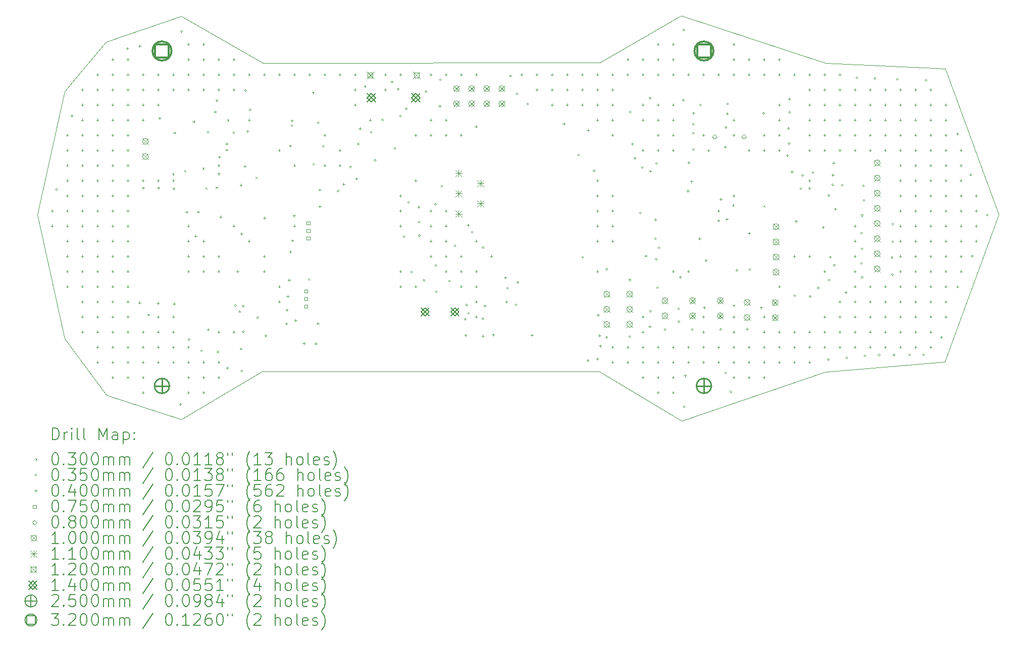
<source format=gbr>
%TF.GenerationSoftware,KiCad,Pcbnew,7.0.5*%
%TF.CreationDate,2023-07-07T07:55:34+07:00*%
%TF.ProjectId,THUC_TAPP,54485543-5f54-4415-9050-2e6b69636164,rev?*%
%TF.SameCoordinates,Original*%
%TF.FileFunction,Drillmap*%
%TF.FilePolarity,Positive*%
%FSLAX45Y45*%
G04 Gerber Fmt 4.5, Leading zero omitted, Abs format (unit mm)*
G04 Created by KiCad (PCBNEW 7.0.5) date 2023-07-07 07:55:34*
%MOMM*%
%LPD*%
G01*
G04 APERTURE LIST*
%ADD10C,0.100000*%
%ADD11C,0.200000*%
%ADD12C,0.030000*%
%ADD13C,0.035000*%
%ADD14C,0.040000*%
%ADD15C,0.075000*%
%ADD16C,0.080000*%
%ADD17C,0.110000*%
%ADD18C,0.120000*%
%ADD19C,0.140000*%
%ADD20C,0.250000*%
%ADD21C,0.320000*%
G04 APERTURE END LIST*
D10*
X22244490Y-5071334D02*
X24247280Y-5169124D01*
X25141360Y-7615144D01*
X24239660Y-10086564D01*
X22233060Y-10256744D01*
X19825140Y-11077164D01*
X18446080Y-10244084D01*
X12794580Y-10249164D01*
X11438060Y-11051764D01*
X10181726Y-10645697D01*
X9478146Y-9695737D01*
X9020946Y-7615477D01*
X9478146Y-5545377D01*
X10176646Y-4722417D01*
X11432980Y-4290284D01*
X12804580Y-5072604D01*
X18453540Y-5070064D01*
X19822600Y-4280124D01*
X22244490Y-5071334D01*
D11*
D12*
X10873280Y-9282020D02*
X10903280Y-9312020D01*
X10903280Y-9282020D02*
X10873280Y-9312020D01*
X11487000Y-6869000D02*
X11517000Y-6899000D01*
X11517000Y-6869000D02*
X11487000Y-6899000D01*
X11790924Y-6827676D02*
X11820924Y-6857676D01*
X11820924Y-6827676D02*
X11790924Y-6857676D01*
X11838480Y-7161120D02*
X11868480Y-7191120D01*
X11868480Y-7161120D02*
X11838480Y-7191120D01*
X11990880Y-5878420D02*
X12020880Y-5908420D01*
X12020880Y-5878420D02*
X11990880Y-5908420D01*
X12016454Y-7148246D02*
X12046454Y-7178246D01*
X12046454Y-7148246D02*
X12016454Y-7178246D01*
X12206780Y-6018120D02*
X12236780Y-6048120D01*
X12236780Y-6018120D02*
X12206780Y-6048120D01*
X12486820Y-6790502D02*
X12516820Y-6820502D01*
X12516820Y-6790502D02*
X12486820Y-6820502D01*
X12682080Y-6983470D02*
X12712080Y-7013470D01*
X12712080Y-6983470D02*
X12682080Y-7013470D01*
X13286280Y-8037420D02*
X13316280Y-8067420D01*
X13316280Y-8037420D02*
X13286280Y-8067420D01*
X13564080Y-8683520D02*
X13594080Y-8713520D01*
X13594080Y-8683520D02*
X13564080Y-8713520D01*
X13641880Y-6754720D02*
X13671880Y-6784720D01*
X13671880Y-6754720D02*
X13641880Y-6784720D01*
X21197530Y-7459420D02*
X21227530Y-7489420D01*
X21227530Y-7459420D02*
X21197530Y-7489420D01*
D13*
X9363500Y-7196000D02*
G75*
G03*
X9363500Y-7196000I-17500J0D01*
G01*
X9621500Y-5963000D02*
G75*
G03*
X9621500Y-5963000I-17500J0D01*
G01*
X10553500Y-4835000D02*
G75*
G03*
X10553500Y-4835000I-17500J0D01*
G01*
X11095500Y-6002000D02*
G75*
G03*
X11095500Y-6002000I-17500J0D01*
G01*
X11322500Y-6941000D02*
G75*
G03*
X11322500Y-6941000I-17500J0D01*
G01*
X11440500Y-10805000D02*
G75*
G03*
X11440500Y-10805000I-17500J0D01*
G01*
X11461500Y-4544000D02*
G75*
G03*
X11461500Y-4544000I-17500J0D01*
G01*
X11583500Y-9712000D02*
G75*
G03*
X11583500Y-9712000I-17500J0D01*
G01*
X11794500Y-9899000D02*
G75*
G03*
X11794500Y-9899000I-17500J0D01*
G01*
X11906500Y-6235000D02*
G75*
G03*
X11906500Y-6235000I-17500J0D01*
G01*
X11908500Y-9549000D02*
G75*
G03*
X11908500Y-9549000I-17500J0D01*
G01*
X12049500Y-5705000D02*
G75*
G03*
X12049500Y-5705000I-17500J0D01*
G01*
X12068500Y-9920000D02*
G75*
G03*
X12068500Y-9920000I-17500J0D01*
G01*
X12226500Y-10193000D02*
G75*
G03*
X12226500Y-10193000I-17500J0D01*
G01*
X12334500Y-6244000D02*
G75*
G03*
X12334500Y-6244000I-17500J0D01*
G01*
X12360500Y-9143000D02*
G75*
G03*
X12360500Y-9143000I-17500J0D01*
G01*
X12433500Y-9248000D02*
G75*
G03*
X12433500Y-9248000I-17500J0D01*
G01*
X12470500Y-10243000D02*
G75*
G03*
X12470500Y-10243000I-17500J0D01*
G01*
X12490500Y-9153000D02*
G75*
G03*
X12490500Y-9153000I-17500J0D01*
G01*
X12492500Y-9580000D02*
G75*
G03*
X12492500Y-9580000I-17500J0D01*
G01*
X12532500Y-5533000D02*
G75*
G03*
X12532500Y-5533000I-17500J0D01*
G01*
X12566500Y-6221000D02*
G75*
G03*
X12566500Y-6221000I-17500J0D01*
G01*
X12607500Y-5860000D02*
G75*
G03*
X12607500Y-5860000I-17500J0D01*
G01*
X12734500Y-9348000D02*
G75*
G03*
X12734500Y-9348000I-17500J0D01*
G01*
X12874054Y-9650306D02*
G75*
G03*
X12874054Y-9650306I-17500J0D01*
G01*
X13218500Y-9450000D02*
G75*
G03*
X13218500Y-9450000I-17500J0D01*
G01*
X13226500Y-9221000D02*
G75*
G03*
X13226500Y-9221000I-17500J0D01*
G01*
X13311480Y-6043020D02*
G75*
G03*
X13311480Y-6043020I-17500J0D01*
G01*
X13311480Y-6125420D02*
G75*
G03*
X13311480Y-6125420I-17500J0D01*
G01*
X13747580Y-6074020D02*
G75*
G03*
X13747580Y-6074020I-17500J0D01*
G01*
X13834500Y-6471000D02*
G75*
G03*
X13834500Y-6471000I-17500J0D01*
G01*
X14084500Y-7218000D02*
G75*
G03*
X14084500Y-7218000I-17500J0D01*
G01*
X14291500Y-6815000D02*
G75*
G03*
X14291500Y-6815000I-17500J0D01*
G01*
X14395500Y-7020000D02*
G75*
G03*
X14395500Y-7020000I-17500J0D01*
G01*
X14423500Y-6435000D02*
G75*
G03*
X14423500Y-6435000I-17500J0D01*
G01*
X14541500Y-5466000D02*
G75*
G03*
X14541500Y-5466000I-17500J0D01*
G01*
X14637500Y-6232000D02*
G75*
G03*
X14637500Y-6232000I-17500J0D01*
G01*
X14704500Y-6706000D02*
G75*
G03*
X14704500Y-6706000I-17500J0D01*
G01*
X14829500Y-6031000D02*
G75*
G03*
X14829500Y-6031000I-17500J0D01*
G01*
X14990500Y-5392000D02*
G75*
G03*
X14990500Y-5392000I-17500J0D01*
G01*
X15037500Y-6507000D02*
G75*
G03*
X15037500Y-6507000I-17500J0D01*
G01*
X15128500Y-5967000D02*
G75*
G03*
X15128500Y-5967000I-17500J0D01*
G01*
X15187500Y-7989000D02*
G75*
G03*
X15187500Y-7989000I-17500J0D01*
G01*
X15226500Y-5838000D02*
G75*
G03*
X15226500Y-5838000I-17500J0D01*
G01*
X15265500Y-7411000D02*
G75*
G03*
X15265500Y-7411000I-17500J0D01*
G01*
X15314500Y-8581000D02*
G75*
G03*
X15314500Y-8581000I-17500J0D01*
G01*
X15438500Y-7492000D02*
G75*
G03*
X15438500Y-7492000I-17500J0D01*
G01*
X15444500Y-7741000D02*
G75*
G03*
X15444500Y-7741000I-17500J0D01*
G01*
X15446500Y-7970000D02*
G75*
G03*
X15446500Y-7970000I-17500J0D01*
G01*
X15524500Y-8722000D02*
G75*
G03*
X15524500Y-8722000I-17500J0D01*
G01*
X15559500Y-5554000D02*
G75*
G03*
X15559500Y-5554000I-17500J0D01*
G01*
X15715500Y-7444000D02*
G75*
G03*
X15715500Y-7444000I-17500J0D01*
G01*
X15720500Y-8470000D02*
G75*
G03*
X15720500Y-8470000I-17500J0D01*
G01*
X15731500Y-8912000D02*
G75*
G03*
X15731500Y-8912000I-17500J0D01*
G01*
X15796500Y-5355000D02*
G75*
G03*
X15796500Y-5355000I-17500J0D01*
G01*
X15821500Y-7139000D02*
G75*
G03*
X15821500Y-7139000I-17500J0D01*
G01*
X15952500Y-8732000D02*
G75*
G03*
X15952500Y-8732000I-17500J0D01*
G01*
X16043500Y-8139000D02*
G75*
G03*
X16043500Y-8139000I-17500J0D01*
G01*
X16217500Y-9370000D02*
G75*
G03*
X16217500Y-9370000I-17500J0D01*
G01*
X16238500Y-9134000D02*
G75*
G03*
X16238500Y-9134000I-17500J0D01*
G01*
X16266500Y-7798000D02*
G75*
G03*
X16266500Y-7798000I-17500J0D01*
G01*
X16271500Y-9277000D02*
G75*
G03*
X16271500Y-9277000I-17500J0D01*
G01*
X16330500Y-7914000D02*
G75*
G03*
X16330500Y-7914000I-17500J0D01*
G01*
X16511500Y-9366000D02*
G75*
G03*
X16511500Y-9366000I-17500J0D01*
G01*
X16516500Y-8170000D02*
G75*
G03*
X16516500Y-8170000I-17500J0D01*
G01*
X16546500Y-9150000D02*
G75*
G03*
X16546500Y-9150000I-17500J0D01*
G01*
X16922500Y-8853000D02*
G75*
G03*
X16922500Y-8853000I-17500J0D01*
G01*
X17068500Y-9132000D02*
G75*
G03*
X17068500Y-9132000I-17500J0D01*
G01*
X17085500Y-5593000D02*
G75*
G03*
X17085500Y-5593000I-17500J0D01*
G01*
X17096500Y-8756000D02*
G75*
G03*
X17096500Y-8756000I-17500J0D01*
G01*
X17261500Y-5759000D02*
G75*
G03*
X17261500Y-5759000I-17500J0D01*
G01*
X18115500Y-6615000D02*
G75*
G03*
X18115500Y-6615000I-17500J0D01*
G01*
X18184500Y-8337000D02*
G75*
G03*
X18184500Y-8337000I-17500J0D01*
G01*
X18274500Y-10068000D02*
G75*
G03*
X18274500Y-10068000I-17500J0D01*
G01*
X18376500Y-6879000D02*
G75*
G03*
X18376500Y-6879000I-17500J0D01*
G01*
X18436500Y-10040000D02*
G75*
G03*
X18436500Y-10040000I-17500J0D01*
G01*
X18587455Y-9677295D02*
G75*
G03*
X18587455Y-9677295I-17500J0D01*
G01*
X18588500Y-8530000D02*
G75*
G03*
X18588500Y-8530000I-17500J0D01*
G01*
X18973455Y-9662295D02*
G75*
G03*
X18973455Y-9662295I-17500J0D01*
G01*
X18978500Y-5896000D02*
G75*
G03*
X18978500Y-5896000I-17500J0D01*
G01*
X19019500Y-6437000D02*
G75*
G03*
X19019500Y-6437000I-17500J0D01*
G01*
X19060500Y-6673000D02*
G75*
G03*
X19060500Y-6673000I-17500J0D01*
G01*
X19147500Y-7589000D02*
G75*
G03*
X19147500Y-7589000I-17500J0D01*
G01*
X19185500Y-6826000D02*
G75*
G03*
X19185500Y-6826000I-17500J0D01*
G01*
X19315500Y-5661000D02*
G75*
G03*
X19315500Y-5661000I-17500J0D01*
G01*
X19322500Y-9239000D02*
G75*
G03*
X19322500Y-9239000I-17500J0D01*
G01*
X19404500Y-8022000D02*
G75*
G03*
X19404500Y-8022000I-17500J0D01*
G01*
X19407500Y-7704000D02*
G75*
G03*
X19407500Y-7704000I-17500J0D01*
G01*
X19417500Y-8368000D02*
G75*
G03*
X19417500Y-8368000I-17500J0D01*
G01*
X19423230Y-6761170D02*
G75*
G03*
X19423230Y-6761170I-17500J0D01*
G01*
X19438500Y-8840000D02*
G75*
G03*
X19438500Y-8840000I-17500J0D01*
G01*
X19463730Y-8174170D02*
G75*
G03*
X19463730Y-8174170I-17500J0D01*
G01*
X19565230Y-9545170D02*
G75*
G03*
X19565230Y-9545170I-17500J0D01*
G01*
X19792500Y-9199000D02*
G75*
G03*
X19792500Y-9199000I-17500J0D01*
G01*
X19796500Y-9416000D02*
G75*
G03*
X19796500Y-9416000I-17500J0D01*
G01*
X19823500Y-8670000D02*
G75*
G03*
X19823500Y-8670000I-17500J0D01*
G01*
X19873500Y-5694000D02*
G75*
G03*
X19873500Y-5694000I-17500J0D01*
G01*
X19882500Y-4517000D02*
G75*
G03*
X19882500Y-4517000I-17500J0D01*
G01*
X19884500Y-10841000D02*
G75*
G03*
X19884500Y-10841000I-17500J0D01*
G01*
X19968500Y-6745000D02*
G75*
G03*
X19968500Y-6745000I-17500J0D01*
G01*
X20024230Y-9543170D02*
G75*
G03*
X20024230Y-9543170I-17500J0D01*
G01*
X20038500Y-6522000D02*
G75*
G03*
X20038500Y-6522000I-17500J0D01*
G01*
X20040500Y-6098000D02*
G75*
G03*
X20040500Y-6098000I-17500J0D01*
G01*
X20042500Y-6251000D02*
G75*
G03*
X20042500Y-6251000I-17500J0D01*
G01*
X20044500Y-5920000D02*
G75*
G03*
X20044500Y-5920000I-17500J0D01*
G01*
X20156500Y-5776000D02*
G75*
G03*
X20156500Y-5776000I-17500J0D01*
G01*
X20252500Y-8389000D02*
G75*
G03*
X20252500Y-8389000I-17500J0D01*
G01*
X20299500Y-6542000D02*
G75*
G03*
X20299500Y-6542000I-17500J0D01*
G01*
X20500230Y-9544170D02*
G75*
G03*
X20500230Y-9544170I-17500J0D01*
G01*
X20577500Y-6483000D02*
G75*
G03*
X20577500Y-6483000I-17500J0D01*
G01*
X20578500Y-10273000D02*
G75*
G03*
X20578500Y-10273000I-17500J0D01*
G01*
X20588500Y-6155000D02*
G75*
G03*
X20588500Y-6155000I-17500J0D01*
G01*
X20609500Y-5926000D02*
G75*
G03*
X20609500Y-5926000I-17500J0D01*
G01*
X20612500Y-5760000D02*
G75*
G03*
X20612500Y-5760000I-17500J0D01*
G01*
X20669500Y-10588000D02*
G75*
G03*
X20669500Y-10588000I-17500J0D01*
G01*
X20770500Y-8552950D02*
G75*
G03*
X20770500Y-8552950I-17500J0D01*
G01*
X20942230Y-9537170D02*
G75*
G03*
X20942230Y-9537170I-17500J0D01*
G01*
X20988500Y-8538000D02*
G75*
G03*
X20988500Y-8538000I-17500J0D01*
G01*
X21218500Y-5919000D02*
G75*
G03*
X21218500Y-5919000I-17500J0D01*
G01*
X21616500Y-6630000D02*
G75*
G03*
X21616500Y-6630000I-17500J0D01*
G01*
X21637500Y-6170000D02*
G75*
G03*
X21637500Y-6170000I-17500J0D01*
G01*
X21646500Y-6424000D02*
G75*
G03*
X21646500Y-6424000I-17500J0D01*
G01*
X21650500Y-5681000D02*
G75*
G03*
X21650500Y-5681000I-17500J0D01*
G01*
X21654500Y-5903000D02*
G75*
G03*
X21654500Y-5903000I-17500J0D01*
G01*
X21743500Y-8977000D02*
G75*
G03*
X21743500Y-8977000I-17500J0D01*
G01*
X21844500Y-7182000D02*
G75*
G03*
X21844500Y-7182000I-17500J0D01*
G01*
X21875500Y-6957000D02*
G75*
G03*
X21875500Y-6957000I-17500J0D01*
G01*
X21989500Y-7180000D02*
G75*
G03*
X21989500Y-7180000I-17500J0D01*
G01*
X21997500Y-8991000D02*
G75*
G03*
X21997500Y-8991000I-17500J0D01*
G01*
X22048500Y-6911000D02*
G75*
G03*
X22048500Y-6911000I-17500J0D01*
G01*
X22134500Y-8844000D02*
G75*
G03*
X22134500Y-8844000I-17500J0D01*
G01*
X22305500Y-10048000D02*
G75*
G03*
X22305500Y-10048000I-17500J0D01*
G01*
X22313500Y-7300000D02*
G75*
G03*
X22313500Y-7300000I-17500J0D01*
G01*
X22317500Y-8714000D02*
G75*
G03*
X22317500Y-8714000I-17500J0D01*
G01*
X22340230Y-8329170D02*
G75*
G03*
X22340230Y-8329170I-17500J0D01*
G01*
X22378500Y-7118000D02*
G75*
G03*
X22378500Y-7118000I-17500J0D01*
G01*
X22403500Y-8468000D02*
G75*
G03*
X22403500Y-8468000I-17500J0D01*
G01*
X22422230Y-7523170D02*
G75*
G03*
X22422230Y-7523170I-17500J0D01*
G01*
X22536500Y-7126000D02*
G75*
G03*
X22536500Y-7126000I-17500J0D01*
G01*
X22612500Y-10019000D02*
G75*
G03*
X22612500Y-10019000I-17500J0D01*
G01*
X22781500Y-5320000D02*
G75*
G03*
X22781500Y-5320000I-17500J0D01*
G01*
X22858500Y-8436000D02*
G75*
G03*
X22858500Y-8436000I-17500J0D01*
G01*
X22861500Y-7927000D02*
G75*
G03*
X22861500Y-7927000I-17500J0D01*
G01*
X22866500Y-8188000D02*
G75*
G03*
X22866500Y-8188000I-17500J0D01*
G01*
X22870500Y-8672000D02*
G75*
G03*
X22870500Y-8672000I-17500J0D01*
G01*
X22871500Y-7632000D02*
G75*
G03*
X22871500Y-7632000I-17500J0D01*
G01*
X22891500Y-7132000D02*
G75*
G03*
X22891500Y-7132000I-17500J0D01*
G01*
X22898500Y-7378000D02*
G75*
G03*
X22898500Y-7378000I-17500J0D01*
G01*
X22918500Y-9986000D02*
G75*
G03*
X22918500Y-9986000I-17500J0D01*
G01*
X23085500Y-5331000D02*
G75*
G03*
X23085500Y-5331000I-17500J0D01*
G01*
X23155500Y-9973000D02*
G75*
G03*
X23155500Y-9973000I-17500J0D01*
G01*
X23372500Y-8340000D02*
G75*
G03*
X23372500Y-8340000I-17500J0D01*
G01*
X23379500Y-8623000D02*
G75*
G03*
X23379500Y-8623000I-17500J0D01*
G01*
X23383500Y-7774000D02*
G75*
G03*
X23383500Y-7774000I-17500J0D01*
G01*
X23383500Y-8074000D02*
G75*
G03*
X23383500Y-8074000I-17500J0D01*
G01*
X23407500Y-9973000D02*
G75*
G03*
X23407500Y-9973000I-17500J0D01*
G01*
X23461500Y-5347000D02*
G75*
G03*
X23461500Y-5347000I-17500J0D01*
G01*
X23660500Y-9969000D02*
G75*
G03*
X23660500Y-9969000I-17500J0D01*
G01*
X23897500Y-9969000D02*
G75*
G03*
X23897500Y-9969000I-17500J0D01*
G01*
X23942500Y-5364000D02*
G75*
G03*
X23942500Y-5364000I-17500J0D01*
G01*
X24199500Y-9675000D02*
G75*
G03*
X24199500Y-9675000I-17500J0D01*
G01*
X24471500Y-6264000D02*
G75*
G03*
X24471500Y-6264000I-17500J0D01*
G01*
X24473500Y-8829000D02*
G75*
G03*
X24473500Y-8829000I-17500J0D01*
G01*
X24692500Y-6953000D02*
G75*
G03*
X24692500Y-6953000I-17500J0D01*
G01*
X24717500Y-8311000D02*
G75*
G03*
X24717500Y-8311000I-17500J0D01*
G01*
X24966500Y-7624000D02*
G75*
G03*
X24966500Y-7624000I-17500J0D01*
G01*
D14*
X9269946Y-7531620D02*
X9269946Y-7571620D01*
X9249946Y-7551620D02*
X9289946Y-7551620D01*
X9269946Y-7785620D02*
X9269946Y-7825620D01*
X9249946Y-7805620D02*
X9289946Y-7805620D01*
X9523946Y-6261620D02*
X9523946Y-6301620D01*
X9503946Y-6281620D02*
X9543946Y-6281620D01*
X9523946Y-6515620D02*
X9523946Y-6555620D01*
X9503946Y-6535620D02*
X9543946Y-6535620D01*
X9523946Y-6769620D02*
X9523946Y-6809620D01*
X9503946Y-6789620D02*
X9543946Y-6789620D01*
X9523946Y-7023620D02*
X9523946Y-7063620D01*
X9503946Y-7043620D02*
X9543946Y-7043620D01*
X9523946Y-7277620D02*
X9523946Y-7317620D01*
X9503946Y-7297620D02*
X9543946Y-7297620D01*
X9523946Y-7531620D02*
X9523946Y-7571620D01*
X9503946Y-7551620D02*
X9543946Y-7551620D01*
X9523946Y-7785620D02*
X9523946Y-7825620D01*
X9503946Y-7805620D02*
X9543946Y-7805620D01*
X9523946Y-8039620D02*
X9523946Y-8079620D01*
X9503946Y-8059620D02*
X9543946Y-8059620D01*
X9523946Y-8293620D02*
X9523946Y-8333620D01*
X9503946Y-8313620D02*
X9543946Y-8313620D01*
X9523946Y-8547620D02*
X9523946Y-8587620D01*
X9503946Y-8567620D02*
X9543946Y-8567620D01*
X9523946Y-8801620D02*
X9523946Y-8841620D01*
X9503946Y-8821620D02*
X9543946Y-8821620D01*
X9777946Y-5499620D02*
X9777946Y-5539620D01*
X9757946Y-5519620D02*
X9797946Y-5519620D01*
X9777946Y-5753620D02*
X9777946Y-5793620D01*
X9757946Y-5773620D02*
X9797946Y-5773620D01*
X9777946Y-6007620D02*
X9777946Y-6047620D01*
X9757946Y-6027620D02*
X9797946Y-6027620D01*
X9777946Y-6261620D02*
X9777946Y-6301620D01*
X9757946Y-6281620D02*
X9797946Y-6281620D01*
X9777946Y-6515620D02*
X9777946Y-6555620D01*
X9757946Y-6535620D02*
X9797946Y-6535620D01*
X9777946Y-6769620D02*
X9777946Y-6809620D01*
X9757946Y-6789620D02*
X9797946Y-6789620D01*
X9777946Y-7023620D02*
X9777946Y-7063620D01*
X9757946Y-7043620D02*
X9797946Y-7043620D01*
X9777946Y-7277620D02*
X9777946Y-7317620D01*
X9757946Y-7297620D02*
X9797946Y-7297620D01*
X9777946Y-7531620D02*
X9777946Y-7571620D01*
X9757946Y-7551620D02*
X9797946Y-7551620D01*
X9777946Y-7785620D02*
X9777946Y-7825620D01*
X9757946Y-7805620D02*
X9797946Y-7805620D01*
X9777946Y-8039620D02*
X9777946Y-8079620D01*
X9757946Y-8059620D02*
X9797946Y-8059620D01*
X9777946Y-8293620D02*
X9777946Y-8333620D01*
X9757946Y-8313620D02*
X9797946Y-8313620D01*
X9777946Y-8547620D02*
X9777946Y-8587620D01*
X9757946Y-8567620D02*
X9797946Y-8567620D01*
X9777946Y-8801620D02*
X9777946Y-8841620D01*
X9757946Y-8821620D02*
X9797946Y-8821620D01*
X9777946Y-9055620D02*
X9777946Y-9095620D01*
X9757946Y-9075620D02*
X9797946Y-9075620D01*
X9777946Y-9309620D02*
X9777946Y-9349620D01*
X9757946Y-9329620D02*
X9797946Y-9329620D01*
X9777946Y-9563620D02*
X9777946Y-9603620D01*
X9757946Y-9583620D02*
X9797946Y-9583620D01*
X10031946Y-5245620D02*
X10031946Y-5285620D01*
X10011946Y-5265620D02*
X10051946Y-5265620D01*
X10031946Y-5499620D02*
X10031946Y-5539620D01*
X10011946Y-5519620D02*
X10051946Y-5519620D01*
X10031946Y-5753620D02*
X10031946Y-5793620D01*
X10011946Y-5773620D02*
X10051946Y-5773620D01*
X10031946Y-6007620D02*
X10031946Y-6047620D01*
X10011946Y-6027620D02*
X10051946Y-6027620D01*
X10031946Y-6261620D02*
X10031946Y-6301620D01*
X10011946Y-6281620D02*
X10051946Y-6281620D01*
X10031946Y-6515620D02*
X10031946Y-6555620D01*
X10011946Y-6535620D02*
X10051946Y-6535620D01*
X10031946Y-6769620D02*
X10031946Y-6809620D01*
X10011946Y-6789620D02*
X10051946Y-6789620D01*
X10031946Y-7023620D02*
X10031946Y-7063620D01*
X10011946Y-7043620D02*
X10051946Y-7043620D01*
X10031946Y-7277620D02*
X10031946Y-7317620D01*
X10011946Y-7297620D02*
X10051946Y-7297620D01*
X10031946Y-7531620D02*
X10031946Y-7571620D01*
X10011946Y-7551620D02*
X10051946Y-7551620D01*
X10031946Y-7785620D02*
X10031946Y-7825620D01*
X10011946Y-7805620D02*
X10051946Y-7805620D01*
X10031946Y-8039620D02*
X10031946Y-8079620D01*
X10011946Y-8059620D02*
X10051946Y-8059620D01*
X10031946Y-8293620D02*
X10031946Y-8333620D01*
X10011946Y-8313620D02*
X10051946Y-8313620D01*
X10031946Y-8547620D02*
X10031946Y-8587620D01*
X10011946Y-8567620D02*
X10051946Y-8567620D01*
X10031946Y-8801620D02*
X10031946Y-8841620D01*
X10011946Y-8821620D02*
X10051946Y-8821620D01*
X10031946Y-9055620D02*
X10031946Y-9095620D01*
X10011946Y-9075620D02*
X10051946Y-9075620D01*
X10031946Y-9309620D02*
X10031946Y-9349620D01*
X10011946Y-9329620D02*
X10051946Y-9329620D01*
X10031946Y-9563620D02*
X10031946Y-9603620D01*
X10011946Y-9583620D02*
X10051946Y-9583620D01*
X10031946Y-9817620D02*
X10031946Y-9857620D01*
X10011946Y-9837620D02*
X10051946Y-9837620D01*
X10031946Y-10071620D02*
X10031946Y-10111620D01*
X10011946Y-10091620D02*
X10051946Y-10091620D01*
X10285946Y-4991620D02*
X10285946Y-5031620D01*
X10265946Y-5011620D02*
X10305946Y-5011620D01*
X10285946Y-5245620D02*
X10285946Y-5285620D01*
X10265946Y-5265620D02*
X10305946Y-5265620D01*
X10285946Y-5499620D02*
X10285946Y-5539620D01*
X10265946Y-5519620D02*
X10305946Y-5519620D01*
X10285946Y-5753620D02*
X10285946Y-5793620D01*
X10265946Y-5773620D02*
X10305946Y-5773620D01*
X10285946Y-6007620D02*
X10285946Y-6047620D01*
X10265946Y-6027620D02*
X10305946Y-6027620D01*
X10285946Y-6261620D02*
X10285946Y-6301620D01*
X10265946Y-6281620D02*
X10305946Y-6281620D01*
X10285946Y-6515620D02*
X10285946Y-6555620D01*
X10265946Y-6535620D02*
X10305946Y-6535620D01*
X10285946Y-6769620D02*
X10285946Y-6809620D01*
X10265946Y-6789620D02*
X10305946Y-6789620D01*
X10285946Y-7023620D02*
X10285946Y-7063620D01*
X10265946Y-7043620D02*
X10305946Y-7043620D01*
X10285946Y-7277620D02*
X10285946Y-7317620D01*
X10265946Y-7297620D02*
X10305946Y-7297620D01*
X10285946Y-7531620D02*
X10285946Y-7571620D01*
X10265946Y-7551620D02*
X10305946Y-7551620D01*
X10285946Y-7785620D02*
X10285946Y-7825620D01*
X10265946Y-7805620D02*
X10305946Y-7805620D01*
X10285946Y-8039620D02*
X10285946Y-8079620D01*
X10265946Y-8059620D02*
X10305946Y-8059620D01*
X10285946Y-8293620D02*
X10285946Y-8333620D01*
X10265946Y-8313620D02*
X10305946Y-8313620D01*
X10285946Y-8547620D02*
X10285946Y-8587620D01*
X10265946Y-8567620D02*
X10305946Y-8567620D01*
X10285946Y-8801620D02*
X10285946Y-8841620D01*
X10265946Y-8821620D02*
X10305946Y-8821620D01*
X10285946Y-9055620D02*
X10285946Y-9095620D01*
X10265946Y-9075620D02*
X10305946Y-9075620D01*
X10285946Y-9309620D02*
X10285946Y-9349620D01*
X10265946Y-9329620D02*
X10305946Y-9329620D01*
X10285946Y-9563620D02*
X10285946Y-9603620D01*
X10265946Y-9583620D02*
X10305946Y-9583620D01*
X10285946Y-9817620D02*
X10285946Y-9857620D01*
X10265946Y-9837620D02*
X10305946Y-9837620D01*
X10285946Y-10071620D02*
X10285946Y-10111620D01*
X10265946Y-10091620D02*
X10305946Y-10091620D01*
X10285946Y-10325620D02*
X10285946Y-10365620D01*
X10265946Y-10345620D02*
X10305946Y-10345620D01*
X10539946Y-4991620D02*
X10539946Y-5031620D01*
X10519946Y-5011620D02*
X10559946Y-5011620D01*
X10539946Y-5245620D02*
X10539946Y-5285620D01*
X10519946Y-5265620D02*
X10559946Y-5265620D01*
X10539946Y-5499620D02*
X10539946Y-5539620D01*
X10519946Y-5519620D02*
X10559946Y-5519620D01*
X10539946Y-5753620D02*
X10539946Y-5793620D01*
X10519946Y-5773620D02*
X10559946Y-5773620D01*
X10539946Y-6007620D02*
X10539946Y-6047620D01*
X10519946Y-6027620D02*
X10559946Y-6027620D01*
X10539946Y-6261620D02*
X10539946Y-6301620D01*
X10519946Y-6281620D02*
X10559946Y-6281620D01*
X10539946Y-6515620D02*
X10539946Y-6555620D01*
X10519946Y-6535620D02*
X10559946Y-6535620D01*
X10539946Y-6769620D02*
X10539946Y-6809620D01*
X10519946Y-6789620D02*
X10559946Y-6789620D01*
X10539946Y-7023620D02*
X10539946Y-7063620D01*
X10519946Y-7043620D02*
X10559946Y-7043620D01*
X10539946Y-7277620D02*
X10539946Y-7317620D01*
X10519946Y-7297620D02*
X10559946Y-7297620D01*
X10539946Y-7531620D02*
X10539946Y-7571620D01*
X10519946Y-7551620D02*
X10559946Y-7551620D01*
X10539946Y-7785620D02*
X10539946Y-7825620D01*
X10519946Y-7805620D02*
X10559946Y-7805620D01*
X10539946Y-8039620D02*
X10539946Y-8079620D01*
X10519946Y-8059620D02*
X10559946Y-8059620D01*
X10539946Y-8293620D02*
X10539946Y-8333620D01*
X10519946Y-8313620D02*
X10559946Y-8313620D01*
X10539946Y-8547620D02*
X10539946Y-8587620D01*
X10519946Y-8567620D02*
X10559946Y-8567620D01*
X10539946Y-8801620D02*
X10539946Y-8841620D01*
X10519946Y-8821620D02*
X10559946Y-8821620D01*
X10539946Y-9055620D02*
X10539946Y-9095620D01*
X10519946Y-9075620D02*
X10559946Y-9075620D01*
X10539946Y-9309620D02*
X10539946Y-9349620D01*
X10519946Y-9329620D02*
X10559946Y-9329620D01*
X10539946Y-9563620D02*
X10539946Y-9603620D01*
X10519946Y-9583620D02*
X10559946Y-9583620D01*
X10539946Y-9817620D02*
X10539946Y-9857620D01*
X10519946Y-9837620D02*
X10559946Y-9837620D01*
X10539946Y-10071620D02*
X10539946Y-10111620D01*
X10519946Y-10091620D02*
X10559946Y-10091620D01*
X10539946Y-10325620D02*
X10539946Y-10365620D01*
X10519946Y-10345620D02*
X10559946Y-10345620D01*
X10736000Y-9074000D02*
X10736000Y-9114000D01*
X10716000Y-9094000D02*
X10756000Y-9094000D01*
X10738000Y-4771000D02*
X10738000Y-4811000D01*
X10718000Y-4791000D02*
X10758000Y-4791000D01*
X10793946Y-5245620D02*
X10793946Y-5285620D01*
X10773946Y-5265620D02*
X10813946Y-5265620D01*
X10793946Y-5499620D02*
X10793946Y-5539620D01*
X10773946Y-5519620D02*
X10813946Y-5519620D01*
X10793946Y-5753620D02*
X10793946Y-5793620D01*
X10773946Y-5773620D02*
X10813946Y-5773620D01*
X10793946Y-6007620D02*
X10793946Y-6047620D01*
X10773946Y-6027620D02*
X10813946Y-6027620D01*
X10793946Y-7023620D02*
X10793946Y-7063620D01*
X10773946Y-7043620D02*
X10813946Y-7043620D01*
X10793946Y-9563620D02*
X10793946Y-9603620D01*
X10773946Y-9583620D02*
X10813946Y-9583620D01*
X10793946Y-9817620D02*
X10793946Y-9857620D01*
X10773946Y-9837620D02*
X10813946Y-9837620D01*
X10793946Y-10071620D02*
X10793946Y-10111620D01*
X10773946Y-10091620D02*
X10813946Y-10091620D01*
X10793946Y-10325620D02*
X10793946Y-10365620D01*
X10773946Y-10345620D02*
X10813946Y-10345620D01*
X10793946Y-10579620D02*
X10793946Y-10619620D01*
X10773946Y-10599620D02*
X10813946Y-10599620D01*
X10795000Y-7150000D02*
X10795000Y-7190000D01*
X10775000Y-7170000D02*
X10815000Y-7170000D01*
X11044000Y-9082000D02*
X11044000Y-9122000D01*
X11024000Y-9102000D02*
X11064000Y-9102000D01*
X11047946Y-5245620D02*
X11047946Y-5285620D01*
X11027946Y-5265620D02*
X11067946Y-5265620D01*
X11047946Y-5499620D02*
X11047946Y-5539620D01*
X11027946Y-5519620D02*
X11067946Y-5519620D01*
X11047946Y-5753620D02*
X11047946Y-5793620D01*
X11027946Y-5773620D02*
X11067946Y-5773620D01*
X11047946Y-7023620D02*
X11047946Y-7063620D01*
X11027946Y-7043620D02*
X11067946Y-7043620D01*
X11047946Y-9309620D02*
X11047946Y-9349620D01*
X11027946Y-9329620D02*
X11067946Y-9329620D01*
X11047946Y-9563620D02*
X11047946Y-9603620D01*
X11027946Y-9583620D02*
X11067946Y-9583620D01*
X11047946Y-9817620D02*
X11047946Y-9857620D01*
X11027946Y-9837620D02*
X11067946Y-9837620D01*
X11047946Y-10071620D02*
X11047946Y-10111620D01*
X11027946Y-10091620D02*
X11067946Y-10091620D01*
X11053000Y-7150000D02*
X11053000Y-7190000D01*
X11033000Y-7170000D02*
X11073000Y-7170000D01*
X11301946Y-5245620D02*
X11301946Y-5285620D01*
X11281946Y-5265620D02*
X11321946Y-5265620D01*
X11301946Y-5499620D02*
X11301946Y-5539620D01*
X11281946Y-5519620D02*
X11321946Y-5519620D01*
X11301946Y-7023620D02*
X11301946Y-7063620D01*
X11281946Y-7043620D02*
X11321946Y-7043620D01*
X11301946Y-9309620D02*
X11301946Y-9349620D01*
X11281946Y-9329620D02*
X11321946Y-9329620D01*
X11301946Y-9563620D02*
X11301946Y-9603620D01*
X11281946Y-9583620D02*
X11321946Y-9583620D01*
X11301946Y-9817620D02*
X11301946Y-9857620D01*
X11281946Y-9837620D02*
X11321946Y-9837620D01*
X11301946Y-10071620D02*
X11301946Y-10111620D01*
X11281946Y-10091620D02*
X11321946Y-10091620D01*
X11309000Y-7160000D02*
X11309000Y-7200000D01*
X11289000Y-7180000D02*
X11329000Y-7180000D01*
X11317000Y-9090000D02*
X11317000Y-9130000D01*
X11297000Y-9110000D02*
X11337000Y-9110000D01*
X11324000Y-6223000D02*
X11324000Y-6263000D01*
X11304000Y-6243000D02*
X11344000Y-6243000D01*
X11528680Y-7553220D02*
X11528680Y-7593220D01*
X11508680Y-7573220D02*
X11548680Y-7573220D01*
X11555946Y-4737620D02*
X11555946Y-4777620D01*
X11535946Y-4757620D02*
X11575946Y-4757620D01*
X11555946Y-4991620D02*
X11555946Y-5031620D01*
X11535946Y-5011620D02*
X11575946Y-5011620D01*
X11555946Y-5245620D02*
X11555946Y-5285620D01*
X11535946Y-5265620D02*
X11575946Y-5265620D01*
X11555946Y-5499620D02*
X11555946Y-5539620D01*
X11535946Y-5519620D02*
X11575946Y-5519620D01*
X11555946Y-7785620D02*
X11555946Y-7825620D01*
X11535946Y-7805620D02*
X11575946Y-7805620D01*
X11555946Y-8039620D02*
X11555946Y-8079620D01*
X11535946Y-8059620D02*
X11575946Y-8059620D01*
X11555946Y-8293620D02*
X11555946Y-8333620D01*
X11535946Y-8313620D02*
X11575946Y-8313620D01*
X11555946Y-8547620D02*
X11555946Y-8587620D01*
X11535946Y-8567620D02*
X11575946Y-8567620D01*
X11555946Y-9817620D02*
X11555946Y-9857620D01*
X11535946Y-9837620D02*
X11575946Y-9837620D01*
X11555946Y-10071620D02*
X11555946Y-10111620D01*
X11535946Y-10091620D02*
X11575946Y-10091620D01*
X11555946Y-10325620D02*
X11555946Y-10365620D01*
X11535946Y-10345620D02*
X11575946Y-10345620D01*
X11555946Y-10579620D02*
X11555946Y-10619620D01*
X11535946Y-10599620D02*
X11575946Y-10599620D01*
X11647000Y-6035000D02*
X11647000Y-6075000D01*
X11627000Y-6055000D02*
X11667000Y-6055000D01*
X11678000Y-7956000D02*
X11678000Y-7996000D01*
X11658000Y-7976000D02*
X11698000Y-7976000D01*
X11719180Y-7553220D02*
X11719180Y-7593220D01*
X11699180Y-7573220D02*
X11739180Y-7573220D01*
X11809946Y-4737620D02*
X11809946Y-4777620D01*
X11789946Y-4757620D02*
X11829946Y-4757620D01*
X11809946Y-4991620D02*
X11809946Y-5031620D01*
X11789946Y-5011620D02*
X11829946Y-5011620D01*
X11809946Y-5245620D02*
X11809946Y-5285620D01*
X11789946Y-5265620D02*
X11829946Y-5265620D01*
X11809946Y-5499620D02*
X11809946Y-5539620D01*
X11789946Y-5519620D02*
X11829946Y-5519620D01*
X11809946Y-8039620D02*
X11809946Y-8079620D01*
X11789946Y-8059620D02*
X11829946Y-8059620D01*
X11809946Y-8293620D02*
X11809946Y-8333620D01*
X11789946Y-8313620D02*
X11829946Y-8313620D01*
X11809946Y-8547620D02*
X11809946Y-8587620D01*
X11789946Y-8567620D02*
X11829946Y-8567620D01*
X11809946Y-10071620D02*
X11809946Y-10111620D01*
X11789946Y-10091620D02*
X11829946Y-10091620D01*
X11809946Y-10325620D02*
X11809946Y-10365620D01*
X11789946Y-10345620D02*
X11829946Y-10345620D01*
X11809946Y-10579620D02*
X11809946Y-10619620D01*
X11789946Y-10599620D02*
X11829946Y-10599620D01*
X12063946Y-4991620D02*
X12063946Y-5031620D01*
X12043946Y-5011620D02*
X12083946Y-5011620D01*
X12063946Y-5245620D02*
X12063946Y-5285620D01*
X12043946Y-5265620D02*
X12083946Y-5265620D01*
X12063946Y-5499620D02*
X12063946Y-5539620D01*
X12043946Y-5519620D02*
X12083946Y-5519620D01*
X12063946Y-6769620D02*
X12063946Y-6809620D01*
X12043946Y-6789620D02*
X12083946Y-6789620D01*
X12063946Y-8293620D02*
X12063946Y-8333620D01*
X12043946Y-8313620D02*
X12083946Y-8313620D01*
X12063946Y-8547620D02*
X12063946Y-8587620D01*
X12043946Y-8567620D02*
X12083946Y-8567620D01*
X12063946Y-9563620D02*
X12063946Y-9603620D01*
X12043946Y-9583620D02*
X12083946Y-9583620D01*
X12063946Y-10071620D02*
X12063946Y-10111620D01*
X12043946Y-10091620D02*
X12083946Y-10091620D01*
X12063946Y-10325620D02*
X12063946Y-10365620D01*
X12043946Y-10345620D02*
X12083946Y-10345620D01*
X12065000Y-6913000D02*
X12065000Y-6953000D01*
X12045000Y-6933000D02*
X12085000Y-6933000D01*
X12076000Y-6630000D02*
X12076000Y-6670000D01*
X12056000Y-6650000D02*
X12096000Y-6650000D01*
X12098000Y-7635000D02*
X12098000Y-7675000D01*
X12078000Y-7655000D02*
X12118000Y-7655000D01*
X12196380Y-6406520D02*
X12196380Y-6446520D01*
X12176380Y-6426520D02*
X12216380Y-6426520D01*
X12196380Y-6511520D02*
X12196380Y-6551520D01*
X12176380Y-6531520D02*
X12216380Y-6531520D01*
X12317946Y-4991620D02*
X12317946Y-5031620D01*
X12297946Y-5011620D02*
X12337946Y-5011620D01*
X12317946Y-5245620D02*
X12317946Y-5285620D01*
X12297946Y-5265620D02*
X12337946Y-5265620D01*
X12317946Y-5499620D02*
X12317946Y-5539620D01*
X12297946Y-5519620D02*
X12337946Y-5519620D01*
X12317946Y-7785620D02*
X12317946Y-7825620D01*
X12297946Y-7805620D02*
X12337946Y-7805620D01*
X12317946Y-9563620D02*
X12317946Y-9603620D01*
X12297946Y-9583620D02*
X12337946Y-9583620D01*
X12380000Y-8549000D02*
X12380000Y-8589000D01*
X12360000Y-8569000D02*
X12400000Y-8569000D01*
X12435000Y-7100000D02*
X12435000Y-7140000D01*
X12415000Y-7120000D02*
X12455000Y-7120000D01*
X12436000Y-9848000D02*
X12436000Y-9888000D01*
X12416000Y-9868000D02*
X12456000Y-9868000D01*
X12447000Y-7920000D02*
X12447000Y-7960000D01*
X12427000Y-7940000D02*
X12467000Y-7940000D01*
X12571946Y-5245620D02*
X12571946Y-5285620D01*
X12551946Y-5265620D02*
X12591946Y-5265620D01*
X12571946Y-6007620D02*
X12571946Y-6047620D01*
X12551946Y-6027620D02*
X12591946Y-6027620D01*
X12571946Y-8039620D02*
X12571946Y-8079620D01*
X12551946Y-8059620D02*
X12591946Y-8059620D01*
X12825946Y-5245620D02*
X12825946Y-5285620D01*
X12805946Y-5265620D02*
X12845946Y-5265620D01*
X12825946Y-8293620D02*
X12825946Y-8333620D01*
X12805946Y-8313620D02*
X12845946Y-8313620D01*
X12825946Y-8547620D02*
X12825946Y-8587620D01*
X12805946Y-8567620D02*
X12845946Y-8567620D01*
X12830000Y-7652000D02*
X12830000Y-7692000D01*
X12810000Y-7672000D02*
X12850000Y-7672000D01*
X13079946Y-5245620D02*
X13079946Y-5285620D01*
X13059946Y-5265620D02*
X13099946Y-5265620D01*
X13079946Y-6515620D02*
X13079946Y-6555620D01*
X13059946Y-6535620D02*
X13099946Y-6535620D01*
X13079946Y-8801620D02*
X13079946Y-8841620D01*
X13059946Y-8821620D02*
X13099946Y-8821620D01*
X13079946Y-9055620D02*
X13079946Y-9095620D01*
X13059946Y-9075620D02*
X13099946Y-9075620D01*
X13220000Y-8967000D02*
X13220000Y-9007000D01*
X13200000Y-8987000D02*
X13240000Y-8987000D01*
X13244000Y-8692000D02*
X13244000Y-8732000D01*
X13224000Y-8712000D02*
X13264000Y-8712000D01*
X13263080Y-6442820D02*
X13263080Y-6482820D01*
X13243080Y-6462820D02*
X13283080Y-6462820D01*
X13266000Y-8218000D02*
X13266000Y-8258000D01*
X13246000Y-8238000D02*
X13286000Y-8238000D01*
X13326680Y-7613320D02*
X13326680Y-7653320D01*
X13306680Y-7633320D02*
X13346680Y-7633320D01*
X13333946Y-5245620D02*
X13333946Y-5285620D01*
X13313946Y-5265620D02*
X13353946Y-5265620D01*
X13333946Y-6769620D02*
X13333946Y-6809620D01*
X13313946Y-6789620D02*
X13353946Y-6789620D01*
X13333946Y-7785620D02*
X13333946Y-7825620D01*
X13313946Y-7805620D02*
X13353946Y-7805620D01*
X13353000Y-9371000D02*
X13353000Y-9411000D01*
X13333000Y-9391000D02*
X13373000Y-9391000D01*
X13491000Y-9756000D02*
X13491000Y-9796000D01*
X13471000Y-9776000D02*
X13511000Y-9776000D01*
X13587946Y-5245620D02*
X13587946Y-5285620D01*
X13567946Y-5265620D02*
X13607946Y-5265620D01*
X13646000Y-5548000D02*
X13646000Y-5588000D01*
X13626000Y-5568000D02*
X13666000Y-5568000D01*
X13692000Y-9759000D02*
X13692000Y-9799000D01*
X13672000Y-9779000D02*
X13712000Y-9779000D01*
X13726000Y-9422000D02*
X13726000Y-9462000D01*
X13706000Y-9442000D02*
X13746000Y-9442000D01*
X13756000Y-7179000D02*
X13756000Y-7219000D01*
X13736000Y-7199000D02*
X13776000Y-7199000D01*
X13759000Y-7460000D02*
X13759000Y-7500000D01*
X13739000Y-7480000D02*
X13779000Y-7480000D01*
X13841946Y-5245620D02*
X13841946Y-5285620D01*
X13821946Y-5265620D02*
X13861946Y-5265620D01*
X13841946Y-6261620D02*
X13841946Y-6301620D01*
X13821946Y-6281620D02*
X13861946Y-6281620D01*
X13841946Y-6769620D02*
X13841946Y-6809620D01*
X13821946Y-6789620D02*
X13861946Y-6789620D01*
X14095946Y-5245620D02*
X14095946Y-5285620D01*
X14075946Y-5265620D02*
X14115946Y-5265620D01*
X14095946Y-6515620D02*
X14095946Y-6555620D01*
X14075946Y-6535620D02*
X14115946Y-6535620D01*
X14095946Y-6769620D02*
X14095946Y-6809620D01*
X14075946Y-6789620D02*
X14115946Y-6789620D01*
X14157580Y-7083320D02*
X14157580Y-7123320D01*
X14137580Y-7103320D02*
X14177580Y-7103320D01*
X14349946Y-5245620D02*
X14349946Y-5285620D01*
X14329946Y-5265620D02*
X14369946Y-5265620D01*
X14349946Y-5499620D02*
X14349946Y-5539620D01*
X14329946Y-5519620D02*
X14369946Y-5519620D01*
X14349946Y-5753620D02*
X14349946Y-5793620D01*
X14329946Y-5773620D02*
X14369946Y-5773620D01*
X14431580Y-6152820D02*
X14431580Y-6192820D01*
X14411580Y-6172820D02*
X14451580Y-6172820D01*
X14603946Y-6007620D02*
X14603946Y-6047620D01*
X14583946Y-6027620D02*
X14623946Y-6027620D01*
X14857946Y-5245620D02*
X14857946Y-5285620D01*
X14837946Y-5265620D02*
X14877946Y-5265620D01*
X14857946Y-5499620D02*
X14857946Y-5539620D01*
X14837946Y-5519620D02*
X14877946Y-5519620D01*
X15069600Y-5489800D02*
X15069600Y-5529800D01*
X15049600Y-5509800D02*
X15089600Y-5509800D01*
X15111946Y-5245620D02*
X15111946Y-5285620D01*
X15091946Y-5265620D02*
X15131946Y-5265620D01*
X15111946Y-7277620D02*
X15111946Y-7317620D01*
X15091946Y-7297620D02*
X15131946Y-7297620D01*
X15111946Y-7531620D02*
X15111946Y-7571620D01*
X15091946Y-7551620D02*
X15131946Y-7551620D01*
X15111946Y-7785620D02*
X15111946Y-7825620D01*
X15091946Y-7805620D02*
X15131946Y-7805620D01*
X15111946Y-8547620D02*
X15111946Y-8587620D01*
X15091946Y-8567620D02*
X15131946Y-8567620D01*
X15111946Y-8801620D02*
X15111946Y-8841620D01*
X15091946Y-8821620D02*
X15131946Y-8821620D01*
X15365946Y-6261620D02*
X15365946Y-6301620D01*
X15345946Y-6281620D02*
X15385946Y-6281620D01*
X15365946Y-7023620D02*
X15365946Y-7063620D01*
X15345946Y-7043620D02*
X15385946Y-7043620D01*
X15365946Y-8801620D02*
X15365946Y-8841620D01*
X15345946Y-8821620D02*
X15385946Y-8821620D01*
X15619946Y-5245620D02*
X15619946Y-5285620D01*
X15599946Y-5265620D02*
X15639946Y-5265620D01*
X15619946Y-6007620D02*
X15619946Y-6047620D01*
X15599946Y-6027620D02*
X15639946Y-6027620D01*
X15619946Y-6261620D02*
X15619946Y-6301620D01*
X15599946Y-6281620D02*
X15639946Y-6281620D01*
X15619946Y-7531620D02*
X15619946Y-7571620D01*
X15599946Y-7551620D02*
X15639946Y-7551620D01*
X15619946Y-7785620D02*
X15619946Y-7825620D01*
X15599946Y-7805620D02*
X15639946Y-7805620D01*
X15619946Y-8039620D02*
X15619946Y-8079620D01*
X15599946Y-8059620D02*
X15639946Y-8059620D01*
X15619946Y-8293620D02*
X15619946Y-8333620D01*
X15599946Y-8313620D02*
X15639946Y-8313620D01*
X15770480Y-5775220D02*
X15770480Y-5815220D01*
X15750480Y-5795220D02*
X15790480Y-5795220D01*
X15873946Y-5245620D02*
X15873946Y-5285620D01*
X15853946Y-5265620D02*
X15893946Y-5265620D01*
X15873946Y-6007620D02*
X15873946Y-6047620D01*
X15853946Y-6027620D02*
X15893946Y-6027620D01*
X15873946Y-6261620D02*
X15873946Y-6301620D01*
X15853946Y-6281620D02*
X15893946Y-6281620D01*
X15873946Y-7531620D02*
X15873946Y-7571620D01*
X15853946Y-7551620D02*
X15893946Y-7551620D01*
X15873946Y-7785620D02*
X15873946Y-7825620D01*
X15853946Y-7805620D02*
X15893946Y-7805620D01*
X15873946Y-8039620D02*
X15873946Y-8079620D01*
X15853946Y-8059620D02*
X15893946Y-8059620D01*
X15873946Y-8293620D02*
X15873946Y-8333620D01*
X15853946Y-8313620D02*
X15893946Y-8313620D01*
X15873946Y-8547620D02*
X15873946Y-8587620D01*
X15853946Y-8567620D02*
X15893946Y-8567620D01*
X16127946Y-5245620D02*
X16127946Y-5285620D01*
X16107946Y-5265620D02*
X16147946Y-5265620D01*
X16127946Y-6261620D02*
X16127946Y-6301620D01*
X16107946Y-6281620D02*
X16147946Y-6281620D01*
X16127946Y-8293620D02*
X16127946Y-8333620D01*
X16107946Y-8313620D02*
X16147946Y-8313620D01*
X16127946Y-8547620D02*
X16127946Y-8587620D01*
X16107946Y-8567620D02*
X16147946Y-8567620D01*
X16127946Y-8801620D02*
X16127946Y-8841620D01*
X16107946Y-8821620D02*
X16147946Y-8821620D01*
X16203000Y-9620000D02*
X16203000Y-9660000D01*
X16183000Y-9640000D02*
X16223000Y-9640000D01*
X16380080Y-6118120D02*
X16380080Y-6158120D01*
X16360080Y-6138120D02*
X16400080Y-6138120D01*
X16381946Y-5245620D02*
X16381946Y-5285620D01*
X16361946Y-5265620D02*
X16401946Y-5265620D01*
X16381946Y-8039620D02*
X16381946Y-8079620D01*
X16361946Y-8059620D02*
X16401946Y-8059620D01*
X16381946Y-8547620D02*
X16381946Y-8587620D01*
X16361946Y-8567620D02*
X16401946Y-8567620D01*
X16381946Y-8801620D02*
X16381946Y-8841620D01*
X16361946Y-8821620D02*
X16401946Y-8821620D01*
X16381946Y-9055620D02*
X16381946Y-9095620D01*
X16361946Y-9075620D02*
X16401946Y-9075620D01*
X16381946Y-9309620D02*
X16381946Y-9349620D01*
X16361946Y-9329620D02*
X16401946Y-9329620D01*
X16492000Y-9632000D02*
X16492000Y-9672000D01*
X16472000Y-9652000D02*
X16512000Y-9652000D01*
X16635946Y-8293620D02*
X16635946Y-8333620D01*
X16615946Y-8313620D02*
X16655946Y-8313620D01*
X16668000Y-9613000D02*
X16668000Y-9653000D01*
X16648000Y-9633000D02*
X16688000Y-9633000D01*
X16870000Y-8653000D02*
X16870000Y-8693000D01*
X16850000Y-8673000D02*
X16890000Y-8673000D01*
X16889946Y-9055620D02*
X16889946Y-9095620D01*
X16869946Y-9075620D02*
X16909946Y-9075620D01*
X16951580Y-5267220D02*
X16951580Y-5307220D01*
X16931580Y-5287220D02*
X16971580Y-5287220D01*
X17143946Y-5245620D02*
X17143946Y-5285620D01*
X17123946Y-5265620D02*
X17163946Y-5265620D01*
X17314280Y-9617720D02*
X17314280Y-9657720D01*
X17294280Y-9637720D02*
X17334280Y-9637720D01*
X17397946Y-5245620D02*
X17397946Y-5285620D01*
X17377946Y-5265620D02*
X17417946Y-5265620D01*
X17397946Y-5499620D02*
X17397946Y-5539620D01*
X17377946Y-5519620D02*
X17417946Y-5519620D01*
X17651946Y-5245620D02*
X17651946Y-5285620D01*
X17631946Y-5265620D02*
X17671946Y-5265620D01*
X17651946Y-5499620D02*
X17651946Y-5539620D01*
X17631946Y-5519620D02*
X17671946Y-5519620D01*
X17651946Y-5753620D02*
X17651946Y-5793620D01*
X17631946Y-5773620D02*
X17671946Y-5773620D01*
X17853280Y-6074070D02*
X17853280Y-6114070D01*
X17833280Y-6094070D02*
X17873280Y-6094070D01*
X17905946Y-5245620D02*
X17905946Y-5285620D01*
X17885946Y-5265620D02*
X17925946Y-5265620D01*
X17905946Y-5499620D02*
X17905946Y-5539620D01*
X17885946Y-5519620D02*
X17925946Y-5519620D01*
X17905946Y-5753620D02*
X17905946Y-5793620D01*
X17885946Y-5773620D02*
X17925946Y-5773620D01*
X18159946Y-5245620D02*
X18159946Y-5285620D01*
X18139946Y-5265620D02*
X18179946Y-5265620D01*
X18159946Y-5499620D02*
X18159946Y-5539620D01*
X18139946Y-5519620D02*
X18179946Y-5519620D01*
X18159946Y-5753620D02*
X18159946Y-5793620D01*
X18139946Y-5773620D02*
X18179946Y-5773620D01*
X18259680Y-6181620D02*
X18259680Y-6221620D01*
X18239680Y-6201620D02*
X18279680Y-6201620D01*
X18413946Y-5245620D02*
X18413946Y-5285620D01*
X18393946Y-5265620D02*
X18433946Y-5265620D01*
X18413946Y-5499620D02*
X18413946Y-5539620D01*
X18393946Y-5519620D02*
X18433946Y-5519620D01*
X18413946Y-5753620D02*
X18413946Y-5793620D01*
X18393946Y-5773620D02*
X18433946Y-5773620D01*
X18413946Y-6007620D02*
X18413946Y-6047620D01*
X18393946Y-6027620D02*
X18433946Y-6027620D01*
X18413946Y-7023620D02*
X18413946Y-7063620D01*
X18393946Y-7043620D02*
X18433946Y-7043620D01*
X18413946Y-7277620D02*
X18413946Y-7317620D01*
X18393946Y-7297620D02*
X18433946Y-7297620D01*
X18413946Y-7531620D02*
X18413946Y-7571620D01*
X18393946Y-7551620D02*
X18433946Y-7551620D01*
X18413946Y-7785620D02*
X18413946Y-7825620D01*
X18393946Y-7805620D02*
X18433946Y-7805620D01*
X18413946Y-8039620D02*
X18413946Y-8079620D01*
X18393946Y-8059620D02*
X18433946Y-8059620D01*
X18413946Y-8547620D02*
X18413946Y-8587620D01*
X18393946Y-8567620D02*
X18433946Y-8567620D01*
X18426000Y-9281000D02*
X18426000Y-9321000D01*
X18406000Y-9301000D02*
X18446000Y-9301000D01*
X18450000Y-9623000D02*
X18450000Y-9663000D01*
X18430000Y-9643000D02*
X18470000Y-9643000D01*
X18463000Y-9799000D02*
X18463000Y-9839000D01*
X18443000Y-9819000D02*
X18483000Y-9819000D01*
X18667946Y-5245620D02*
X18667946Y-5285620D01*
X18647946Y-5265620D02*
X18687946Y-5265620D01*
X18667946Y-5499620D02*
X18667946Y-5539620D01*
X18647946Y-5519620D02*
X18687946Y-5519620D01*
X18667946Y-5753620D02*
X18667946Y-5793620D01*
X18647946Y-5773620D02*
X18687946Y-5773620D01*
X18667946Y-6007620D02*
X18667946Y-6047620D01*
X18647946Y-6027620D02*
X18687946Y-6027620D01*
X18667946Y-6261620D02*
X18667946Y-6301620D01*
X18647946Y-6281620D02*
X18687946Y-6281620D01*
X18667946Y-7277620D02*
X18667946Y-7317620D01*
X18647946Y-7297620D02*
X18687946Y-7297620D01*
X18667946Y-7531620D02*
X18667946Y-7571620D01*
X18647946Y-7551620D02*
X18687946Y-7551620D01*
X18667946Y-7785620D02*
X18667946Y-7825620D01*
X18647946Y-7805620D02*
X18687946Y-7805620D01*
X18667946Y-8039620D02*
X18667946Y-8079620D01*
X18647946Y-8059620D02*
X18687946Y-8059620D01*
X18667946Y-9817620D02*
X18667946Y-9857620D01*
X18647946Y-9837620D02*
X18687946Y-9837620D01*
X18667946Y-10071620D02*
X18667946Y-10111620D01*
X18647946Y-10091620D02*
X18687946Y-10091620D01*
X18921946Y-4991620D02*
X18921946Y-5031620D01*
X18901946Y-5011620D02*
X18941946Y-5011620D01*
X18921946Y-5245620D02*
X18921946Y-5285620D01*
X18901946Y-5265620D02*
X18941946Y-5265620D01*
X18921946Y-9817620D02*
X18921946Y-9857620D01*
X18901946Y-9837620D02*
X18941946Y-9837620D01*
X18921946Y-10071620D02*
X18921946Y-10111620D01*
X18901946Y-10091620D02*
X18941946Y-10091620D01*
X18956000Y-8689000D02*
X18956000Y-8729000D01*
X18936000Y-8709000D02*
X18976000Y-8709000D01*
X19175946Y-4991620D02*
X19175946Y-5031620D01*
X19155946Y-5011620D02*
X19195946Y-5011620D01*
X19175946Y-5245620D02*
X19175946Y-5285620D01*
X19155946Y-5265620D02*
X19195946Y-5265620D01*
X19175946Y-5753620D02*
X19175946Y-5793620D01*
X19155946Y-5773620D02*
X19195946Y-5773620D01*
X19175946Y-6007620D02*
X19175946Y-6047620D01*
X19155946Y-6027620D02*
X19195946Y-6027620D01*
X19175946Y-6515620D02*
X19175946Y-6555620D01*
X19155946Y-6535620D02*
X19195946Y-6535620D01*
X19175946Y-9309620D02*
X19175946Y-9349620D01*
X19155946Y-9329620D02*
X19195946Y-9329620D01*
X19175946Y-9563620D02*
X19175946Y-9603620D01*
X19155946Y-9583620D02*
X19195946Y-9583620D01*
X19175946Y-9817620D02*
X19175946Y-9857620D01*
X19155946Y-9837620D02*
X19195946Y-9837620D01*
X19175946Y-10071620D02*
X19175946Y-10111620D01*
X19155946Y-10091620D02*
X19195946Y-10091620D01*
X19175946Y-10325620D02*
X19175946Y-10365620D01*
X19155946Y-10345620D02*
X19195946Y-10345620D01*
X19223780Y-8289820D02*
X19223780Y-8329820D01*
X19203780Y-8309820D02*
X19243780Y-8309820D01*
X19292000Y-9474000D02*
X19292000Y-9514000D01*
X19272000Y-9494000D02*
X19312000Y-9494000D01*
X19301080Y-6867420D02*
X19301080Y-6907420D01*
X19281080Y-6887420D02*
X19321080Y-6887420D01*
X19429946Y-4737620D02*
X19429946Y-4777620D01*
X19409946Y-4757620D02*
X19449946Y-4757620D01*
X19429946Y-4991620D02*
X19429946Y-5031620D01*
X19409946Y-5011620D02*
X19449946Y-5011620D01*
X19429946Y-5245620D02*
X19429946Y-5285620D01*
X19409946Y-5265620D02*
X19449946Y-5265620D01*
X19429946Y-5753620D02*
X19429946Y-5793620D01*
X19409946Y-5773620D02*
X19449946Y-5773620D01*
X19429946Y-6007620D02*
X19429946Y-6047620D01*
X19409946Y-6027620D02*
X19449946Y-6027620D01*
X19429946Y-6261620D02*
X19429946Y-6301620D01*
X19409946Y-6281620D02*
X19449946Y-6281620D01*
X19429946Y-6515620D02*
X19429946Y-6555620D01*
X19409946Y-6535620D02*
X19449946Y-6535620D01*
X19429946Y-9817620D02*
X19429946Y-9857620D01*
X19409946Y-9837620D02*
X19449946Y-9837620D01*
X19429946Y-10071620D02*
X19429946Y-10111620D01*
X19409946Y-10091620D02*
X19449946Y-10091620D01*
X19429946Y-10325620D02*
X19429946Y-10365620D01*
X19409946Y-10345620D02*
X19449946Y-10345620D01*
X19429946Y-10579620D02*
X19429946Y-10619620D01*
X19409946Y-10599620D02*
X19449946Y-10599620D01*
X19683946Y-4737620D02*
X19683946Y-4777620D01*
X19663946Y-4757620D02*
X19703946Y-4757620D01*
X19683946Y-4991620D02*
X19683946Y-5031620D01*
X19663946Y-5011620D02*
X19703946Y-5011620D01*
X19683946Y-5245620D02*
X19683946Y-5285620D01*
X19663946Y-5265620D02*
X19703946Y-5265620D01*
X19683946Y-5753620D02*
X19683946Y-5793620D01*
X19663946Y-5773620D02*
X19703946Y-5773620D01*
X19683946Y-6007620D02*
X19683946Y-6047620D01*
X19663946Y-6027620D02*
X19703946Y-6027620D01*
X19683946Y-6261620D02*
X19683946Y-6301620D01*
X19663946Y-6281620D02*
X19703946Y-6281620D01*
X19683946Y-6515620D02*
X19683946Y-6555620D01*
X19663946Y-6535620D02*
X19703946Y-6535620D01*
X19683946Y-8547620D02*
X19683946Y-8587620D01*
X19663946Y-8567620D02*
X19703946Y-8567620D01*
X19683946Y-9817620D02*
X19683946Y-9857620D01*
X19663946Y-9837620D02*
X19703946Y-9837620D01*
X19683946Y-10071620D02*
X19683946Y-10111620D01*
X19663946Y-10091620D02*
X19703946Y-10091620D01*
X19683946Y-10325620D02*
X19683946Y-10365620D01*
X19663946Y-10345620D02*
X19703946Y-10345620D01*
X19683946Y-10579620D02*
X19683946Y-10619620D01*
X19663946Y-10599620D02*
X19703946Y-10599620D01*
X19883000Y-10300000D02*
X19883000Y-10340000D01*
X19863000Y-10320000D02*
X19903000Y-10320000D01*
X19932994Y-7199984D02*
X19932994Y-7239984D01*
X19912994Y-7219984D02*
X19952994Y-7219984D01*
X19937946Y-5245620D02*
X19937946Y-5285620D01*
X19917946Y-5265620D02*
X19957946Y-5265620D01*
X19937946Y-8547620D02*
X19937946Y-8587620D01*
X19917946Y-8567620D02*
X19957946Y-8567620D01*
X19937946Y-9817620D02*
X19937946Y-9857620D01*
X19917946Y-9837620D02*
X19957946Y-9837620D01*
X19937946Y-10071620D02*
X19937946Y-10111620D01*
X19917946Y-10091620D02*
X19957946Y-10091620D01*
X19992439Y-7038079D02*
X19992439Y-7078079D01*
X19972439Y-7058079D02*
X20012439Y-7058079D01*
X20126580Y-7998868D02*
X20126580Y-8038868D01*
X20106580Y-8018868D02*
X20146580Y-8018868D01*
X20191946Y-5245620D02*
X20191946Y-5285620D01*
X20171946Y-5265620D02*
X20211946Y-5265620D01*
X20191946Y-6261620D02*
X20191946Y-6301620D01*
X20171946Y-6281620D02*
X20211946Y-6281620D01*
X20191946Y-9309620D02*
X20191946Y-9349620D01*
X20171946Y-9329620D02*
X20211946Y-9329620D01*
X20191946Y-9563620D02*
X20191946Y-9603620D01*
X20171946Y-9583620D02*
X20211946Y-9583620D01*
X20191946Y-9817620D02*
X20191946Y-9857620D01*
X20171946Y-9837620D02*
X20211946Y-9837620D01*
X20191946Y-10071620D02*
X20191946Y-10111620D01*
X20171946Y-10091620D02*
X20211946Y-10091620D01*
X20206000Y-9156000D02*
X20206000Y-9196000D01*
X20186000Y-9176000D02*
X20226000Y-9176000D01*
X20445000Y-7697000D02*
X20445000Y-7737000D01*
X20425000Y-7717000D02*
X20465000Y-7717000D01*
X20445946Y-5245620D02*
X20445946Y-5285620D01*
X20425946Y-5265620D02*
X20465946Y-5265620D01*
X20445946Y-7531620D02*
X20445946Y-7571620D01*
X20425946Y-7551620D02*
X20465946Y-7551620D01*
X20445946Y-9817620D02*
X20445946Y-9857620D01*
X20425946Y-9837620D02*
X20465946Y-9837620D01*
X20445946Y-10071620D02*
X20445946Y-10111620D01*
X20425946Y-10091620D02*
X20465946Y-10091620D01*
X20481000Y-7339000D02*
X20481000Y-7379000D01*
X20461000Y-7359000D02*
X20501000Y-7359000D01*
X20583000Y-7672000D02*
X20583000Y-7712000D01*
X20563000Y-7692000D02*
X20603000Y-7692000D01*
X20691000Y-7439000D02*
X20691000Y-7479000D01*
X20671000Y-7459000D02*
X20711000Y-7459000D01*
X20699000Y-9119000D02*
X20699000Y-9159000D01*
X20679000Y-9139000D02*
X20719000Y-9139000D01*
X20699946Y-4737620D02*
X20699946Y-4777620D01*
X20679946Y-4757620D02*
X20719946Y-4757620D01*
X20699946Y-4991620D02*
X20699946Y-5031620D01*
X20679946Y-5011620D02*
X20719946Y-5011620D01*
X20699946Y-5245620D02*
X20699946Y-5285620D01*
X20679946Y-5265620D02*
X20719946Y-5265620D01*
X20699946Y-6007620D02*
X20699946Y-6047620D01*
X20679946Y-6027620D02*
X20719946Y-6027620D01*
X20699946Y-6261620D02*
X20699946Y-6301620D01*
X20679946Y-6281620D02*
X20719946Y-6281620D01*
X20699946Y-7277620D02*
X20699946Y-7317620D01*
X20679946Y-7297620D02*
X20719946Y-7297620D01*
X20699946Y-9309620D02*
X20699946Y-9349620D01*
X20679946Y-9329620D02*
X20719946Y-9329620D01*
X20699946Y-9563620D02*
X20699946Y-9603620D01*
X20679946Y-9583620D02*
X20719946Y-9583620D01*
X20699946Y-9817620D02*
X20699946Y-9857620D01*
X20679946Y-9837620D02*
X20719946Y-9837620D01*
X20699946Y-10071620D02*
X20699946Y-10111620D01*
X20679946Y-10091620D02*
X20719946Y-10091620D01*
X20699946Y-10325620D02*
X20699946Y-10365620D01*
X20679946Y-10345620D02*
X20719946Y-10345620D01*
X20953946Y-4991620D02*
X20953946Y-5031620D01*
X20933946Y-5011620D02*
X20973946Y-5011620D01*
X20953946Y-5245620D02*
X20953946Y-5285620D01*
X20933946Y-5265620D02*
X20973946Y-5265620D01*
X20953946Y-6515620D02*
X20953946Y-6555620D01*
X20933946Y-6535620D02*
X20973946Y-6535620D01*
X20953946Y-9817620D02*
X20953946Y-9857620D01*
X20933946Y-9837620D02*
X20973946Y-9837620D01*
X20953946Y-10071620D02*
X20953946Y-10111620D01*
X20933946Y-10091620D02*
X20973946Y-10091620D01*
X20953946Y-10325620D02*
X20953946Y-10365620D01*
X20933946Y-10345620D02*
X20973946Y-10345620D01*
X20958000Y-7908000D02*
X20958000Y-7948000D01*
X20938000Y-7928000D02*
X20978000Y-7928000D01*
X21158000Y-9157000D02*
X21158000Y-9197000D01*
X21138000Y-9177000D02*
X21178000Y-9177000D01*
X21207946Y-4991620D02*
X21207946Y-5031620D01*
X21187946Y-5011620D02*
X21227946Y-5011620D01*
X21207946Y-5245620D02*
X21207946Y-5285620D01*
X21187946Y-5265620D02*
X21227946Y-5265620D01*
X21207946Y-6261620D02*
X21207946Y-6301620D01*
X21187946Y-6281620D02*
X21227946Y-6281620D01*
X21207946Y-6515620D02*
X21207946Y-6555620D01*
X21187946Y-6535620D02*
X21227946Y-6535620D01*
X21207946Y-9309620D02*
X21207946Y-9349620D01*
X21187946Y-9329620D02*
X21227946Y-9329620D01*
X21207946Y-9563620D02*
X21207946Y-9603620D01*
X21187946Y-9583620D02*
X21227946Y-9583620D01*
X21207946Y-9817620D02*
X21207946Y-9857620D01*
X21187946Y-9837620D02*
X21227946Y-9837620D01*
X21207946Y-10071620D02*
X21207946Y-10111620D01*
X21187946Y-10091620D02*
X21227946Y-10091620D01*
X21207946Y-10325620D02*
X21207946Y-10365620D01*
X21187946Y-10345620D02*
X21227946Y-10345620D01*
X21461946Y-4991620D02*
X21461946Y-5031620D01*
X21441946Y-5011620D02*
X21481946Y-5011620D01*
X21461946Y-5245620D02*
X21461946Y-5285620D01*
X21441946Y-5265620D02*
X21481946Y-5265620D01*
X21461946Y-5753620D02*
X21461946Y-5793620D01*
X21441946Y-5773620D02*
X21481946Y-5773620D01*
X21461946Y-6007620D02*
X21461946Y-6047620D01*
X21441946Y-6027620D02*
X21481946Y-6027620D01*
X21461946Y-6261620D02*
X21461946Y-6301620D01*
X21441946Y-6281620D02*
X21481946Y-6281620D01*
X21461946Y-6515620D02*
X21461946Y-6555620D01*
X21441946Y-6535620D02*
X21481946Y-6535620D01*
X21461946Y-8801620D02*
X21461946Y-8841620D01*
X21441946Y-8821620D02*
X21481946Y-8821620D01*
X21461946Y-9563620D02*
X21461946Y-9603620D01*
X21441946Y-9583620D02*
X21481946Y-9583620D01*
X21461946Y-9817620D02*
X21461946Y-9857620D01*
X21441946Y-9837620D02*
X21481946Y-9837620D01*
X21461946Y-10071620D02*
X21461946Y-10111620D01*
X21441946Y-10091620D02*
X21481946Y-10091620D01*
X21677050Y-6879050D02*
X21677050Y-6919050D01*
X21657050Y-6899050D02*
X21697050Y-6899050D01*
X21715946Y-5245620D02*
X21715946Y-5285620D01*
X21695946Y-5265620D02*
X21735946Y-5265620D01*
X21715946Y-8293620D02*
X21715946Y-8333620D01*
X21695946Y-8313620D02*
X21735946Y-8313620D01*
X21715946Y-9563620D02*
X21715946Y-9603620D01*
X21695946Y-9583620D02*
X21735946Y-9583620D01*
X21715946Y-9817620D02*
X21715946Y-9857620D01*
X21695946Y-9837620D02*
X21735946Y-9837620D01*
X21715946Y-10071620D02*
X21715946Y-10111620D01*
X21695946Y-10091620D02*
X21735946Y-10091620D01*
X21744000Y-7708000D02*
X21744000Y-7748000D01*
X21724000Y-7728000D02*
X21764000Y-7728000D01*
X21969946Y-5245620D02*
X21969946Y-5285620D01*
X21949946Y-5265620D02*
X21989946Y-5265620D01*
X21969946Y-5499620D02*
X21969946Y-5539620D01*
X21949946Y-5519620D02*
X21989946Y-5519620D01*
X21969946Y-5753620D02*
X21969946Y-5793620D01*
X21949946Y-5773620D02*
X21989946Y-5773620D01*
X21969946Y-6007620D02*
X21969946Y-6047620D01*
X21949946Y-6027620D02*
X21989946Y-6027620D01*
X21969946Y-6261620D02*
X21969946Y-6301620D01*
X21949946Y-6281620D02*
X21989946Y-6281620D01*
X21969946Y-6515620D02*
X21969946Y-6555620D01*
X21949946Y-6535620D02*
X21989946Y-6535620D01*
X21969946Y-7023620D02*
X21969946Y-7063620D01*
X21949946Y-7043620D02*
X21989946Y-7043620D01*
X21969946Y-8293620D02*
X21969946Y-8333620D01*
X21949946Y-8313620D02*
X21989946Y-8313620D01*
X21969946Y-9563620D02*
X21969946Y-9603620D01*
X21949946Y-9583620D02*
X21989946Y-9583620D01*
X21969946Y-9817620D02*
X21969946Y-9857620D01*
X21949946Y-9837620D02*
X21989946Y-9837620D01*
X21969946Y-10071620D02*
X21969946Y-10111620D01*
X21949946Y-10091620D02*
X21989946Y-10091620D01*
X22197000Y-7808000D02*
X22197000Y-7848000D01*
X22177000Y-7828000D02*
X22217000Y-7828000D01*
X22223946Y-5245620D02*
X22223946Y-5285620D01*
X22203946Y-5265620D02*
X22243946Y-5265620D01*
X22223946Y-5499620D02*
X22223946Y-5539620D01*
X22203946Y-5519620D02*
X22243946Y-5519620D01*
X22223946Y-5753620D02*
X22223946Y-5793620D01*
X22203946Y-5773620D02*
X22243946Y-5773620D01*
X22223946Y-6007620D02*
X22223946Y-6047620D01*
X22203946Y-6027620D02*
X22243946Y-6027620D01*
X22223946Y-6261620D02*
X22223946Y-6301620D01*
X22203946Y-6281620D02*
X22243946Y-6281620D01*
X22223946Y-6515620D02*
X22223946Y-6555620D01*
X22203946Y-6535620D02*
X22243946Y-6535620D01*
X22223946Y-8547620D02*
X22223946Y-8587620D01*
X22203946Y-8567620D02*
X22243946Y-8567620D01*
X22223946Y-9309620D02*
X22223946Y-9349620D01*
X22203946Y-9329620D02*
X22243946Y-9329620D01*
X22223946Y-9563620D02*
X22223946Y-9603620D01*
X22203946Y-9583620D02*
X22243946Y-9583620D01*
X22223946Y-9817620D02*
X22223946Y-9857620D01*
X22203946Y-9837620D02*
X22243946Y-9837620D01*
X22361780Y-6930920D02*
X22361780Y-6970920D01*
X22341780Y-6950920D02*
X22381780Y-6950920D01*
X22374480Y-6727720D02*
X22374480Y-6767720D01*
X22354480Y-6747720D02*
X22394480Y-6747720D01*
X22477946Y-5245620D02*
X22477946Y-5285620D01*
X22457946Y-5265620D02*
X22497946Y-5265620D01*
X22477946Y-5499620D02*
X22477946Y-5539620D01*
X22457946Y-5519620D02*
X22497946Y-5519620D01*
X22477946Y-5753620D02*
X22477946Y-5793620D01*
X22457946Y-5773620D02*
X22497946Y-5773620D01*
X22477946Y-6007620D02*
X22477946Y-6047620D01*
X22457946Y-6027620D02*
X22497946Y-6027620D01*
X22477946Y-6261620D02*
X22477946Y-6301620D01*
X22457946Y-6281620D02*
X22497946Y-6281620D01*
X22477946Y-6515620D02*
X22477946Y-6555620D01*
X22457946Y-6535620D02*
X22497946Y-6535620D01*
X22477946Y-9055620D02*
X22477946Y-9095620D01*
X22457946Y-9075620D02*
X22497946Y-9075620D01*
X22477946Y-9309620D02*
X22477946Y-9349620D01*
X22457946Y-9329620D02*
X22497946Y-9329620D01*
X22477946Y-9563620D02*
X22477946Y-9603620D01*
X22457946Y-9583620D02*
X22497946Y-9583620D01*
X22477946Y-9817620D02*
X22477946Y-9857620D01*
X22457946Y-9837620D02*
X22497946Y-9837620D01*
X22576000Y-8903000D02*
X22576000Y-8943000D01*
X22556000Y-8923000D02*
X22596000Y-8923000D01*
X22731946Y-5499620D02*
X22731946Y-5539620D01*
X22711946Y-5519620D02*
X22751946Y-5519620D01*
X22731946Y-5753620D02*
X22731946Y-5793620D01*
X22711946Y-5773620D02*
X22751946Y-5773620D01*
X22731946Y-6007620D02*
X22731946Y-6047620D01*
X22711946Y-6027620D02*
X22751946Y-6027620D01*
X22731946Y-6261620D02*
X22731946Y-6301620D01*
X22711946Y-6281620D02*
X22751946Y-6281620D01*
X22731946Y-6515620D02*
X22731946Y-6555620D01*
X22711946Y-6535620D02*
X22751946Y-6535620D01*
X22731946Y-7785620D02*
X22731946Y-7825620D01*
X22711946Y-7805620D02*
X22751946Y-7805620D01*
X22731946Y-8039620D02*
X22731946Y-8079620D01*
X22711946Y-8059620D02*
X22751946Y-8059620D01*
X22731946Y-8293620D02*
X22731946Y-8333620D01*
X22711946Y-8313620D02*
X22751946Y-8313620D01*
X22731946Y-8547620D02*
X22731946Y-8587620D01*
X22711946Y-8567620D02*
X22751946Y-8567620D01*
X22731946Y-8801620D02*
X22731946Y-8841620D01*
X22711946Y-8821620D02*
X22751946Y-8821620D01*
X22731946Y-9055620D02*
X22731946Y-9095620D01*
X22711946Y-9075620D02*
X22751946Y-9075620D01*
X22731946Y-9309620D02*
X22731946Y-9349620D01*
X22711946Y-9329620D02*
X22751946Y-9329620D01*
X22731946Y-9563620D02*
X22731946Y-9603620D01*
X22711946Y-9583620D02*
X22751946Y-9583620D01*
X22731946Y-9817620D02*
X22731946Y-9857620D01*
X22711946Y-9837620D02*
X22751946Y-9837620D01*
X22985946Y-5499620D02*
X22985946Y-5539620D01*
X22965946Y-5519620D02*
X23005946Y-5519620D01*
X22985946Y-5753620D02*
X22985946Y-5793620D01*
X22965946Y-5773620D02*
X23005946Y-5773620D01*
X22985946Y-6007620D02*
X22985946Y-6047620D01*
X22965946Y-6027620D02*
X23005946Y-6027620D01*
X22985946Y-6261620D02*
X22985946Y-6301620D01*
X22965946Y-6281620D02*
X23005946Y-6281620D01*
X22985946Y-6515620D02*
X22985946Y-6555620D01*
X22965946Y-6535620D02*
X23005946Y-6535620D01*
X22985946Y-8801620D02*
X22985946Y-8841620D01*
X22965946Y-8821620D02*
X23005946Y-8821620D01*
X22985946Y-9055620D02*
X22985946Y-9095620D01*
X22965946Y-9075620D02*
X23005946Y-9075620D01*
X22985946Y-9309620D02*
X22985946Y-9349620D01*
X22965946Y-9329620D02*
X23005946Y-9329620D01*
X22985946Y-9563620D02*
X22985946Y-9603620D01*
X22965946Y-9583620D02*
X23005946Y-9583620D01*
X22985946Y-9817620D02*
X22985946Y-9857620D01*
X22965946Y-9837620D02*
X23005946Y-9837620D01*
X23239946Y-5499620D02*
X23239946Y-5539620D01*
X23219946Y-5519620D02*
X23259946Y-5519620D01*
X23239946Y-5753620D02*
X23239946Y-5793620D01*
X23219946Y-5773620D02*
X23259946Y-5773620D01*
X23239946Y-6007620D02*
X23239946Y-6047620D01*
X23219946Y-6027620D02*
X23259946Y-6027620D01*
X23239946Y-6261620D02*
X23239946Y-6301620D01*
X23219946Y-6281620D02*
X23259946Y-6281620D01*
X23239946Y-6515620D02*
X23239946Y-6555620D01*
X23219946Y-6535620D02*
X23259946Y-6535620D01*
X23239946Y-8801620D02*
X23239946Y-8841620D01*
X23219946Y-8821620D02*
X23259946Y-8821620D01*
X23239946Y-9055620D02*
X23239946Y-9095620D01*
X23219946Y-9075620D02*
X23259946Y-9075620D01*
X23239946Y-9309620D02*
X23239946Y-9349620D01*
X23219946Y-9329620D02*
X23259946Y-9329620D01*
X23239946Y-9563620D02*
X23239946Y-9603620D01*
X23219946Y-9583620D02*
X23259946Y-9583620D01*
X23239946Y-9817620D02*
X23239946Y-9857620D01*
X23219946Y-9837620D02*
X23259946Y-9837620D01*
X23493946Y-5499620D02*
X23493946Y-5539620D01*
X23473946Y-5519620D02*
X23513946Y-5519620D01*
X23493946Y-5753620D02*
X23493946Y-5793620D01*
X23473946Y-5773620D02*
X23513946Y-5773620D01*
X23493946Y-6007620D02*
X23493946Y-6047620D01*
X23473946Y-6027620D02*
X23513946Y-6027620D01*
X23493946Y-6261620D02*
X23493946Y-6301620D01*
X23473946Y-6281620D02*
X23513946Y-6281620D01*
X23493946Y-6515620D02*
X23493946Y-6555620D01*
X23473946Y-6535620D02*
X23513946Y-6535620D01*
X23493946Y-6769620D02*
X23493946Y-6809620D01*
X23473946Y-6789620D02*
X23513946Y-6789620D01*
X23493946Y-7023620D02*
X23493946Y-7063620D01*
X23473946Y-7043620D02*
X23513946Y-7043620D01*
X23493946Y-7277620D02*
X23493946Y-7317620D01*
X23473946Y-7297620D02*
X23513946Y-7297620D01*
X23493946Y-7531620D02*
X23493946Y-7571620D01*
X23473946Y-7551620D02*
X23513946Y-7551620D01*
X23493946Y-7785620D02*
X23493946Y-7825620D01*
X23473946Y-7805620D02*
X23513946Y-7805620D01*
X23493946Y-8039620D02*
X23493946Y-8079620D01*
X23473946Y-8059620D02*
X23513946Y-8059620D01*
X23493946Y-8293620D02*
X23493946Y-8333620D01*
X23473946Y-8313620D02*
X23513946Y-8313620D01*
X23493946Y-8547620D02*
X23493946Y-8587620D01*
X23473946Y-8567620D02*
X23513946Y-8567620D01*
X23493946Y-8801620D02*
X23493946Y-8841620D01*
X23473946Y-8821620D02*
X23513946Y-8821620D01*
X23493946Y-9055620D02*
X23493946Y-9095620D01*
X23473946Y-9075620D02*
X23513946Y-9075620D01*
X23493946Y-9309620D02*
X23493946Y-9349620D01*
X23473946Y-9329620D02*
X23513946Y-9329620D01*
X23493946Y-9563620D02*
X23493946Y-9603620D01*
X23473946Y-9583620D02*
X23513946Y-9583620D01*
X23493946Y-9817620D02*
X23493946Y-9857620D01*
X23473946Y-9837620D02*
X23513946Y-9837620D01*
X23747946Y-5499620D02*
X23747946Y-5539620D01*
X23727946Y-5519620D02*
X23767946Y-5519620D01*
X23747946Y-5753620D02*
X23747946Y-5793620D01*
X23727946Y-5773620D02*
X23767946Y-5773620D01*
X23747946Y-6007620D02*
X23747946Y-6047620D01*
X23727946Y-6027620D02*
X23767946Y-6027620D01*
X23747946Y-6261620D02*
X23747946Y-6301620D01*
X23727946Y-6281620D02*
X23767946Y-6281620D01*
X23747946Y-6515620D02*
X23747946Y-6555620D01*
X23727946Y-6535620D02*
X23767946Y-6535620D01*
X23747946Y-6769620D02*
X23747946Y-6809620D01*
X23727946Y-6789620D02*
X23767946Y-6789620D01*
X23747946Y-7023620D02*
X23747946Y-7063620D01*
X23727946Y-7043620D02*
X23767946Y-7043620D01*
X23747946Y-7277620D02*
X23747946Y-7317620D01*
X23727946Y-7297620D02*
X23767946Y-7297620D01*
X23747946Y-7531620D02*
X23747946Y-7571620D01*
X23727946Y-7551620D02*
X23767946Y-7551620D01*
X23747946Y-7785620D02*
X23747946Y-7825620D01*
X23727946Y-7805620D02*
X23767946Y-7805620D01*
X23747946Y-8039620D02*
X23747946Y-8079620D01*
X23727946Y-8059620D02*
X23767946Y-8059620D01*
X23747946Y-8293620D02*
X23747946Y-8333620D01*
X23727946Y-8313620D02*
X23767946Y-8313620D01*
X23747946Y-8547620D02*
X23747946Y-8587620D01*
X23727946Y-8567620D02*
X23767946Y-8567620D01*
X23747946Y-8801620D02*
X23747946Y-8841620D01*
X23727946Y-8821620D02*
X23767946Y-8821620D01*
X23747946Y-9055620D02*
X23747946Y-9095620D01*
X23727946Y-9075620D02*
X23767946Y-9075620D01*
X23747946Y-9309620D02*
X23747946Y-9349620D01*
X23727946Y-9329620D02*
X23767946Y-9329620D01*
X23747946Y-9563620D02*
X23747946Y-9603620D01*
X23727946Y-9583620D02*
X23767946Y-9583620D01*
X23747946Y-9817620D02*
X23747946Y-9857620D01*
X23727946Y-9837620D02*
X23767946Y-9837620D01*
X24001946Y-5499620D02*
X24001946Y-5539620D01*
X23981946Y-5519620D02*
X24021946Y-5519620D01*
X24001946Y-5753620D02*
X24001946Y-5793620D01*
X23981946Y-5773620D02*
X24021946Y-5773620D01*
X24001946Y-6007620D02*
X24001946Y-6047620D01*
X23981946Y-6027620D02*
X24021946Y-6027620D01*
X24001946Y-6261620D02*
X24001946Y-6301620D01*
X23981946Y-6281620D02*
X24021946Y-6281620D01*
X24001946Y-6515620D02*
X24001946Y-6555620D01*
X23981946Y-6535620D02*
X24021946Y-6535620D01*
X24001946Y-6769620D02*
X24001946Y-6809620D01*
X23981946Y-6789620D02*
X24021946Y-6789620D01*
X24001946Y-7023620D02*
X24001946Y-7063620D01*
X23981946Y-7043620D02*
X24021946Y-7043620D01*
X24001946Y-7277620D02*
X24001946Y-7317620D01*
X23981946Y-7297620D02*
X24021946Y-7297620D01*
X24001946Y-7531620D02*
X24001946Y-7571620D01*
X23981946Y-7551620D02*
X24021946Y-7551620D01*
X24001946Y-7785620D02*
X24001946Y-7825620D01*
X23981946Y-7805620D02*
X24021946Y-7805620D01*
X24001946Y-8039620D02*
X24001946Y-8079620D01*
X23981946Y-8059620D02*
X24021946Y-8059620D01*
X24001946Y-8293620D02*
X24001946Y-8333620D01*
X23981946Y-8313620D02*
X24021946Y-8313620D01*
X24001946Y-8547620D02*
X24001946Y-8587620D01*
X23981946Y-8567620D02*
X24021946Y-8567620D01*
X24001946Y-8801620D02*
X24001946Y-8841620D01*
X23981946Y-8821620D02*
X24021946Y-8821620D01*
X24001946Y-9055620D02*
X24001946Y-9095620D01*
X23981946Y-9075620D02*
X24021946Y-9075620D01*
X24001946Y-9309620D02*
X24001946Y-9349620D01*
X23981946Y-9329620D02*
X24021946Y-9329620D01*
X24001946Y-9563620D02*
X24001946Y-9603620D01*
X23981946Y-9583620D02*
X24021946Y-9583620D01*
X24001946Y-9817620D02*
X24001946Y-9857620D01*
X23981946Y-9837620D02*
X24021946Y-9837620D01*
X24255946Y-5753620D02*
X24255946Y-5793620D01*
X24235946Y-5773620D02*
X24275946Y-5773620D01*
X24255946Y-6007620D02*
X24255946Y-6047620D01*
X24235946Y-6027620D02*
X24275946Y-6027620D01*
X24255946Y-6261620D02*
X24255946Y-6301620D01*
X24235946Y-6281620D02*
X24275946Y-6281620D01*
X24255946Y-6515620D02*
X24255946Y-6555620D01*
X24235946Y-6535620D02*
X24275946Y-6535620D01*
X24255946Y-6769620D02*
X24255946Y-6809620D01*
X24235946Y-6789620D02*
X24275946Y-6789620D01*
X24255946Y-7023620D02*
X24255946Y-7063620D01*
X24235946Y-7043620D02*
X24275946Y-7043620D01*
X24255946Y-7277620D02*
X24255946Y-7317620D01*
X24235946Y-7297620D02*
X24275946Y-7297620D01*
X24255946Y-7531620D02*
X24255946Y-7571620D01*
X24235946Y-7551620D02*
X24275946Y-7551620D01*
X24255946Y-7785620D02*
X24255946Y-7825620D01*
X24235946Y-7805620D02*
X24275946Y-7805620D01*
X24255946Y-8039620D02*
X24255946Y-8079620D01*
X24235946Y-8059620D02*
X24275946Y-8059620D01*
X24255946Y-8293620D02*
X24255946Y-8333620D01*
X24235946Y-8313620D02*
X24275946Y-8313620D01*
X24255946Y-8547620D02*
X24255946Y-8587620D01*
X24235946Y-8567620D02*
X24275946Y-8567620D01*
X24255946Y-8801620D02*
X24255946Y-8841620D01*
X24235946Y-8821620D02*
X24275946Y-8821620D01*
X24255946Y-9055620D02*
X24255946Y-9095620D01*
X24235946Y-9075620D02*
X24275946Y-9075620D01*
X24255946Y-9309620D02*
X24255946Y-9349620D01*
X24235946Y-9329620D02*
X24275946Y-9329620D01*
X24509946Y-6515620D02*
X24509946Y-6555620D01*
X24489946Y-6535620D02*
X24529946Y-6535620D01*
X24509946Y-6769620D02*
X24509946Y-6809620D01*
X24489946Y-6789620D02*
X24529946Y-6789620D01*
X24509946Y-7023620D02*
X24509946Y-7063620D01*
X24489946Y-7043620D02*
X24529946Y-7043620D01*
X24509946Y-7277620D02*
X24509946Y-7317620D01*
X24489946Y-7297620D02*
X24529946Y-7297620D01*
X24509946Y-7531620D02*
X24509946Y-7571620D01*
X24489946Y-7551620D02*
X24529946Y-7551620D01*
X24509946Y-7785620D02*
X24509946Y-7825620D01*
X24489946Y-7805620D02*
X24529946Y-7805620D01*
X24509946Y-8039620D02*
X24509946Y-8079620D01*
X24489946Y-8059620D02*
X24529946Y-8059620D01*
X24509946Y-8293620D02*
X24509946Y-8333620D01*
X24489946Y-8313620D02*
X24529946Y-8313620D01*
X24509946Y-8547620D02*
X24509946Y-8587620D01*
X24489946Y-8567620D02*
X24529946Y-8567620D01*
X24763946Y-7277620D02*
X24763946Y-7317620D01*
X24743946Y-7297620D02*
X24783946Y-7297620D01*
X24763946Y-7531620D02*
X24763946Y-7571620D01*
X24743946Y-7551620D02*
X24783946Y-7551620D01*
X24763946Y-7785620D02*
X24763946Y-7825620D01*
X24743946Y-7805620D02*
X24783946Y-7805620D01*
X24763946Y-8039620D02*
X24763946Y-8079620D01*
X24743946Y-8059620D02*
X24783946Y-8059620D01*
D15*
X13556397Y-8929517D02*
X13556397Y-8876483D01*
X13503363Y-8876483D01*
X13503363Y-8929517D01*
X13556397Y-8929517D01*
X13556397Y-9056517D02*
X13556397Y-9003483D01*
X13503363Y-9003483D01*
X13503363Y-9056517D01*
X13556397Y-9056517D01*
X13556397Y-9183517D02*
X13556397Y-9130483D01*
X13503363Y-9130483D01*
X13503363Y-9183517D01*
X13556397Y-9183517D01*
X13592397Y-7786837D02*
X13592397Y-7733803D01*
X13539363Y-7733803D01*
X13539363Y-7786837D01*
X13592397Y-7786837D01*
X13592397Y-7913837D02*
X13592397Y-7860803D01*
X13539363Y-7860803D01*
X13539363Y-7913837D01*
X13592397Y-7913837D01*
X13592397Y-8040837D02*
X13592397Y-7987803D01*
X13539363Y-7987803D01*
X13539363Y-8040837D01*
X13592397Y-8040837D01*
D16*
X20379000Y-6349000D02*
X20419000Y-6309000D01*
X20379000Y-6269000D01*
X20339000Y-6309000D01*
X20379000Y-6349000D01*
X20867000Y-6349000D02*
X20907000Y-6309000D01*
X20867000Y-6269000D01*
X20827000Y-6309000D01*
X20867000Y-6349000D01*
D10*
X10787480Y-6338720D02*
X10887480Y-6438720D01*
X10887480Y-6338720D02*
X10787480Y-6438720D01*
X10887480Y-6388720D02*
G75*
G03*
X10887480Y-6388720I-50000J0D01*
G01*
X10787480Y-6592720D02*
X10887480Y-6692720D01*
X10887480Y-6592720D02*
X10787480Y-6692720D01*
X10887480Y-6642720D02*
G75*
G03*
X10887480Y-6642720I-50000J0D01*
G01*
X15999880Y-5453120D02*
X16099880Y-5553120D01*
X16099880Y-5453120D02*
X15999880Y-5553120D01*
X16099880Y-5503120D02*
G75*
G03*
X16099880Y-5503120I-50000J0D01*
G01*
X15999880Y-5707120D02*
X16099880Y-5807120D01*
X16099880Y-5707120D02*
X15999880Y-5807120D01*
X16099880Y-5757120D02*
G75*
G03*
X16099880Y-5757120I-50000J0D01*
G01*
X16253880Y-5453120D02*
X16353880Y-5553120D01*
X16353880Y-5453120D02*
X16253880Y-5553120D01*
X16353880Y-5503120D02*
G75*
G03*
X16353880Y-5503120I-50000J0D01*
G01*
X16253880Y-5707120D02*
X16353880Y-5807120D01*
X16353880Y-5707120D02*
X16253880Y-5807120D01*
X16353880Y-5757120D02*
G75*
G03*
X16353880Y-5757120I-50000J0D01*
G01*
X16507880Y-5453120D02*
X16607880Y-5553120D01*
X16607880Y-5453120D02*
X16507880Y-5553120D01*
X16607880Y-5503120D02*
G75*
G03*
X16607880Y-5503120I-50000J0D01*
G01*
X16507880Y-5707120D02*
X16607880Y-5807120D01*
X16607880Y-5707120D02*
X16507880Y-5807120D01*
X16607880Y-5757120D02*
G75*
G03*
X16607880Y-5757120I-50000J0D01*
G01*
X16761880Y-5453120D02*
X16861880Y-5553120D01*
X16861880Y-5453120D02*
X16761880Y-5553120D01*
X16861880Y-5503120D02*
G75*
G03*
X16861880Y-5503120I-50000J0D01*
G01*
X16761880Y-5707120D02*
X16861880Y-5807120D01*
X16861880Y-5707120D02*
X16761880Y-5807120D01*
X16861880Y-5757120D02*
G75*
G03*
X16861880Y-5757120I-50000J0D01*
G01*
X18521955Y-8900295D02*
X18621955Y-9000295D01*
X18621955Y-8900295D02*
X18521955Y-9000295D01*
X18621955Y-8950295D02*
G75*
G03*
X18621955Y-8950295I-50000J0D01*
G01*
X18521955Y-9154295D02*
X18621955Y-9254295D01*
X18621955Y-9154295D02*
X18521955Y-9254295D01*
X18621955Y-9204295D02*
G75*
G03*
X18621955Y-9204295I-50000J0D01*
G01*
X18521955Y-9408295D02*
X18621955Y-9508295D01*
X18621955Y-9408295D02*
X18521955Y-9508295D01*
X18621955Y-9458295D02*
G75*
G03*
X18621955Y-9458295I-50000J0D01*
G01*
X18904955Y-8899795D02*
X19004955Y-8999795D01*
X19004955Y-8899795D02*
X18904955Y-8999795D01*
X19004955Y-8949795D02*
G75*
G03*
X19004955Y-8949795I-50000J0D01*
G01*
X18904955Y-9153795D02*
X19004955Y-9253795D01*
X19004955Y-9153795D02*
X18904955Y-9253795D01*
X19004955Y-9203795D02*
G75*
G03*
X19004955Y-9203795I-50000J0D01*
G01*
X18904955Y-9407795D02*
X19004955Y-9507795D01*
X19004955Y-9407795D02*
X18904955Y-9507795D01*
X19004955Y-9457795D02*
G75*
G03*
X19004955Y-9457795I-50000J0D01*
G01*
X19494730Y-9010670D02*
X19594730Y-9110670D01*
X19594730Y-9010670D02*
X19494730Y-9110670D01*
X19594730Y-9060670D02*
G75*
G03*
X19594730Y-9060670I-50000J0D01*
G01*
X19494730Y-9264670D02*
X19594730Y-9364670D01*
X19594730Y-9264670D02*
X19494730Y-9364670D01*
X19594730Y-9314670D02*
G75*
G03*
X19594730Y-9314670I-50000J0D01*
G01*
X19959730Y-9010670D02*
X20059730Y-9110670D01*
X20059730Y-9010670D02*
X19959730Y-9110670D01*
X20059730Y-9060670D02*
G75*
G03*
X20059730Y-9060670I-50000J0D01*
G01*
X19959730Y-9264670D02*
X20059730Y-9364670D01*
X20059730Y-9264670D02*
X19959730Y-9364670D01*
X20059730Y-9314670D02*
G75*
G03*
X20059730Y-9314670I-50000J0D01*
G01*
X20424730Y-9010670D02*
X20524730Y-9110670D01*
X20524730Y-9010670D02*
X20424730Y-9110670D01*
X20524730Y-9060670D02*
G75*
G03*
X20524730Y-9060670I-50000J0D01*
G01*
X20424730Y-9264670D02*
X20524730Y-9364670D01*
X20524730Y-9264670D02*
X20424730Y-9364670D01*
X20524730Y-9314670D02*
G75*
G03*
X20524730Y-9314670I-50000J0D01*
G01*
X20874730Y-9038170D02*
X20974730Y-9138170D01*
X20974730Y-9038170D02*
X20874730Y-9138170D01*
X20974730Y-9088170D02*
G75*
G03*
X20974730Y-9088170I-50000J0D01*
G01*
X20874730Y-9292170D02*
X20974730Y-9392170D01*
X20974730Y-9292170D02*
X20874730Y-9392170D01*
X20974730Y-9342170D02*
G75*
G03*
X20974730Y-9342170I-50000J0D01*
G01*
X21346355Y-9042495D02*
X21446355Y-9142495D01*
X21446355Y-9042495D02*
X21346355Y-9142495D01*
X21446355Y-9092495D02*
G75*
G03*
X21446355Y-9092495I-50000J0D01*
G01*
X21346355Y-9296495D02*
X21446355Y-9396495D01*
X21446355Y-9296495D02*
X21346355Y-9396495D01*
X21446355Y-9346495D02*
G75*
G03*
X21446355Y-9346495I-50000J0D01*
G01*
X21359280Y-7770170D02*
X21459280Y-7870170D01*
X21459280Y-7770170D02*
X21359280Y-7870170D01*
X21459280Y-7820170D02*
G75*
G03*
X21459280Y-7820170I-50000J0D01*
G01*
X21359280Y-8024170D02*
X21459280Y-8124170D01*
X21459280Y-8024170D02*
X21359280Y-8124170D01*
X21459280Y-8074170D02*
G75*
G03*
X21459280Y-8074170I-50000J0D01*
G01*
X21359280Y-8278170D02*
X21459280Y-8378170D01*
X21459280Y-8278170D02*
X21359280Y-8378170D01*
X21459280Y-8328170D02*
G75*
G03*
X21459280Y-8328170I-50000J0D01*
G01*
X21359280Y-8532170D02*
X21459280Y-8632170D01*
X21459280Y-8532170D02*
X21359280Y-8632170D01*
X21459280Y-8582170D02*
G75*
G03*
X21459280Y-8582170I-50000J0D01*
G01*
X23056730Y-6698170D02*
X23156730Y-6798170D01*
X23156730Y-6698170D02*
X23056730Y-6798170D01*
X23156730Y-6748170D02*
G75*
G03*
X23156730Y-6748170I-50000J0D01*
G01*
X23056730Y-6952170D02*
X23156730Y-7052170D01*
X23156730Y-6952170D02*
X23056730Y-7052170D01*
X23156730Y-7002170D02*
G75*
G03*
X23156730Y-7002170I-50000J0D01*
G01*
X23056730Y-7206170D02*
X23156730Y-7306170D01*
X23156730Y-7206170D02*
X23056730Y-7306170D01*
X23156730Y-7256170D02*
G75*
G03*
X23156730Y-7256170I-50000J0D01*
G01*
X23056730Y-7460170D02*
X23156730Y-7560170D01*
X23156730Y-7460170D02*
X23056730Y-7560170D01*
X23156730Y-7510170D02*
G75*
G03*
X23156730Y-7510170I-50000J0D01*
G01*
X23056730Y-7714170D02*
X23156730Y-7814170D01*
X23156730Y-7714170D02*
X23056730Y-7814170D01*
X23156730Y-7764170D02*
G75*
G03*
X23156730Y-7764170I-50000J0D01*
G01*
X23056730Y-7968170D02*
X23156730Y-8068170D01*
X23156730Y-7968170D02*
X23056730Y-8068170D01*
X23156730Y-8018170D02*
G75*
G03*
X23156730Y-8018170I-50000J0D01*
G01*
X23056730Y-8222170D02*
X23156730Y-8322170D01*
X23156730Y-8222170D02*
X23056730Y-8322170D01*
X23156730Y-8272170D02*
G75*
G03*
X23156730Y-8272170I-50000J0D01*
G01*
X23056730Y-8476170D02*
X23156730Y-8576170D01*
X23156730Y-8476170D02*
X23056730Y-8576170D01*
X23156730Y-8526170D02*
G75*
G03*
X23156730Y-8526170I-50000J0D01*
G01*
D17*
X16031280Y-6867220D02*
X16141280Y-6977220D01*
X16141280Y-6867220D02*
X16031280Y-6977220D01*
X16086280Y-6867220D02*
X16086280Y-6977220D01*
X16031280Y-6922220D02*
X16141280Y-6922220D01*
X16031280Y-7207220D02*
X16141280Y-7317220D01*
X16141280Y-7207220D02*
X16031280Y-7317220D01*
X16086280Y-7207220D02*
X16086280Y-7317220D01*
X16031280Y-7262220D02*
X16141280Y-7262220D01*
X16031280Y-7547220D02*
X16141280Y-7657220D01*
X16141280Y-7547220D02*
X16031280Y-7657220D01*
X16086280Y-7547220D02*
X16086280Y-7657220D01*
X16031280Y-7602220D02*
X16141280Y-7602220D01*
X16401280Y-7037220D02*
X16511280Y-7147220D01*
X16511280Y-7037220D02*
X16401280Y-7147220D01*
X16456280Y-7037220D02*
X16456280Y-7147220D01*
X16401280Y-7092220D02*
X16511280Y-7092220D01*
X16401280Y-7377220D02*
X16511280Y-7487220D01*
X16511280Y-7377220D02*
X16401280Y-7487220D01*
X16456280Y-7377220D02*
X16456280Y-7487220D01*
X16401280Y-7432220D02*
X16511280Y-7432220D01*
D18*
X14547500Y-5217000D02*
X14667500Y-5337000D01*
X14667500Y-5217000D02*
X14547500Y-5337000D01*
X14649927Y-5319427D02*
X14649927Y-5234573D01*
X14565073Y-5234573D01*
X14565073Y-5319427D01*
X14649927Y-5319427D01*
X15322500Y-5217000D02*
X15442500Y-5337000D01*
X15442500Y-5217000D02*
X15322500Y-5337000D01*
X15424927Y-5319427D02*
X15424927Y-5234573D01*
X15340073Y-5234573D01*
X15340073Y-5319427D01*
X15424927Y-5319427D01*
D19*
X14552500Y-5587000D02*
X14692500Y-5727000D01*
X14692500Y-5587000D02*
X14552500Y-5727000D01*
X14622500Y-5727000D02*
X14692500Y-5657000D01*
X14622500Y-5587000D01*
X14552500Y-5657000D01*
X14622500Y-5727000D01*
X15297500Y-5587000D02*
X15437500Y-5727000D01*
X15437500Y-5587000D02*
X15297500Y-5727000D01*
X15367500Y-5727000D02*
X15437500Y-5657000D01*
X15367500Y-5587000D01*
X15297500Y-5657000D01*
X15367500Y-5727000D01*
X15454480Y-9179620D02*
X15594480Y-9319620D01*
X15594480Y-9179620D02*
X15454480Y-9319620D01*
X15524480Y-9319620D02*
X15594480Y-9249620D01*
X15524480Y-9179620D01*
X15454480Y-9249620D01*
X15524480Y-9319620D01*
X15954480Y-9179620D02*
X16094480Y-9319620D01*
X16094480Y-9179620D02*
X15954480Y-9319620D01*
X16024480Y-9319620D02*
X16094480Y-9249620D01*
X16024480Y-9179620D01*
X15954480Y-9249620D01*
X16024480Y-9319620D01*
D20*
X11112960Y-10365200D02*
X11112960Y-10615200D01*
X10987960Y-10490200D02*
X11237960Y-10490200D01*
X11237960Y-10490200D02*
G75*
G03*
X11237960Y-10490200I-125000J0D01*
G01*
X20201080Y-10365200D02*
X20201080Y-10615200D01*
X20076080Y-10490200D02*
X20326080Y-10490200D01*
X20326080Y-10490200D02*
G75*
G03*
X20326080Y-10490200I-125000J0D01*
G01*
D21*
X11226098Y-4984858D02*
X11226098Y-4758582D01*
X10999822Y-4758582D01*
X10999822Y-4984858D01*
X11226098Y-4984858D01*
X11272960Y-4871720D02*
G75*
G03*
X11272960Y-4871720I-160000J0D01*
G01*
X20314218Y-4984858D02*
X20314218Y-4758582D01*
X20087942Y-4758582D01*
X20087942Y-4984858D01*
X20314218Y-4984858D01*
X20361080Y-4871720D02*
G75*
G03*
X20361080Y-4871720I-160000J0D01*
G01*
D11*
X9276723Y-11393648D02*
X9276723Y-11193648D01*
X9276723Y-11193648D02*
X9324342Y-11193648D01*
X9324342Y-11193648D02*
X9352913Y-11203171D01*
X9352913Y-11203171D02*
X9371961Y-11222219D01*
X9371961Y-11222219D02*
X9381485Y-11241267D01*
X9381485Y-11241267D02*
X9391008Y-11279362D01*
X9391008Y-11279362D02*
X9391008Y-11307933D01*
X9391008Y-11307933D02*
X9381485Y-11346028D01*
X9381485Y-11346028D02*
X9371961Y-11365076D01*
X9371961Y-11365076D02*
X9352913Y-11384124D01*
X9352913Y-11384124D02*
X9324342Y-11393648D01*
X9324342Y-11393648D02*
X9276723Y-11393648D01*
X9476723Y-11393648D02*
X9476723Y-11260314D01*
X9476723Y-11298409D02*
X9486246Y-11279362D01*
X9486246Y-11279362D02*
X9495770Y-11269838D01*
X9495770Y-11269838D02*
X9514818Y-11260314D01*
X9514818Y-11260314D02*
X9533866Y-11260314D01*
X9600532Y-11393648D02*
X9600532Y-11260314D01*
X9600532Y-11193648D02*
X9591008Y-11203171D01*
X9591008Y-11203171D02*
X9600532Y-11212695D01*
X9600532Y-11212695D02*
X9610056Y-11203171D01*
X9610056Y-11203171D02*
X9600532Y-11193648D01*
X9600532Y-11193648D02*
X9600532Y-11212695D01*
X9724342Y-11393648D02*
X9705294Y-11384124D01*
X9705294Y-11384124D02*
X9695770Y-11365076D01*
X9695770Y-11365076D02*
X9695770Y-11193648D01*
X9829104Y-11393648D02*
X9810056Y-11384124D01*
X9810056Y-11384124D02*
X9800532Y-11365076D01*
X9800532Y-11365076D02*
X9800532Y-11193648D01*
X10057675Y-11393648D02*
X10057675Y-11193648D01*
X10057675Y-11193648D02*
X10124342Y-11336505D01*
X10124342Y-11336505D02*
X10191008Y-11193648D01*
X10191008Y-11193648D02*
X10191008Y-11393648D01*
X10371961Y-11393648D02*
X10371961Y-11288886D01*
X10371961Y-11288886D02*
X10362437Y-11269838D01*
X10362437Y-11269838D02*
X10343389Y-11260314D01*
X10343389Y-11260314D02*
X10305294Y-11260314D01*
X10305294Y-11260314D02*
X10286246Y-11269838D01*
X10371961Y-11384124D02*
X10352913Y-11393648D01*
X10352913Y-11393648D02*
X10305294Y-11393648D01*
X10305294Y-11393648D02*
X10286246Y-11384124D01*
X10286246Y-11384124D02*
X10276723Y-11365076D01*
X10276723Y-11365076D02*
X10276723Y-11346028D01*
X10276723Y-11346028D02*
X10286246Y-11326981D01*
X10286246Y-11326981D02*
X10305294Y-11317457D01*
X10305294Y-11317457D02*
X10352913Y-11317457D01*
X10352913Y-11317457D02*
X10371961Y-11307933D01*
X10467199Y-11260314D02*
X10467199Y-11460314D01*
X10467199Y-11269838D02*
X10486246Y-11260314D01*
X10486246Y-11260314D02*
X10524342Y-11260314D01*
X10524342Y-11260314D02*
X10543389Y-11269838D01*
X10543389Y-11269838D02*
X10552913Y-11279362D01*
X10552913Y-11279362D02*
X10562437Y-11298409D01*
X10562437Y-11298409D02*
X10562437Y-11355552D01*
X10562437Y-11355552D02*
X10552913Y-11374600D01*
X10552913Y-11374600D02*
X10543389Y-11384124D01*
X10543389Y-11384124D02*
X10524342Y-11393648D01*
X10524342Y-11393648D02*
X10486246Y-11393648D01*
X10486246Y-11393648D02*
X10467199Y-11384124D01*
X10648151Y-11374600D02*
X10657675Y-11384124D01*
X10657675Y-11384124D02*
X10648151Y-11393648D01*
X10648151Y-11393648D02*
X10638627Y-11384124D01*
X10638627Y-11384124D02*
X10648151Y-11374600D01*
X10648151Y-11374600D02*
X10648151Y-11393648D01*
X10648151Y-11269838D02*
X10657675Y-11279362D01*
X10657675Y-11279362D02*
X10648151Y-11288886D01*
X10648151Y-11288886D02*
X10638627Y-11279362D01*
X10638627Y-11279362D02*
X10648151Y-11269838D01*
X10648151Y-11269838D02*
X10648151Y-11288886D01*
D12*
X8985946Y-11707164D02*
X9015946Y-11737164D01*
X9015946Y-11707164D02*
X8985946Y-11737164D01*
D11*
X9314818Y-11613648D02*
X9333866Y-11613648D01*
X9333866Y-11613648D02*
X9352913Y-11623171D01*
X9352913Y-11623171D02*
X9362437Y-11632695D01*
X9362437Y-11632695D02*
X9371961Y-11651743D01*
X9371961Y-11651743D02*
X9381485Y-11689838D01*
X9381485Y-11689838D02*
X9381485Y-11737457D01*
X9381485Y-11737457D02*
X9371961Y-11775552D01*
X9371961Y-11775552D02*
X9362437Y-11794600D01*
X9362437Y-11794600D02*
X9352913Y-11804124D01*
X9352913Y-11804124D02*
X9333866Y-11813648D01*
X9333866Y-11813648D02*
X9314818Y-11813648D01*
X9314818Y-11813648D02*
X9295770Y-11804124D01*
X9295770Y-11804124D02*
X9286246Y-11794600D01*
X9286246Y-11794600D02*
X9276723Y-11775552D01*
X9276723Y-11775552D02*
X9267199Y-11737457D01*
X9267199Y-11737457D02*
X9267199Y-11689838D01*
X9267199Y-11689838D02*
X9276723Y-11651743D01*
X9276723Y-11651743D02*
X9286246Y-11632695D01*
X9286246Y-11632695D02*
X9295770Y-11623171D01*
X9295770Y-11623171D02*
X9314818Y-11613648D01*
X9467199Y-11794600D02*
X9476723Y-11804124D01*
X9476723Y-11804124D02*
X9467199Y-11813648D01*
X9467199Y-11813648D02*
X9457675Y-11804124D01*
X9457675Y-11804124D02*
X9467199Y-11794600D01*
X9467199Y-11794600D02*
X9467199Y-11813648D01*
X9543389Y-11613648D02*
X9667199Y-11613648D01*
X9667199Y-11613648D02*
X9600532Y-11689838D01*
X9600532Y-11689838D02*
X9629104Y-11689838D01*
X9629104Y-11689838D02*
X9648151Y-11699362D01*
X9648151Y-11699362D02*
X9657675Y-11708886D01*
X9657675Y-11708886D02*
X9667199Y-11727933D01*
X9667199Y-11727933D02*
X9667199Y-11775552D01*
X9667199Y-11775552D02*
X9657675Y-11794600D01*
X9657675Y-11794600D02*
X9648151Y-11804124D01*
X9648151Y-11804124D02*
X9629104Y-11813648D01*
X9629104Y-11813648D02*
X9571961Y-11813648D01*
X9571961Y-11813648D02*
X9552913Y-11804124D01*
X9552913Y-11804124D02*
X9543389Y-11794600D01*
X9791008Y-11613648D02*
X9810056Y-11613648D01*
X9810056Y-11613648D02*
X9829104Y-11623171D01*
X9829104Y-11623171D02*
X9838627Y-11632695D01*
X9838627Y-11632695D02*
X9848151Y-11651743D01*
X9848151Y-11651743D02*
X9857675Y-11689838D01*
X9857675Y-11689838D02*
X9857675Y-11737457D01*
X9857675Y-11737457D02*
X9848151Y-11775552D01*
X9848151Y-11775552D02*
X9838627Y-11794600D01*
X9838627Y-11794600D02*
X9829104Y-11804124D01*
X9829104Y-11804124D02*
X9810056Y-11813648D01*
X9810056Y-11813648D02*
X9791008Y-11813648D01*
X9791008Y-11813648D02*
X9771961Y-11804124D01*
X9771961Y-11804124D02*
X9762437Y-11794600D01*
X9762437Y-11794600D02*
X9752913Y-11775552D01*
X9752913Y-11775552D02*
X9743389Y-11737457D01*
X9743389Y-11737457D02*
X9743389Y-11689838D01*
X9743389Y-11689838D02*
X9752913Y-11651743D01*
X9752913Y-11651743D02*
X9762437Y-11632695D01*
X9762437Y-11632695D02*
X9771961Y-11623171D01*
X9771961Y-11623171D02*
X9791008Y-11613648D01*
X9981485Y-11613648D02*
X10000532Y-11613648D01*
X10000532Y-11613648D02*
X10019580Y-11623171D01*
X10019580Y-11623171D02*
X10029104Y-11632695D01*
X10029104Y-11632695D02*
X10038627Y-11651743D01*
X10038627Y-11651743D02*
X10048151Y-11689838D01*
X10048151Y-11689838D02*
X10048151Y-11737457D01*
X10048151Y-11737457D02*
X10038627Y-11775552D01*
X10038627Y-11775552D02*
X10029104Y-11794600D01*
X10029104Y-11794600D02*
X10019580Y-11804124D01*
X10019580Y-11804124D02*
X10000532Y-11813648D01*
X10000532Y-11813648D02*
X9981485Y-11813648D01*
X9981485Y-11813648D02*
X9962437Y-11804124D01*
X9962437Y-11804124D02*
X9952913Y-11794600D01*
X9952913Y-11794600D02*
X9943389Y-11775552D01*
X9943389Y-11775552D02*
X9933866Y-11737457D01*
X9933866Y-11737457D02*
X9933866Y-11689838D01*
X9933866Y-11689838D02*
X9943389Y-11651743D01*
X9943389Y-11651743D02*
X9952913Y-11632695D01*
X9952913Y-11632695D02*
X9962437Y-11623171D01*
X9962437Y-11623171D02*
X9981485Y-11613648D01*
X10133866Y-11813648D02*
X10133866Y-11680314D01*
X10133866Y-11699362D02*
X10143389Y-11689838D01*
X10143389Y-11689838D02*
X10162437Y-11680314D01*
X10162437Y-11680314D02*
X10191008Y-11680314D01*
X10191008Y-11680314D02*
X10210056Y-11689838D01*
X10210056Y-11689838D02*
X10219580Y-11708886D01*
X10219580Y-11708886D02*
X10219580Y-11813648D01*
X10219580Y-11708886D02*
X10229104Y-11689838D01*
X10229104Y-11689838D02*
X10248151Y-11680314D01*
X10248151Y-11680314D02*
X10276723Y-11680314D01*
X10276723Y-11680314D02*
X10295770Y-11689838D01*
X10295770Y-11689838D02*
X10305294Y-11708886D01*
X10305294Y-11708886D02*
X10305294Y-11813648D01*
X10400532Y-11813648D02*
X10400532Y-11680314D01*
X10400532Y-11699362D02*
X10410056Y-11689838D01*
X10410056Y-11689838D02*
X10429104Y-11680314D01*
X10429104Y-11680314D02*
X10457675Y-11680314D01*
X10457675Y-11680314D02*
X10476723Y-11689838D01*
X10476723Y-11689838D02*
X10486247Y-11708886D01*
X10486247Y-11708886D02*
X10486247Y-11813648D01*
X10486247Y-11708886D02*
X10495770Y-11689838D01*
X10495770Y-11689838D02*
X10514818Y-11680314D01*
X10514818Y-11680314D02*
X10543389Y-11680314D01*
X10543389Y-11680314D02*
X10562437Y-11689838D01*
X10562437Y-11689838D02*
X10571961Y-11708886D01*
X10571961Y-11708886D02*
X10571961Y-11813648D01*
X10962437Y-11604124D02*
X10791009Y-11861267D01*
X11219580Y-11613648D02*
X11238628Y-11613648D01*
X11238628Y-11613648D02*
X11257675Y-11623171D01*
X11257675Y-11623171D02*
X11267199Y-11632695D01*
X11267199Y-11632695D02*
X11276723Y-11651743D01*
X11276723Y-11651743D02*
X11286247Y-11689838D01*
X11286247Y-11689838D02*
X11286247Y-11737457D01*
X11286247Y-11737457D02*
X11276723Y-11775552D01*
X11276723Y-11775552D02*
X11267199Y-11794600D01*
X11267199Y-11794600D02*
X11257675Y-11804124D01*
X11257675Y-11804124D02*
X11238628Y-11813648D01*
X11238628Y-11813648D02*
X11219580Y-11813648D01*
X11219580Y-11813648D02*
X11200532Y-11804124D01*
X11200532Y-11804124D02*
X11191008Y-11794600D01*
X11191008Y-11794600D02*
X11181485Y-11775552D01*
X11181485Y-11775552D02*
X11171961Y-11737457D01*
X11171961Y-11737457D02*
X11171961Y-11689838D01*
X11171961Y-11689838D02*
X11181485Y-11651743D01*
X11181485Y-11651743D02*
X11191008Y-11632695D01*
X11191008Y-11632695D02*
X11200532Y-11623171D01*
X11200532Y-11623171D02*
X11219580Y-11613648D01*
X11371961Y-11794600D02*
X11381485Y-11804124D01*
X11381485Y-11804124D02*
X11371961Y-11813648D01*
X11371961Y-11813648D02*
X11362437Y-11804124D01*
X11362437Y-11804124D02*
X11371961Y-11794600D01*
X11371961Y-11794600D02*
X11371961Y-11813648D01*
X11505294Y-11613648D02*
X11524342Y-11613648D01*
X11524342Y-11613648D02*
X11543389Y-11623171D01*
X11543389Y-11623171D02*
X11552913Y-11632695D01*
X11552913Y-11632695D02*
X11562437Y-11651743D01*
X11562437Y-11651743D02*
X11571961Y-11689838D01*
X11571961Y-11689838D02*
X11571961Y-11737457D01*
X11571961Y-11737457D02*
X11562437Y-11775552D01*
X11562437Y-11775552D02*
X11552913Y-11794600D01*
X11552913Y-11794600D02*
X11543389Y-11804124D01*
X11543389Y-11804124D02*
X11524342Y-11813648D01*
X11524342Y-11813648D02*
X11505294Y-11813648D01*
X11505294Y-11813648D02*
X11486247Y-11804124D01*
X11486247Y-11804124D02*
X11476723Y-11794600D01*
X11476723Y-11794600D02*
X11467199Y-11775552D01*
X11467199Y-11775552D02*
X11457675Y-11737457D01*
X11457675Y-11737457D02*
X11457675Y-11689838D01*
X11457675Y-11689838D02*
X11467199Y-11651743D01*
X11467199Y-11651743D02*
X11476723Y-11632695D01*
X11476723Y-11632695D02*
X11486247Y-11623171D01*
X11486247Y-11623171D02*
X11505294Y-11613648D01*
X11762437Y-11813648D02*
X11648151Y-11813648D01*
X11705294Y-11813648D02*
X11705294Y-11613648D01*
X11705294Y-11613648D02*
X11686247Y-11642219D01*
X11686247Y-11642219D02*
X11667199Y-11661267D01*
X11667199Y-11661267D02*
X11648151Y-11670790D01*
X11952913Y-11813648D02*
X11838628Y-11813648D01*
X11895770Y-11813648D02*
X11895770Y-11613648D01*
X11895770Y-11613648D02*
X11876723Y-11642219D01*
X11876723Y-11642219D02*
X11857675Y-11661267D01*
X11857675Y-11661267D02*
X11838628Y-11670790D01*
X12067199Y-11699362D02*
X12048151Y-11689838D01*
X12048151Y-11689838D02*
X12038628Y-11680314D01*
X12038628Y-11680314D02*
X12029104Y-11661267D01*
X12029104Y-11661267D02*
X12029104Y-11651743D01*
X12029104Y-11651743D02*
X12038628Y-11632695D01*
X12038628Y-11632695D02*
X12048151Y-11623171D01*
X12048151Y-11623171D02*
X12067199Y-11613648D01*
X12067199Y-11613648D02*
X12105294Y-11613648D01*
X12105294Y-11613648D02*
X12124342Y-11623171D01*
X12124342Y-11623171D02*
X12133866Y-11632695D01*
X12133866Y-11632695D02*
X12143389Y-11651743D01*
X12143389Y-11651743D02*
X12143389Y-11661267D01*
X12143389Y-11661267D02*
X12133866Y-11680314D01*
X12133866Y-11680314D02*
X12124342Y-11689838D01*
X12124342Y-11689838D02*
X12105294Y-11699362D01*
X12105294Y-11699362D02*
X12067199Y-11699362D01*
X12067199Y-11699362D02*
X12048151Y-11708886D01*
X12048151Y-11708886D02*
X12038628Y-11718409D01*
X12038628Y-11718409D02*
X12029104Y-11737457D01*
X12029104Y-11737457D02*
X12029104Y-11775552D01*
X12029104Y-11775552D02*
X12038628Y-11794600D01*
X12038628Y-11794600D02*
X12048151Y-11804124D01*
X12048151Y-11804124D02*
X12067199Y-11813648D01*
X12067199Y-11813648D02*
X12105294Y-11813648D01*
X12105294Y-11813648D02*
X12124342Y-11804124D01*
X12124342Y-11804124D02*
X12133866Y-11794600D01*
X12133866Y-11794600D02*
X12143389Y-11775552D01*
X12143389Y-11775552D02*
X12143389Y-11737457D01*
X12143389Y-11737457D02*
X12133866Y-11718409D01*
X12133866Y-11718409D02*
X12124342Y-11708886D01*
X12124342Y-11708886D02*
X12105294Y-11699362D01*
X12219580Y-11613648D02*
X12219580Y-11651743D01*
X12295770Y-11613648D02*
X12295770Y-11651743D01*
X12591009Y-11889838D02*
X12581485Y-11880314D01*
X12581485Y-11880314D02*
X12562437Y-11851743D01*
X12562437Y-11851743D02*
X12552913Y-11832695D01*
X12552913Y-11832695D02*
X12543390Y-11804124D01*
X12543390Y-11804124D02*
X12533866Y-11756505D01*
X12533866Y-11756505D02*
X12533866Y-11718409D01*
X12533866Y-11718409D02*
X12543390Y-11670790D01*
X12543390Y-11670790D02*
X12552913Y-11642219D01*
X12552913Y-11642219D02*
X12562437Y-11623171D01*
X12562437Y-11623171D02*
X12581485Y-11594600D01*
X12581485Y-11594600D02*
X12591009Y-11585076D01*
X12771961Y-11813648D02*
X12657675Y-11813648D01*
X12714818Y-11813648D02*
X12714818Y-11613648D01*
X12714818Y-11613648D02*
X12695770Y-11642219D01*
X12695770Y-11642219D02*
X12676723Y-11661267D01*
X12676723Y-11661267D02*
X12657675Y-11670790D01*
X12838628Y-11613648D02*
X12962437Y-11613648D01*
X12962437Y-11613648D02*
X12895770Y-11689838D01*
X12895770Y-11689838D02*
X12924342Y-11689838D01*
X12924342Y-11689838D02*
X12943390Y-11699362D01*
X12943390Y-11699362D02*
X12952913Y-11708886D01*
X12952913Y-11708886D02*
X12962437Y-11727933D01*
X12962437Y-11727933D02*
X12962437Y-11775552D01*
X12962437Y-11775552D02*
X12952913Y-11794600D01*
X12952913Y-11794600D02*
X12943390Y-11804124D01*
X12943390Y-11804124D02*
X12924342Y-11813648D01*
X12924342Y-11813648D02*
X12867199Y-11813648D01*
X12867199Y-11813648D02*
X12848151Y-11804124D01*
X12848151Y-11804124D02*
X12838628Y-11794600D01*
X13200532Y-11813648D02*
X13200532Y-11613648D01*
X13286247Y-11813648D02*
X13286247Y-11708886D01*
X13286247Y-11708886D02*
X13276723Y-11689838D01*
X13276723Y-11689838D02*
X13257675Y-11680314D01*
X13257675Y-11680314D02*
X13229104Y-11680314D01*
X13229104Y-11680314D02*
X13210056Y-11689838D01*
X13210056Y-11689838D02*
X13200532Y-11699362D01*
X13410056Y-11813648D02*
X13391009Y-11804124D01*
X13391009Y-11804124D02*
X13381485Y-11794600D01*
X13381485Y-11794600D02*
X13371961Y-11775552D01*
X13371961Y-11775552D02*
X13371961Y-11718409D01*
X13371961Y-11718409D02*
X13381485Y-11699362D01*
X13381485Y-11699362D02*
X13391009Y-11689838D01*
X13391009Y-11689838D02*
X13410056Y-11680314D01*
X13410056Y-11680314D02*
X13438628Y-11680314D01*
X13438628Y-11680314D02*
X13457675Y-11689838D01*
X13457675Y-11689838D02*
X13467199Y-11699362D01*
X13467199Y-11699362D02*
X13476723Y-11718409D01*
X13476723Y-11718409D02*
X13476723Y-11775552D01*
X13476723Y-11775552D02*
X13467199Y-11794600D01*
X13467199Y-11794600D02*
X13457675Y-11804124D01*
X13457675Y-11804124D02*
X13438628Y-11813648D01*
X13438628Y-11813648D02*
X13410056Y-11813648D01*
X13591009Y-11813648D02*
X13571961Y-11804124D01*
X13571961Y-11804124D02*
X13562437Y-11785076D01*
X13562437Y-11785076D02*
X13562437Y-11613648D01*
X13743390Y-11804124D02*
X13724342Y-11813648D01*
X13724342Y-11813648D02*
X13686247Y-11813648D01*
X13686247Y-11813648D02*
X13667199Y-11804124D01*
X13667199Y-11804124D02*
X13657675Y-11785076D01*
X13657675Y-11785076D02*
X13657675Y-11708886D01*
X13657675Y-11708886D02*
X13667199Y-11689838D01*
X13667199Y-11689838D02*
X13686247Y-11680314D01*
X13686247Y-11680314D02*
X13724342Y-11680314D01*
X13724342Y-11680314D02*
X13743390Y-11689838D01*
X13743390Y-11689838D02*
X13752913Y-11708886D01*
X13752913Y-11708886D02*
X13752913Y-11727933D01*
X13752913Y-11727933D02*
X13657675Y-11746981D01*
X13829104Y-11804124D02*
X13848152Y-11813648D01*
X13848152Y-11813648D02*
X13886247Y-11813648D01*
X13886247Y-11813648D02*
X13905294Y-11804124D01*
X13905294Y-11804124D02*
X13914818Y-11785076D01*
X13914818Y-11785076D02*
X13914818Y-11775552D01*
X13914818Y-11775552D02*
X13905294Y-11756505D01*
X13905294Y-11756505D02*
X13886247Y-11746981D01*
X13886247Y-11746981D02*
X13857675Y-11746981D01*
X13857675Y-11746981D02*
X13838628Y-11737457D01*
X13838628Y-11737457D02*
X13829104Y-11718409D01*
X13829104Y-11718409D02*
X13829104Y-11708886D01*
X13829104Y-11708886D02*
X13838628Y-11689838D01*
X13838628Y-11689838D02*
X13857675Y-11680314D01*
X13857675Y-11680314D02*
X13886247Y-11680314D01*
X13886247Y-11680314D02*
X13905294Y-11689838D01*
X13981485Y-11889838D02*
X13991009Y-11880314D01*
X13991009Y-11880314D02*
X14010056Y-11851743D01*
X14010056Y-11851743D02*
X14019580Y-11832695D01*
X14019580Y-11832695D02*
X14029104Y-11804124D01*
X14029104Y-11804124D02*
X14038628Y-11756505D01*
X14038628Y-11756505D02*
X14038628Y-11718409D01*
X14038628Y-11718409D02*
X14029104Y-11670790D01*
X14029104Y-11670790D02*
X14019580Y-11642219D01*
X14019580Y-11642219D02*
X14010056Y-11623171D01*
X14010056Y-11623171D02*
X13991009Y-11594600D01*
X13991009Y-11594600D02*
X13981485Y-11585076D01*
D13*
X9015946Y-11986164D02*
G75*
G03*
X9015946Y-11986164I-17500J0D01*
G01*
D11*
X9314818Y-11877648D02*
X9333866Y-11877648D01*
X9333866Y-11877648D02*
X9352913Y-11887171D01*
X9352913Y-11887171D02*
X9362437Y-11896695D01*
X9362437Y-11896695D02*
X9371961Y-11915743D01*
X9371961Y-11915743D02*
X9381485Y-11953838D01*
X9381485Y-11953838D02*
X9381485Y-12001457D01*
X9381485Y-12001457D02*
X9371961Y-12039552D01*
X9371961Y-12039552D02*
X9362437Y-12058600D01*
X9362437Y-12058600D02*
X9352913Y-12068124D01*
X9352913Y-12068124D02*
X9333866Y-12077648D01*
X9333866Y-12077648D02*
X9314818Y-12077648D01*
X9314818Y-12077648D02*
X9295770Y-12068124D01*
X9295770Y-12068124D02*
X9286246Y-12058600D01*
X9286246Y-12058600D02*
X9276723Y-12039552D01*
X9276723Y-12039552D02*
X9267199Y-12001457D01*
X9267199Y-12001457D02*
X9267199Y-11953838D01*
X9267199Y-11953838D02*
X9276723Y-11915743D01*
X9276723Y-11915743D02*
X9286246Y-11896695D01*
X9286246Y-11896695D02*
X9295770Y-11887171D01*
X9295770Y-11887171D02*
X9314818Y-11877648D01*
X9467199Y-12058600D02*
X9476723Y-12068124D01*
X9476723Y-12068124D02*
X9467199Y-12077648D01*
X9467199Y-12077648D02*
X9457675Y-12068124D01*
X9457675Y-12068124D02*
X9467199Y-12058600D01*
X9467199Y-12058600D02*
X9467199Y-12077648D01*
X9543389Y-11877648D02*
X9667199Y-11877648D01*
X9667199Y-11877648D02*
X9600532Y-11953838D01*
X9600532Y-11953838D02*
X9629104Y-11953838D01*
X9629104Y-11953838D02*
X9648151Y-11963362D01*
X9648151Y-11963362D02*
X9657675Y-11972886D01*
X9657675Y-11972886D02*
X9667199Y-11991933D01*
X9667199Y-11991933D02*
X9667199Y-12039552D01*
X9667199Y-12039552D02*
X9657675Y-12058600D01*
X9657675Y-12058600D02*
X9648151Y-12068124D01*
X9648151Y-12068124D02*
X9629104Y-12077648D01*
X9629104Y-12077648D02*
X9571961Y-12077648D01*
X9571961Y-12077648D02*
X9552913Y-12068124D01*
X9552913Y-12068124D02*
X9543389Y-12058600D01*
X9848151Y-11877648D02*
X9752913Y-11877648D01*
X9752913Y-11877648D02*
X9743389Y-11972886D01*
X9743389Y-11972886D02*
X9752913Y-11963362D01*
X9752913Y-11963362D02*
X9771961Y-11953838D01*
X9771961Y-11953838D02*
X9819580Y-11953838D01*
X9819580Y-11953838D02*
X9838627Y-11963362D01*
X9838627Y-11963362D02*
X9848151Y-11972886D01*
X9848151Y-11972886D02*
X9857675Y-11991933D01*
X9857675Y-11991933D02*
X9857675Y-12039552D01*
X9857675Y-12039552D02*
X9848151Y-12058600D01*
X9848151Y-12058600D02*
X9838627Y-12068124D01*
X9838627Y-12068124D02*
X9819580Y-12077648D01*
X9819580Y-12077648D02*
X9771961Y-12077648D01*
X9771961Y-12077648D02*
X9752913Y-12068124D01*
X9752913Y-12068124D02*
X9743389Y-12058600D01*
X9981485Y-11877648D02*
X10000532Y-11877648D01*
X10000532Y-11877648D02*
X10019580Y-11887171D01*
X10019580Y-11887171D02*
X10029104Y-11896695D01*
X10029104Y-11896695D02*
X10038627Y-11915743D01*
X10038627Y-11915743D02*
X10048151Y-11953838D01*
X10048151Y-11953838D02*
X10048151Y-12001457D01*
X10048151Y-12001457D02*
X10038627Y-12039552D01*
X10038627Y-12039552D02*
X10029104Y-12058600D01*
X10029104Y-12058600D02*
X10019580Y-12068124D01*
X10019580Y-12068124D02*
X10000532Y-12077648D01*
X10000532Y-12077648D02*
X9981485Y-12077648D01*
X9981485Y-12077648D02*
X9962437Y-12068124D01*
X9962437Y-12068124D02*
X9952913Y-12058600D01*
X9952913Y-12058600D02*
X9943389Y-12039552D01*
X9943389Y-12039552D02*
X9933866Y-12001457D01*
X9933866Y-12001457D02*
X9933866Y-11953838D01*
X9933866Y-11953838D02*
X9943389Y-11915743D01*
X9943389Y-11915743D02*
X9952913Y-11896695D01*
X9952913Y-11896695D02*
X9962437Y-11887171D01*
X9962437Y-11887171D02*
X9981485Y-11877648D01*
X10133866Y-12077648D02*
X10133866Y-11944314D01*
X10133866Y-11963362D02*
X10143389Y-11953838D01*
X10143389Y-11953838D02*
X10162437Y-11944314D01*
X10162437Y-11944314D02*
X10191008Y-11944314D01*
X10191008Y-11944314D02*
X10210056Y-11953838D01*
X10210056Y-11953838D02*
X10219580Y-11972886D01*
X10219580Y-11972886D02*
X10219580Y-12077648D01*
X10219580Y-11972886D02*
X10229104Y-11953838D01*
X10229104Y-11953838D02*
X10248151Y-11944314D01*
X10248151Y-11944314D02*
X10276723Y-11944314D01*
X10276723Y-11944314D02*
X10295770Y-11953838D01*
X10295770Y-11953838D02*
X10305294Y-11972886D01*
X10305294Y-11972886D02*
X10305294Y-12077648D01*
X10400532Y-12077648D02*
X10400532Y-11944314D01*
X10400532Y-11963362D02*
X10410056Y-11953838D01*
X10410056Y-11953838D02*
X10429104Y-11944314D01*
X10429104Y-11944314D02*
X10457675Y-11944314D01*
X10457675Y-11944314D02*
X10476723Y-11953838D01*
X10476723Y-11953838D02*
X10486247Y-11972886D01*
X10486247Y-11972886D02*
X10486247Y-12077648D01*
X10486247Y-11972886D02*
X10495770Y-11953838D01*
X10495770Y-11953838D02*
X10514818Y-11944314D01*
X10514818Y-11944314D02*
X10543389Y-11944314D01*
X10543389Y-11944314D02*
X10562437Y-11953838D01*
X10562437Y-11953838D02*
X10571961Y-11972886D01*
X10571961Y-11972886D02*
X10571961Y-12077648D01*
X10962437Y-11868124D02*
X10791009Y-12125267D01*
X11219580Y-11877648D02*
X11238628Y-11877648D01*
X11238628Y-11877648D02*
X11257675Y-11887171D01*
X11257675Y-11887171D02*
X11267199Y-11896695D01*
X11267199Y-11896695D02*
X11276723Y-11915743D01*
X11276723Y-11915743D02*
X11286247Y-11953838D01*
X11286247Y-11953838D02*
X11286247Y-12001457D01*
X11286247Y-12001457D02*
X11276723Y-12039552D01*
X11276723Y-12039552D02*
X11267199Y-12058600D01*
X11267199Y-12058600D02*
X11257675Y-12068124D01*
X11257675Y-12068124D02*
X11238628Y-12077648D01*
X11238628Y-12077648D02*
X11219580Y-12077648D01*
X11219580Y-12077648D02*
X11200532Y-12068124D01*
X11200532Y-12068124D02*
X11191008Y-12058600D01*
X11191008Y-12058600D02*
X11181485Y-12039552D01*
X11181485Y-12039552D02*
X11171961Y-12001457D01*
X11171961Y-12001457D02*
X11171961Y-11953838D01*
X11171961Y-11953838D02*
X11181485Y-11915743D01*
X11181485Y-11915743D02*
X11191008Y-11896695D01*
X11191008Y-11896695D02*
X11200532Y-11887171D01*
X11200532Y-11887171D02*
X11219580Y-11877648D01*
X11371961Y-12058600D02*
X11381485Y-12068124D01*
X11381485Y-12068124D02*
X11371961Y-12077648D01*
X11371961Y-12077648D02*
X11362437Y-12068124D01*
X11362437Y-12068124D02*
X11371961Y-12058600D01*
X11371961Y-12058600D02*
X11371961Y-12077648D01*
X11505294Y-11877648D02*
X11524342Y-11877648D01*
X11524342Y-11877648D02*
X11543389Y-11887171D01*
X11543389Y-11887171D02*
X11552913Y-11896695D01*
X11552913Y-11896695D02*
X11562437Y-11915743D01*
X11562437Y-11915743D02*
X11571961Y-11953838D01*
X11571961Y-11953838D02*
X11571961Y-12001457D01*
X11571961Y-12001457D02*
X11562437Y-12039552D01*
X11562437Y-12039552D02*
X11552913Y-12058600D01*
X11552913Y-12058600D02*
X11543389Y-12068124D01*
X11543389Y-12068124D02*
X11524342Y-12077648D01*
X11524342Y-12077648D02*
X11505294Y-12077648D01*
X11505294Y-12077648D02*
X11486247Y-12068124D01*
X11486247Y-12068124D02*
X11476723Y-12058600D01*
X11476723Y-12058600D02*
X11467199Y-12039552D01*
X11467199Y-12039552D02*
X11457675Y-12001457D01*
X11457675Y-12001457D02*
X11457675Y-11953838D01*
X11457675Y-11953838D02*
X11467199Y-11915743D01*
X11467199Y-11915743D02*
X11476723Y-11896695D01*
X11476723Y-11896695D02*
X11486247Y-11887171D01*
X11486247Y-11887171D02*
X11505294Y-11877648D01*
X11762437Y-12077648D02*
X11648151Y-12077648D01*
X11705294Y-12077648D02*
X11705294Y-11877648D01*
X11705294Y-11877648D02*
X11686247Y-11906219D01*
X11686247Y-11906219D02*
X11667199Y-11925267D01*
X11667199Y-11925267D02*
X11648151Y-11934790D01*
X11829104Y-11877648D02*
X11952913Y-11877648D01*
X11952913Y-11877648D02*
X11886247Y-11953838D01*
X11886247Y-11953838D02*
X11914818Y-11953838D01*
X11914818Y-11953838D02*
X11933866Y-11963362D01*
X11933866Y-11963362D02*
X11943389Y-11972886D01*
X11943389Y-11972886D02*
X11952913Y-11991933D01*
X11952913Y-11991933D02*
X11952913Y-12039552D01*
X11952913Y-12039552D02*
X11943389Y-12058600D01*
X11943389Y-12058600D02*
X11933866Y-12068124D01*
X11933866Y-12068124D02*
X11914818Y-12077648D01*
X11914818Y-12077648D02*
X11857675Y-12077648D01*
X11857675Y-12077648D02*
X11838628Y-12068124D01*
X11838628Y-12068124D02*
X11829104Y-12058600D01*
X12067199Y-11963362D02*
X12048151Y-11953838D01*
X12048151Y-11953838D02*
X12038628Y-11944314D01*
X12038628Y-11944314D02*
X12029104Y-11925267D01*
X12029104Y-11925267D02*
X12029104Y-11915743D01*
X12029104Y-11915743D02*
X12038628Y-11896695D01*
X12038628Y-11896695D02*
X12048151Y-11887171D01*
X12048151Y-11887171D02*
X12067199Y-11877648D01*
X12067199Y-11877648D02*
X12105294Y-11877648D01*
X12105294Y-11877648D02*
X12124342Y-11887171D01*
X12124342Y-11887171D02*
X12133866Y-11896695D01*
X12133866Y-11896695D02*
X12143389Y-11915743D01*
X12143389Y-11915743D02*
X12143389Y-11925267D01*
X12143389Y-11925267D02*
X12133866Y-11944314D01*
X12133866Y-11944314D02*
X12124342Y-11953838D01*
X12124342Y-11953838D02*
X12105294Y-11963362D01*
X12105294Y-11963362D02*
X12067199Y-11963362D01*
X12067199Y-11963362D02*
X12048151Y-11972886D01*
X12048151Y-11972886D02*
X12038628Y-11982409D01*
X12038628Y-11982409D02*
X12029104Y-12001457D01*
X12029104Y-12001457D02*
X12029104Y-12039552D01*
X12029104Y-12039552D02*
X12038628Y-12058600D01*
X12038628Y-12058600D02*
X12048151Y-12068124D01*
X12048151Y-12068124D02*
X12067199Y-12077648D01*
X12067199Y-12077648D02*
X12105294Y-12077648D01*
X12105294Y-12077648D02*
X12124342Y-12068124D01*
X12124342Y-12068124D02*
X12133866Y-12058600D01*
X12133866Y-12058600D02*
X12143389Y-12039552D01*
X12143389Y-12039552D02*
X12143389Y-12001457D01*
X12143389Y-12001457D02*
X12133866Y-11982409D01*
X12133866Y-11982409D02*
X12124342Y-11972886D01*
X12124342Y-11972886D02*
X12105294Y-11963362D01*
X12219580Y-11877648D02*
X12219580Y-11915743D01*
X12295770Y-11877648D02*
X12295770Y-11915743D01*
X12591009Y-12153838D02*
X12581485Y-12144314D01*
X12581485Y-12144314D02*
X12562437Y-12115743D01*
X12562437Y-12115743D02*
X12552913Y-12096695D01*
X12552913Y-12096695D02*
X12543390Y-12068124D01*
X12543390Y-12068124D02*
X12533866Y-12020505D01*
X12533866Y-12020505D02*
X12533866Y-11982409D01*
X12533866Y-11982409D02*
X12543390Y-11934790D01*
X12543390Y-11934790D02*
X12552913Y-11906219D01*
X12552913Y-11906219D02*
X12562437Y-11887171D01*
X12562437Y-11887171D02*
X12581485Y-11858600D01*
X12581485Y-11858600D02*
X12591009Y-11849076D01*
X12771961Y-12077648D02*
X12657675Y-12077648D01*
X12714818Y-12077648D02*
X12714818Y-11877648D01*
X12714818Y-11877648D02*
X12695770Y-11906219D01*
X12695770Y-11906219D02*
X12676723Y-11925267D01*
X12676723Y-11925267D02*
X12657675Y-11934790D01*
X12943390Y-11877648D02*
X12905294Y-11877648D01*
X12905294Y-11877648D02*
X12886247Y-11887171D01*
X12886247Y-11887171D02*
X12876723Y-11896695D01*
X12876723Y-11896695D02*
X12857675Y-11925267D01*
X12857675Y-11925267D02*
X12848151Y-11963362D01*
X12848151Y-11963362D02*
X12848151Y-12039552D01*
X12848151Y-12039552D02*
X12857675Y-12058600D01*
X12857675Y-12058600D02*
X12867199Y-12068124D01*
X12867199Y-12068124D02*
X12886247Y-12077648D01*
X12886247Y-12077648D02*
X12924342Y-12077648D01*
X12924342Y-12077648D02*
X12943390Y-12068124D01*
X12943390Y-12068124D02*
X12952913Y-12058600D01*
X12952913Y-12058600D02*
X12962437Y-12039552D01*
X12962437Y-12039552D02*
X12962437Y-11991933D01*
X12962437Y-11991933D02*
X12952913Y-11972886D01*
X12952913Y-11972886D02*
X12943390Y-11963362D01*
X12943390Y-11963362D02*
X12924342Y-11953838D01*
X12924342Y-11953838D02*
X12886247Y-11953838D01*
X12886247Y-11953838D02*
X12867199Y-11963362D01*
X12867199Y-11963362D02*
X12857675Y-11972886D01*
X12857675Y-11972886D02*
X12848151Y-11991933D01*
X13133866Y-11877648D02*
X13095770Y-11877648D01*
X13095770Y-11877648D02*
X13076723Y-11887171D01*
X13076723Y-11887171D02*
X13067199Y-11896695D01*
X13067199Y-11896695D02*
X13048151Y-11925267D01*
X13048151Y-11925267D02*
X13038628Y-11963362D01*
X13038628Y-11963362D02*
X13038628Y-12039552D01*
X13038628Y-12039552D02*
X13048151Y-12058600D01*
X13048151Y-12058600D02*
X13057675Y-12068124D01*
X13057675Y-12068124D02*
X13076723Y-12077648D01*
X13076723Y-12077648D02*
X13114818Y-12077648D01*
X13114818Y-12077648D02*
X13133866Y-12068124D01*
X13133866Y-12068124D02*
X13143390Y-12058600D01*
X13143390Y-12058600D02*
X13152913Y-12039552D01*
X13152913Y-12039552D02*
X13152913Y-11991933D01*
X13152913Y-11991933D02*
X13143390Y-11972886D01*
X13143390Y-11972886D02*
X13133866Y-11963362D01*
X13133866Y-11963362D02*
X13114818Y-11953838D01*
X13114818Y-11953838D02*
X13076723Y-11953838D01*
X13076723Y-11953838D02*
X13057675Y-11963362D01*
X13057675Y-11963362D02*
X13048151Y-11972886D01*
X13048151Y-11972886D02*
X13038628Y-11991933D01*
X13391009Y-12077648D02*
X13391009Y-11877648D01*
X13476723Y-12077648D02*
X13476723Y-11972886D01*
X13476723Y-11972886D02*
X13467199Y-11953838D01*
X13467199Y-11953838D02*
X13448152Y-11944314D01*
X13448152Y-11944314D02*
X13419580Y-11944314D01*
X13419580Y-11944314D02*
X13400532Y-11953838D01*
X13400532Y-11953838D02*
X13391009Y-11963362D01*
X13600532Y-12077648D02*
X13581485Y-12068124D01*
X13581485Y-12068124D02*
X13571961Y-12058600D01*
X13571961Y-12058600D02*
X13562437Y-12039552D01*
X13562437Y-12039552D02*
X13562437Y-11982409D01*
X13562437Y-11982409D02*
X13571961Y-11963362D01*
X13571961Y-11963362D02*
X13581485Y-11953838D01*
X13581485Y-11953838D02*
X13600532Y-11944314D01*
X13600532Y-11944314D02*
X13629104Y-11944314D01*
X13629104Y-11944314D02*
X13648152Y-11953838D01*
X13648152Y-11953838D02*
X13657675Y-11963362D01*
X13657675Y-11963362D02*
X13667199Y-11982409D01*
X13667199Y-11982409D02*
X13667199Y-12039552D01*
X13667199Y-12039552D02*
X13657675Y-12058600D01*
X13657675Y-12058600D02*
X13648152Y-12068124D01*
X13648152Y-12068124D02*
X13629104Y-12077648D01*
X13629104Y-12077648D02*
X13600532Y-12077648D01*
X13781485Y-12077648D02*
X13762437Y-12068124D01*
X13762437Y-12068124D02*
X13752913Y-12049076D01*
X13752913Y-12049076D02*
X13752913Y-11877648D01*
X13933866Y-12068124D02*
X13914818Y-12077648D01*
X13914818Y-12077648D02*
X13876723Y-12077648D01*
X13876723Y-12077648D02*
X13857675Y-12068124D01*
X13857675Y-12068124D02*
X13848152Y-12049076D01*
X13848152Y-12049076D02*
X13848152Y-11972886D01*
X13848152Y-11972886D02*
X13857675Y-11953838D01*
X13857675Y-11953838D02*
X13876723Y-11944314D01*
X13876723Y-11944314D02*
X13914818Y-11944314D01*
X13914818Y-11944314D02*
X13933866Y-11953838D01*
X13933866Y-11953838D02*
X13943390Y-11972886D01*
X13943390Y-11972886D02*
X13943390Y-11991933D01*
X13943390Y-11991933D02*
X13848152Y-12010981D01*
X14019580Y-12068124D02*
X14038628Y-12077648D01*
X14038628Y-12077648D02*
X14076723Y-12077648D01*
X14076723Y-12077648D02*
X14095771Y-12068124D01*
X14095771Y-12068124D02*
X14105294Y-12049076D01*
X14105294Y-12049076D02*
X14105294Y-12039552D01*
X14105294Y-12039552D02*
X14095771Y-12020505D01*
X14095771Y-12020505D02*
X14076723Y-12010981D01*
X14076723Y-12010981D02*
X14048152Y-12010981D01*
X14048152Y-12010981D02*
X14029104Y-12001457D01*
X14029104Y-12001457D02*
X14019580Y-11982409D01*
X14019580Y-11982409D02*
X14019580Y-11972886D01*
X14019580Y-11972886D02*
X14029104Y-11953838D01*
X14029104Y-11953838D02*
X14048152Y-11944314D01*
X14048152Y-11944314D02*
X14076723Y-11944314D01*
X14076723Y-11944314D02*
X14095771Y-11953838D01*
X14171961Y-12153838D02*
X14181485Y-12144314D01*
X14181485Y-12144314D02*
X14200533Y-12115743D01*
X14200533Y-12115743D02*
X14210056Y-12096695D01*
X14210056Y-12096695D02*
X14219580Y-12068124D01*
X14219580Y-12068124D02*
X14229104Y-12020505D01*
X14229104Y-12020505D02*
X14229104Y-11982409D01*
X14229104Y-11982409D02*
X14219580Y-11934790D01*
X14219580Y-11934790D02*
X14210056Y-11906219D01*
X14210056Y-11906219D02*
X14200533Y-11887171D01*
X14200533Y-11887171D02*
X14181485Y-11858600D01*
X14181485Y-11858600D02*
X14171961Y-11849076D01*
D14*
X8995946Y-12230164D02*
X8995946Y-12270164D01*
X8975946Y-12250164D02*
X9015946Y-12250164D01*
D11*
X9314818Y-12141648D02*
X9333866Y-12141648D01*
X9333866Y-12141648D02*
X9352913Y-12151171D01*
X9352913Y-12151171D02*
X9362437Y-12160695D01*
X9362437Y-12160695D02*
X9371961Y-12179743D01*
X9371961Y-12179743D02*
X9381485Y-12217838D01*
X9381485Y-12217838D02*
X9381485Y-12265457D01*
X9381485Y-12265457D02*
X9371961Y-12303552D01*
X9371961Y-12303552D02*
X9362437Y-12322600D01*
X9362437Y-12322600D02*
X9352913Y-12332124D01*
X9352913Y-12332124D02*
X9333866Y-12341648D01*
X9333866Y-12341648D02*
X9314818Y-12341648D01*
X9314818Y-12341648D02*
X9295770Y-12332124D01*
X9295770Y-12332124D02*
X9286246Y-12322600D01*
X9286246Y-12322600D02*
X9276723Y-12303552D01*
X9276723Y-12303552D02*
X9267199Y-12265457D01*
X9267199Y-12265457D02*
X9267199Y-12217838D01*
X9267199Y-12217838D02*
X9276723Y-12179743D01*
X9276723Y-12179743D02*
X9286246Y-12160695D01*
X9286246Y-12160695D02*
X9295770Y-12151171D01*
X9295770Y-12151171D02*
X9314818Y-12141648D01*
X9467199Y-12322600D02*
X9476723Y-12332124D01*
X9476723Y-12332124D02*
X9467199Y-12341648D01*
X9467199Y-12341648D02*
X9457675Y-12332124D01*
X9457675Y-12332124D02*
X9467199Y-12322600D01*
X9467199Y-12322600D02*
X9467199Y-12341648D01*
X9648151Y-12208314D02*
X9648151Y-12341648D01*
X9600532Y-12132124D02*
X9552913Y-12274981D01*
X9552913Y-12274981D02*
X9676723Y-12274981D01*
X9791008Y-12141648D02*
X9810056Y-12141648D01*
X9810056Y-12141648D02*
X9829104Y-12151171D01*
X9829104Y-12151171D02*
X9838627Y-12160695D01*
X9838627Y-12160695D02*
X9848151Y-12179743D01*
X9848151Y-12179743D02*
X9857675Y-12217838D01*
X9857675Y-12217838D02*
X9857675Y-12265457D01*
X9857675Y-12265457D02*
X9848151Y-12303552D01*
X9848151Y-12303552D02*
X9838627Y-12322600D01*
X9838627Y-12322600D02*
X9829104Y-12332124D01*
X9829104Y-12332124D02*
X9810056Y-12341648D01*
X9810056Y-12341648D02*
X9791008Y-12341648D01*
X9791008Y-12341648D02*
X9771961Y-12332124D01*
X9771961Y-12332124D02*
X9762437Y-12322600D01*
X9762437Y-12322600D02*
X9752913Y-12303552D01*
X9752913Y-12303552D02*
X9743389Y-12265457D01*
X9743389Y-12265457D02*
X9743389Y-12217838D01*
X9743389Y-12217838D02*
X9752913Y-12179743D01*
X9752913Y-12179743D02*
X9762437Y-12160695D01*
X9762437Y-12160695D02*
X9771961Y-12151171D01*
X9771961Y-12151171D02*
X9791008Y-12141648D01*
X9981485Y-12141648D02*
X10000532Y-12141648D01*
X10000532Y-12141648D02*
X10019580Y-12151171D01*
X10019580Y-12151171D02*
X10029104Y-12160695D01*
X10029104Y-12160695D02*
X10038627Y-12179743D01*
X10038627Y-12179743D02*
X10048151Y-12217838D01*
X10048151Y-12217838D02*
X10048151Y-12265457D01*
X10048151Y-12265457D02*
X10038627Y-12303552D01*
X10038627Y-12303552D02*
X10029104Y-12322600D01*
X10029104Y-12322600D02*
X10019580Y-12332124D01*
X10019580Y-12332124D02*
X10000532Y-12341648D01*
X10000532Y-12341648D02*
X9981485Y-12341648D01*
X9981485Y-12341648D02*
X9962437Y-12332124D01*
X9962437Y-12332124D02*
X9952913Y-12322600D01*
X9952913Y-12322600D02*
X9943389Y-12303552D01*
X9943389Y-12303552D02*
X9933866Y-12265457D01*
X9933866Y-12265457D02*
X9933866Y-12217838D01*
X9933866Y-12217838D02*
X9943389Y-12179743D01*
X9943389Y-12179743D02*
X9952913Y-12160695D01*
X9952913Y-12160695D02*
X9962437Y-12151171D01*
X9962437Y-12151171D02*
X9981485Y-12141648D01*
X10133866Y-12341648D02*
X10133866Y-12208314D01*
X10133866Y-12227362D02*
X10143389Y-12217838D01*
X10143389Y-12217838D02*
X10162437Y-12208314D01*
X10162437Y-12208314D02*
X10191008Y-12208314D01*
X10191008Y-12208314D02*
X10210056Y-12217838D01*
X10210056Y-12217838D02*
X10219580Y-12236886D01*
X10219580Y-12236886D02*
X10219580Y-12341648D01*
X10219580Y-12236886D02*
X10229104Y-12217838D01*
X10229104Y-12217838D02*
X10248151Y-12208314D01*
X10248151Y-12208314D02*
X10276723Y-12208314D01*
X10276723Y-12208314D02*
X10295770Y-12217838D01*
X10295770Y-12217838D02*
X10305294Y-12236886D01*
X10305294Y-12236886D02*
X10305294Y-12341648D01*
X10400532Y-12341648D02*
X10400532Y-12208314D01*
X10400532Y-12227362D02*
X10410056Y-12217838D01*
X10410056Y-12217838D02*
X10429104Y-12208314D01*
X10429104Y-12208314D02*
X10457675Y-12208314D01*
X10457675Y-12208314D02*
X10476723Y-12217838D01*
X10476723Y-12217838D02*
X10486247Y-12236886D01*
X10486247Y-12236886D02*
X10486247Y-12341648D01*
X10486247Y-12236886D02*
X10495770Y-12217838D01*
X10495770Y-12217838D02*
X10514818Y-12208314D01*
X10514818Y-12208314D02*
X10543389Y-12208314D01*
X10543389Y-12208314D02*
X10562437Y-12217838D01*
X10562437Y-12217838D02*
X10571961Y-12236886D01*
X10571961Y-12236886D02*
X10571961Y-12341648D01*
X10962437Y-12132124D02*
X10791009Y-12389267D01*
X11219580Y-12141648D02*
X11238628Y-12141648D01*
X11238628Y-12141648D02*
X11257675Y-12151171D01*
X11257675Y-12151171D02*
X11267199Y-12160695D01*
X11267199Y-12160695D02*
X11276723Y-12179743D01*
X11276723Y-12179743D02*
X11286247Y-12217838D01*
X11286247Y-12217838D02*
X11286247Y-12265457D01*
X11286247Y-12265457D02*
X11276723Y-12303552D01*
X11276723Y-12303552D02*
X11267199Y-12322600D01*
X11267199Y-12322600D02*
X11257675Y-12332124D01*
X11257675Y-12332124D02*
X11238628Y-12341648D01*
X11238628Y-12341648D02*
X11219580Y-12341648D01*
X11219580Y-12341648D02*
X11200532Y-12332124D01*
X11200532Y-12332124D02*
X11191008Y-12322600D01*
X11191008Y-12322600D02*
X11181485Y-12303552D01*
X11181485Y-12303552D02*
X11171961Y-12265457D01*
X11171961Y-12265457D02*
X11171961Y-12217838D01*
X11171961Y-12217838D02*
X11181485Y-12179743D01*
X11181485Y-12179743D02*
X11191008Y-12160695D01*
X11191008Y-12160695D02*
X11200532Y-12151171D01*
X11200532Y-12151171D02*
X11219580Y-12141648D01*
X11371961Y-12322600D02*
X11381485Y-12332124D01*
X11381485Y-12332124D02*
X11371961Y-12341648D01*
X11371961Y-12341648D02*
X11362437Y-12332124D01*
X11362437Y-12332124D02*
X11371961Y-12322600D01*
X11371961Y-12322600D02*
X11371961Y-12341648D01*
X11505294Y-12141648D02*
X11524342Y-12141648D01*
X11524342Y-12141648D02*
X11543389Y-12151171D01*
X11543389Y-12151171D02*
X11552913Y-12160695D01*
X11552913Y-12160695D02*
X11562437Y-12179743D01*
X11562437Y-12179743D02*
X11571961Y-12217838D01*
X11571961Y-12217838D02*
X11571961Y-12265457D01*
X11571961Y-12265457D02*
X11562437Y-12303552D01*
X11562437Y-12303552D02*
X11552913Y-12322600D01*
X11552913Y-12322600D02*
X11543389Y-12332124D01*
X11543389Y-12332124D02*
X11524342Y-12341648D01*
X11524342Y-12341648D02*
X11505294Y-12341648D01*
X11505294Y-12341648D02*
X11486247Y-12332124D01*
X11486247Y-12332124D02*
X11476723Y-12322600D01*
X11476723Y-12322600D02*
X11467199Y-12303552D01*
X11467199Y-12303552D02*
X11457675Y-12265457D01*
X11457675Y-12265457D02*
X11457675Y-12217838D01*
X11457675Y-12217838D02*
X11467199Y-12179743D01*
X11467199Y-12179743D02*
X11476723Y-12160695D01*
X11476723Y-12160695D02*
X11486247Y-12151171D01*
X11486247Y-12151171D02*
X11505294Y-12141648D01*
X11762437Y-12341648D02*
X11648151Y-12341648D01*
X11705294Y-12341648D02*
X11705294Y-12141648D01*
X11705294Y-12141648D02*
X11686247Y-12170219D01*
X11686247Y-12170219D02*
X11667199Y-12189267D01*
X11667199Y-12189267D02*
X11648151Y-12198790D01*
X11943389Y-12141648D02*
X11848151Y-12141648D01*
X11848151Y-12141648D02*
X11838628Y-12236886D01*
X11838628Y-12236886D02*
X11848151Y-12227362D01*
X11848151Y-12227362D02*
X11867199Y-12217838D01*
X11867199Y-12217838D02*
X11914818Y-12217838D01*
X11914818Y-12217838D02*
X11933866Y-12227362D01*
X11933866Y-12227362D02*
X11943389Y-12236886D01*
X11943389Y-12236886D02*
X11952913Y-12255933D01*
X11952913Y-12255933D02*
X11952913Y-12303552D01*
X11952913Y-12303552D02*
X11943389Y-12322600D01*
X11943389Y-12322600D02*
X11933866Y-12332124D01*
X11933866Y-12332124D02*
X11914818Y-12341648D01*
X11914818Y-12341648D02*
X11867199Y-12341648D01*
X11867199Y-12341648D02*
X11848151Y-12332124D01*
X11848151Y-12332124D02*
X11838628Y-12322600D01*
X12019580Y-12141648D02*
X12152913Y-12141648D01*
X12152913Y-12141648D02*
X12067199Y-12341648D01*
X12219580Y-12141648D02*
X12219580Y-12179743D01*
X12295770Y-12141648D02*
X12295770Y-12179743D01*
X12591009Y-12417838D02*
X12581485Y-12408314D01*
X12581485Y-12408314D02*
X12562437Y-12379743D01*
X12562437Y-12379743D02*
X12552913Y-12360695D01*
X12552913Y-12360695D02*
X12543390Y-12332124D01*
X12543390Y-12332124D02*
X12533866Y-12284505D01*
X12533866Y-12284505D02*
X12533866Y-12246409D01*
X12533866Y-12246409D02*
X12543390Y-12198790D01*
X12543390Y-12198790D02*
X12552913Y-12170219D01*
X12552913Y-12170219D02*
X12562437Y-12151171D01*
X12562437Y-12151171D02*
X12581485Y-12122600D01*
X12581485Y-12122600D02*
X12591009Y-12113076D01*
X12762437Y-12141648D02*
X12667199Y-12141648D01*
X12667199Y-12141648D02*
X12657675Y-12236886D01*
X12657675Y-12236886D02*
X12667199Y-12227362D01*
X12667199Y-12227362D02*
X12686247Y-12217838D01*
X12686247Y-12217838D02*
X12733866Y-12217838D01*
X12733866Y-12217838D02*
X12752913Y-12227362D01*
X12752913Y-12227362D02*
X12762437Y-12236886D01*
X12762437Y-12236886D02*
X12771961Y-12255933D01*
X12771961Y-12255933D02*
X12771961Y-12303552D01*
X12771961Y-12303552D02*
X12762437Y-12322600D01*
X12762437Y-12322600D02*
X12752913Y-12332124D01*
X12752913Y-12332124D02*
X12733866Y-12341648D01*
X12733866Y-12341648D02*
X12686247Y-12341648D01*
X12686247Y-12341648D02*
X12667199Y-12332124D01*
X12667199Y-12332124D02*
X12657675Y-12322600D01*
X12943390Y-12141648D02*
X12905294Y-12141648D01*
X12905294Y-12141648D02*
X12886247Y-12151171D01*
X12886247Y-12151171D02*
X12876723Y-12160695D01*
X12876723Y-12160695D02*
X12857675Y-12189267D01*
X12857675Y-12189267D02*
X12848151Y-12227362D01*
X12848151Y-12227362D02*
X12848151Y-12303552D01*
X12848151Y-12303552D02*
X12857675Y-12322600D01*
X12857675Y-12322600D02*
X12867199Y-12332124D01*
X12867199Y-12332124D02*
X12886247Y-12341648D01*
X12886247Y-12341648D02*
X12924342Y-12341648D01*
X12924342Y-12341648D02*
X12943390Y-12332124D01*
X12943390Y-12332124D02*
X12952913Y-12322600D01*
X12952913Y-12322600D02*
X12962437Y-12303552D01*
X12962437Y-12303552D02*
X12962437Y-12255933D01*
X12962437Y-12255933D02*
X12952913Y-12236886D01*
X12952913Y-12236886D02*
X12943390Y-12227362D01*
X12943390Y-12227362D02*
X12924342Y-12217838D01*
X12924342Y-12217838D02*
X12886247Y-12217838D01*
X12886247Y-12217838D02*
X12867199Y-12227362D01*
X12867199Y-12227362D02*
X12857675Y-12236886D01*
X12857675Y-12236886D02*
X12848151Y-12255933D01*
X13038628Y-12160695D02*
X13048151Y-12151171D01*
X13048151Y-12151171D02*
X13067199Y-12141648D01*
X13067199Y-12141648D02*
X13114818Y-12141648D01*
X13114818Y-12141648D02*
X13133866Y-12151171D01*
X13133866Y-12151171D02*
X13143390Y-12160695D01*
X13143390Y-12160695D02*
X13152913Y-12179743D01*
X13152913Y-12179743D02*
X13152913Y-12198790D01*
X13152913Y-12198790D02*
X13143390Y-12227362D01*
X13143390Y-12227362D02*
X13029104Y-12341648D01*
X13029104Y-12341648D02*
X13152913Y-12341648D01*
X13391009Y-12341648D02*
X13391009Y-12141648D01*
X13476723Y-12341648D02*
X13476723Y-12236886D01*
X13476723Y-12236886D02*
X13467199Y-12217838D01*
X13467199Y-12217838D02*
X13448152Y-12208314D01*
X13448152Y-12208314D02*
X13419580Y-12208314D01*
X13419580Y-12208314D02*
X13400532Y-12217838D01*
X13400532Y-12217838D02*
X13391009Y-12227362D01*
X13600532Y-12341648D02*
X13581485Y-12332124D01*
X13581485Y-12332124D02*
X13571961Y-12322600D01*
X13571961Y-12322600D02*
X13562437Y-12303552D01*
X13562437Y-12303552D02*
X13562437Y-12246409D01*
X13562437Y-12246409D02*
X13571961Y-12227362D01*
X13571961Y-12227362D02*
X13581485Y-12217838D01*
X13581485Y-12217838D02*
X13600532Y-12208314D01*
X13600532Y-12208314D02*
X13629104Y-12208314D01*
X13629104Y-12208314D02*
X13648152Y-12217838D01*
X13648152Y-12217838D02*
X13657675Y-12227362D01*
X13657675Y-12227362D02*
X13667199Y-12246409D01*
X13667199Y-12246409D02*
X13667199Y-12303552D01*
X13667199Y-12303552D02*
X13657675Y-12322600D01*
X13657675Y-12322600D02*
X13648152Y-12332124D01*
X13648152Y-12332124D02*
X13629104Y-12341648D01*
X13629104Y-12341648D02*
X13600532Y-12341648D01*
X13781485Y-12341648D02*
X13762437Y-12332124D01*
X13762437Y-12332124D02*
X13752913Y-12313076D01*
X13752913Y-12313076D02*
X13752913Y-12141648D01*
X13933866Y-12332124D02*
X13914818Y-12341648D01*
X13914818Y-12341648D02*
X13876723Y-12341648D01*
X13876723Y-12341648D02*
X13857675Y-12332124D01*
X13857675Y-12332124D02*
X13848152Y-12313076D01*
X13848152Y-12313076D02*
X13848152Y-12236886D01*
X13848152Y-12236886D02*
X13857675Y-12217838D01*
X13857675Y-12217838D02*
X13876723Y-12208314D01*
X13876723Y-12208314D02*
X13914818Y-12208314D01*
X13914818Y-12208314D02*
X13933866Y-12217838D01*
X13933866Y-12217838D02*
X13943390Y-12236886D01*
X13943390Y-12236886D02*
X13943390Y-12255933D01*
X13943390Y-12255933D02*
X13848152Y-12274981D01*
X14019580Y-12332124D02*
X14038628Y-12341648D01*
X14038628Y-12341648D02*
X14076723Y-12341648D01*
X14076723Y-12341648D02*
X14095771Y-12332124D01*
X14095771Y-12332124D02*
X14105294Y-12313076D01*
X14105294Y-12313076D02*
X14105294Y-12303552D01*
X14105294Y-12303552D02*
X14095771Y-12284505D01*
X14095771Y-12284505D02*
X14076723Y-12274981D01*
X14076723Y-12274981D02*
X14048152Y-12274981D01*
X14048152Y-12274981D02*
X14029104Y-12265457D01*
X14029104Y-12265457D02*
X14019580Y-12246409D01*
X14019580Y-12246409D02*
X14019580Y-12236886D01*
X14019580Y-12236886D02*
X14029104Y-12217838D01*
X14029104Y-12217838D02*
X14048152Y-12208314D01*
X14048152Y-12208314D02*
X14076723Y-12208314D01*
X14076723Y-12208314D02*
X14095771Y-12217838D01*
X14171961Y-12417838D02*
X14181485Y-12408314D01*
X14181485Y-12408314D02*
X14200533Y-12379743D01*
X14200533Y-12379743D02*
X14210056Y-12360695D01*
X14210056Y-12360695D02*
X14219580Y-12332124D01*
X14219580Y-12332124D02*
X14229104Y-12284505D01*
X14229104Y-12284505D02*
X14229104Y-12246409D01*
X14229104Y-12246409D02*
X14219580Y-12198790D01*
X14219580Y-12198790D02*
X14210056Y-12170219D01*
X14210056Y-12170219D02*
X14200533Y-12151171D01*
X14200533Y-12151171D02*
X14181485Y-12122600D01*
X14181485Y-12122600D02*
X14171961Y-12113076D01*
D15*
X9004963Y-12540681D02*
X9004963Y-12487647D01*
X8951929Y-12487647D01*
X8951929Y-12540681D01*
X9004963Y-12540681D01*
D11*
X9314818Y-12405648D02*
X9333866Y-12405648D01*
X9333866Y-12405648D02*
X9352913Y-12415171D01*
X9352913Y-12415171D02*
X9362437Y-12424695D01*
X9362437Y-12424695D02*
X9371961Y-12443743D01*
X9371961Y-12443743D02*
X9381485Y-12481838D01*
X9381485Y-12481838D02*
X9381485Y-12529457D01*
X9381485Y-12529457D02*
X9371961Y-12567552D01*
X9371961Y-12567552D02*
X9362437Y-12586600D01*
X9362437Y-12586600D02*
X9352913Y-12596124D01*
X9352913Y-12596124D02*
X9333866Y-12605648D01*
X9333866Y-12605648D02*
X9314818Y-12605648D01*
X9314818Y-12605648D02*
X9295770Y-12596124D01*
X9295770Y-12596124D02*
X9286246Y-12586600D01*
X9286246Y-12586600D02*
X9276723Y-12567552D01*
X9276723Y-12567552D02*
X9267199Y-12529457D01*
X9267199Y-12529457D02*
X9267199Y-12481838D01*
X9267199Y-12481838D02*
X9276723Y-12443743D01*
X9276723Y-12443743D02*
X9286246Y-12424695D01*
X9286246Y-12424695D02*
X9295770Y-12415171D01*
X9295770Y-12415171D02*
X9314818Y-12405648D01*
X9467199Y-12586600D02*
X9476723Y-12596124D01*
X9476723Y-12596124D02*
X9467199Y-12605648D01*
X9467199Y-12605648D02*
X9457675Y-12596124D01*
X9457675Y-12596124D02*
X9467199Y-12586600D01*
X9467199Y-12586600D02*
X9467199Y-12605648D01*
X9543389Y-12405648D02*
X9676723Y-12405648D01*
X9676723Y-12405648D02*
X9591008Y-12605648D01*
X9848151Y-12405648D02*
X9752913Y-12405648D01*
X9752913Y-12405648D02*
X9743389Y-12500886D01*
X9743389Y-12500886D02*
X9752913Y-12491362D01*
X9752913Y-12491362D02*
X9771961Y-12481838D01*
X9771961Y-12481838D02*
X9819580Y-12481838D01*
X9819580Y-12481838D02*
X9838627Y-12491362D01*
X9838627Y-12491362D02*
X9848151Y-12500886D01*
X9848151Y-12500886D02*
X9857675Y-12519933D01*
X9857675Y-12519933D02*
X9857675Y-12567552D01*
X9857675Y-12567552D02*
X9848151Y-12586600D01*
X9848151Y-12586600D02*
X9838627Y-12596124D01*
X9838627Y-12596124D02*
X9819580Y-12605648D01*
X9819580Y-12605648D02*
X9771961Y-12605648D01*
X9771961Y-12605648D02*
X9752913Y-12596124D01*
X9752913Y-12596124D02*
X9743389Y-12586600D01*
X9981485Y-12405648D02*
X10000532Y-12405648D01*
X10000532Y-12405648D02*
X10019580Y-12415171D01*
X10019580Y-12415171D02*
X10029104Y-12424695D01*
X10029104Y-12424695D02*
X10038627Y-12443743D01*
X10038627Y-12443743D02*
X10048151Y-12481838D01*
X10048151Y-12481838D02*
X10048151Y-12529457D01*
X10048151Y-12529457D02*
X10038627Y-12567552D01*
X10038627Y-12567552D02*
X10029104Y-12586600D01*
X10029104Y-12586600D02*
X10019580Y-12596124D01*
X10019580Y-12596124D02*
X10000532Y-12605648D01*
X10000532Y-12605648D02*
X9981485Y-12605648D01*
X9981485Y-12605648D02*
X9962437Y-12596124D01*
X9962437Y-12596124D02*
X9952913Y-12586600D01*
X9952913Y-12586600D02*
X9943389Y-12567552D01*
X9943389Y-12567552D02*
X9933866Y-12529457D01*
X9933866Y-12529457D02*
X9933866Y-12481838D01*
X9933866Y-12481838D02*
X9943389Y-12443743D01*
X9943389Y-12443743D02*
X9952913Y-12424695D01*
X9952913Y-12424695D02*
X9962437Y-12415171D01*
X9962437Y-12415171D02*
X9981485Y-12405648D01*
X10133866Y-12605648D02*
X10133866Y-12472314D01*
X10133866Y-12491362D02*
X10143389Y-12481838D01*
X10143389Y-12481838D02*
X10162437Y-12472314D01*
X10162437Y-12472314D02*
X10191008Y-12472314D01*
X10191008Y-12472314D02*
X10210056Y-12481838D01*
X10210056Y-12481838D02*
X10219580Y-12500886D01*
X10219580Y-12500886D02*
X10219580Y-12605648D01*
X10219580Y-12500886D02*
X10229104Y-12481838D01*
X10229104Y-12481838D02*
X10248151Y-12472314D01*
X10248151Y-12472314D02*
X10276723Y-12472314D01*
X10276723Y-12472314D02*
X10295770Y-12481838D01*
X10295770Y-12481838D02*
X10305294Y-12500886D01*
X10305294Y-12500886D02*
X10305294Y-12605648D01*
X10400532Y-12605648D02*
X10400532Y-12472314D01*
X10400532Y-12491362D02*
X10410056Y-12481838D01*
X10410056Y-12481838D02*
X10429104Y-12472314D01*
X10429104Y-12472314D02*
X10457675Y-12472314D01*
X10457675Y-12472314D02*
X10476723Y-12481838D01*
X10476723Y-12481838D02*
X10486247Y-12500886D01*
X10486247Y-12500886D02*
X10486247Y-12605648D01*
X10486247Y-12500886D02*
X10495770Y-12481838D01*
X10495770Y-12481838D02*
X10514818Y-12472314D01*
X10514818Y-12472314D02*
X10543389Y-12472314D01*
X10543389Y-12472314D02*
X10562437Y-12481838D01*
X10562437Y-12481838D02*
X10571961Y-12500886D01*
X10571961Y-12500886D02*
X10571961Y-12605648D01*
X10962437Y-12396124D02*
X10791009Y-12653267D01*
X11219580Y-12405648D02*
X11238628Y-12405648D01*
X11238628Y-12405648D02*
X11257675Y-12415171D01*
X11257675Y-12415171D02*
X11267199Y-12424695D01*
X11267199Y-12424695D02*
X11276723Y-12443743D01*
X11276723Y-12443743D02*
X11286247Y-12481838D01*
X11286247Y-12481838D02*
X11286247Y-12529457D01*
X11286247Y-12529457D02*
X11276723Y-12567552D01*
X11276723Y-12567552D02*
X11267199Y-12586600D01*
X11267199Y-12586600D02*
X11257675Y-12596124D01*
X11257675Y-12596124D02*
X11238628Y-12605648D01*
X11238628Y-12605648D02*
X11219580Y-12605648D01*
X11219580Y-12605648D02*
X11200532Y-12596124D01*
X11200532Y-12596124D02*
X11191008Y-12586600D01*
X11191008Y-12586600D02*
X11181485Y-12567552D01*
X11181485Y-12567552D02*
X11171961Y-12529457D01*
X11171961Y-12529457D02*
X11171961Y-12481838D01*
X11171961Y-12481838D02*
X11181485Y-12443743D01*
X11181485Y-12443743D02*
X11191008Y-12424695D01*
X11191008Y-12424695D02*
X11200532Y-12415171D01*
X11200532Y-12415171D02*
X11219580Y-12405648D01*
X11371961Y-12586600D02*
X11381485Y-12596124D01*
X11381485Y-12596124D02*
X11371961Y-12605648D01*
X11371961Y-12605648D02*
X11362437Y-12596124D01*
X11362437Y-12596124D02*
X11371961Y-12586600D01*
X11371961Y-12586600D02*
X11371961Y-12605648D01*
X11505294Y-12405648D02*
X11524342Y-12405648D01*
X11524342Y-12405648D02*
X11543389Y-12415171D01*
X11543389Y-12415171D02*
X11552913Y-12424695D01*
X11552913Y-12424695D02*
X11562437Y-12443743D01*
X11562437Y-12443743D02*
X11571961Y-12481838D01*
X11571961Y-12481838D02*
X11571961Y-12529457D01*
X11571961Y-12529457D02*
X11562437Y-12567552D01*
X11562437Y-12567552D02*
X11552913Y-12586600D01*
X11552913Y-12586600D02*
X11543389Y-12596124D01*
X11543389Y-12596124D02*
X11524342Y-12605648D01*
X11524342Y-12605648D02*
X11505294Y-12605648D01*
X11505294Y-12605648D02*
X11486247Y-12596124D01*
X11486247Y-12596124D02*
X11476723Y-12586600D01*
X11476723Y-12586600D02*
X11467199Y-12567552D01*
X11467199Y-12567552D02*
X11457675Y-12529457D01*
X11457675Y-12529457D02*
X11457675Y-12481838D01*
X11457675Y-12481838D02*
X11467199Y-12443743D01*
X11467199Y-12443743D02*
X11476723Y-12424695D01*
X11476723Y-12424695D02*
X11486247Y-12415171D01*
X11486247Y-12415171D02*
X11505294Y-12405648D01*
X11648151Y-12424695D02*
X11657675Y-12415171D01*
X11657675Y-12415171D02*
X11676723Y-12405648D01*
X11676723Y-12405648D02*
X11724342Y-12405648D01*
X11724342Y-12405648D02*
X11743389Y-12415171D01*
X11743389Y-12415171D02*
X11752913Y-12424695D01*
X11752913Y-12424695D02*
X11762437Y-12443743D01*
X11762437Y-12443743D02*
X11762437Y-12462790D01*
X11762437Y-12462790D02*
X11752913Y-12491362D01*
X11752913Y-12491362D02*
X11638628Y-12605648D01*
X11638628Y-12605648D02*
X11762437Y-12605648D01*
X11857675Y-12605648D02*
X11895770Y-12605648D01*
X11895770Y-12605648D02*
X11914818Y-12596124D01*
X11914818Y-12596124D02*
X11924342Y-12586600D01*
X11924342Y-12586600D02*
X11943389Y-12558028D01*
X11943389Y-12558028D02*
X11952913Y-12519933D01*
X11952913Y-12519933D02*
X11952913Y-12443743D01*
X11952913Y-12443743D02*
X11943389Y-12424695D01*
X11943389Y-12424695D02*
X11933866Y-12415171D01*
X11933866Y-12415171D02*
X11914818Y-12405648D01*
X11914818Y-12405648D02*
X11876723Y-12405648D01*
X11876723Y-12405648D02*
X11857675Y-12415171D01*
X11857675Y-12415171D02*
X11848151Y-12424695D01*
X11848151Y-12424695D02*
X11838628Y-12443743D01*
X11838628Y-12443743D02*
X11838628Y-12491362D01*
X11838628Y-12491362D02*
X11848151Y-12510409D01*
X11848151Y-12510409D02*
X11857675Y-12519933D01*
X11857675Y-12519933D02*
X11876723Y-12529457D01*
X11876723Y-12529457D02*
X11914818Y-12529457D01*
X11914818Y-12529457D02*
X11933866Y-12519933D01*
X11933866Y-12519933D02*
X11943389Y-12510409D01*
X11943389Y-12510409D02*
X11952913Y-12491362D01*
X12133866Y-12405648D02*
X12038628Y-12405648D01*
X12038628Y-12405648D02*
X12029104Y-12500886D01*
X12029104Y-12500886D02*
X12038628Y-12491362D01*
X12038628Y-12491362D02*
X12057675Y-12481838D01*
X12057675Y-12481838D02*
X12105294Y-12481838D01*
X12105294Y-12481838D02*
X12124342Y-12491362D01*
X12124342Y-12491362D02*
X12133866Y-12500886D01*
X12133866Y-12500886D02*
X12143389Y-12519933D01*
X12143389Y-12519933D02*
X12143389Y-12567552D01*
X12143389Y-12567552D02*
X12133866Y-12586600D01*
X12133866Y-12586600D02*
X12124342Y-12596124D01*
X12124342Y-12596124D02*
X12105294Y-12605648D01*
X12105294Y-12605648D02*
X12057675Y-12605648D01*
X12057675Y-12605648D02*
X12038628Y-12596124D01*
X12038628Y-12596124D02*
X12029104Y-12586600D01*
X12219580Y-12405648D02*
X12219580Y-12443743D01*
X12295770Y-12405648D02*
X12295770Y-12443743D01*
X12591009Y-12681838D02*
X12581485Y-12672314D01*
X12581485Y-12672314D02*
X12562437Y-12643743D01*
X12562437Y-12643743D02*
X12552913Y-12624695D01*
X12552913Y-12624695D02*
X12543390Y-12596124D01*
X12543390Y-12596124D02*
X12533866Y-12548505D01*
X12533866Y-12548505D02*
X12533866Y-12510409D01*
X12533866Y-12510409D02*
X12543390Y-12462790D01*
X12543390Y-12462790D02*
X12552913Y-12434219D01*
X12552913Y-12434219D02*
X12562437Y-12415171D01*
X12562437Y-12415171D02*
X12581485Y-12386600D01*
X12581485Y-12386600D02*
X12591009Y-12377076D01*
X12752913Y-12405648D02*
X12714818Y-12405648D01*
X12714818Y-12405648D02*
X12695770Y-12415171D01*
X12695770Y-12415171D02*
X12686247Y-12424695D01*
X12686247Y-12424695D02*
X12667199Y-12453267D01*
X12667199Y-12453267D02*
X12657675Y-12491362D01*
X12657675Y-12491362D02*
X12657675Y-12567552D01*
X12657675Y-12567552D02*
X12667199Y-12586600D01*
X12667199Y-12586600D02*
X12676723Y-12596124D01*
X12676723Y-12596124D02*
X12695770Y-12605648D01*
X12695770Y-12605648D02*
X12733866Y-12605648D01*
X12733866Y-12605648D02*
X12752913Y-12596124D01*
X12752913Y-12596124D02*
X12762437Y-12586600D01*
X12762437Y-12586600D02*
X12771961Y-12567552D01*
X12771961Y-12567552D02*
X12771961Y-12519933D01*
X12771961Y-12519933D02*
X12762437Y-12500886D01*
X12762437Y-12500886D02*
X12752913Y-12491362D01*
X12752913Y-12491362D02*
X12733866Y-12481838D01*
X12733866Y-12481838D02*
X12695770Y-12481838D01*
X12695770Y-12481838D02*
X12676723Y-12491362D01*
X12676723Y-12491362D02*
X12667199Y-12500886D01*
X12667199Y-12500886D02*
X12657675Y-12519933D01*
X13010056Y-12605648D02*
X13010056Y-12405648D01*
X13095771Y-12605648D02*
X13095771Y-12500886D01*
X13095771Y-12500886D02*
X13086247Y-12481838D01*
X13086247Y-12481838D02*
X13067199Y-12472314D01*
X13067199Y-12472314D02*
X13038628Y-12472314D01*
X13038628Y-12472314D02*
X13019580Y-12481838D01*
X13019580Y-12481838D02*
X13010056Y-12491362D01*
X13219580Y-12605648D02*
X13200532Y-12596124D01*
X13200532Y-12596124D02*
X13191009Y-12586600D01*
X13191009Y-12586600D02*
X13181485Y-12567552D01*
X13181485Y-12567552D02*
X13181485Y-12510409D01*
X13181485Y-12510409D02*
X13191009Y-12491362D01*
X13191009Y-12491362D02*
X13200532Y-12481838D01*
X13200532Y-12481838D02*
X13219580Y-12472314D01*
X13219580Y-12472314D02*
X13248152Y-12472314D01*
X13248152Y-12472314D02*
X13267199Y-12481838D01*
X13267199Y-12481838D02*
X13276723Y-12491362D01*
X13276723Y-12491362D02*
X13286247Y-12510409D01*
X13286247Y-12510409D02*
X13286247Y-12567552D01*
X13286247Y-12567552D02*
X13276723Y-12586600D01*
X13276723Y-12586600D02*
X13267199Y-12596124D01*
X13267199Y-12596124D02*
X13248152Y-12605648D01*
X13248152Y-12605648D02*
X13219580Y-12605648D01*
X13400532Y-12605648D02*
X13381485Y-12596124D01*
X13381485Y-12596124D02*
X13371961Y-12577076D01*
X13371961Y-12577076D02*
X13371961Y-12405648D01*
X13552913Y-12596124D02*
X13533866Y-12605648D01*
X13533866Y-12605648D02*
X13495771Y-12605648D01*
X13495771Y-12605648D02*
X13476723Y-12596124D01*
X13476723Y-12596124D02*
X13467199Y-12577076D01*
X13467199Y-12577076D02*
X13467199Y-12500886D01*
X13467199Y-12500886D02*
X13476723Y-12481838D01*
X13476723Y-12481838D02*
X13495771Y-12472314D01*
X13495771Y-12472314D02*
X13533866Y-12472314D01*
X13533866Y-12472314D02*
X13552913Y-12481838D01*
X13552913Y-12481838D02*
X13562437Y-12500886D01*
X13562437Y-12500886D02*
X13562437Y-12519933D01*
X13562437Y-12519933D02*
X13467199Y-12538981D01*
X13638628Y-12596124D02*
X13657675Y-12605648D01*
X13657675Y-12605648D02*
X13695771Y-12605648D01*
X13695771Y-12605648D02*
X13714818Y-12596124D01*
X13714818Y-12596124D02*
X13724342Y-12577076D01*
X13724342Y-12577076D02*
X13724342Y-12567552D01*
X13724342Y-12567552D02*
X13714818Y-12548505D01*
X13714818Y-12548505D02*
X13695771Y-12538981D01*
X13695771Y-12538981D02*
X13667199Y-12538981D01*
X13667199Y-12538981D02*
X13648152Y-12529457D01*
X13648152Y-12529457D02*
X13638628Y-12510409D01*
X13638628Y-12510409D02*
X13638628Y-12500886D01*
X13638628Y-12500886D02*
X13648152Y-12481838D01*
X13648152Y-12481838D02*
X13667199Y-12472314D01*
X13667199Y-12472314D02*
X13695771Y-12472314D01*
X13695771Y-12472314D02*
X13714818Y-12481838D01*
X13791009Y-12681838D02*
X13800533Y-12672314D01*
X13800533Y-12672314D02*
X13819580Y-12643743D01*
X13819580Y-12643743D02*
X13829104Y-12624695D01*
X13829104Y-12624695D02*
X13838628Y-12596124D01*
X13838628Y-12596124D02*
X13848152Y-12548505D01*
X13848152Y-12548505D02*
X13848152Y-12510409D01*
X13848152Y-12510409D02*
X13838628Y-12462790D01*
X13838628Y-12462790D02*
X13829104Y-12434219D01*
X13829104Y-12434219D02*
X13819580Y-12415171D01*
X13819580Y-12415171D02*
X13800533Y-12386600D01*
X13800533Y-12386600D02*
X13791009Y-12377076D01*
D16*
X8975946Y-12818164D02*
X9015946Y-12778164D01*
X8975946Y-12738164D01*
X8935946Y-12778164D01*
X8975946Y-12818164D01*
D11*
X9314818Y-12669648D02*
X9333866Y-12669648D01*
X9333866Y-12669648D02*
X9352913Y-12679171D01*
X9352913Y-12679171D02*
X9362437Y-12688695D01*
X9362437Y-12688695D02*
X9371961Y-12707743D01*
X9371961Y-12707743D02*
X9381485Y-12745838D01*
X9381485Y-12745838D02*
X9381485Y-12793457D01*
X9381485Y-12793457D02*
X9371961Y-12831552D01*
X9371961Y-12831552D02*
X9362437Y-12850600D01*
X9362437Y-12850600D02*
X9352913Y-12860124D01*
X9352913Y-12860124D02*
X9333866Y-12869648D01*
X9333866Y-12869648D02*
X9314818Y-12869648D01*
X9314818Y-12869648D02*
X9295770Y-12860124D01*
X9295770Y-12860124D02*
X9286246Y-12850600D01*
X9286246Y-12850600D02*
X9276723Y-12831552D01*
X9276723Y-12831552D02*
X9267199Y-12793457D01*
X9267199Y-12793457D02*
X9267199Y-12745838D01*
X9267199Y-12745838D02*
X9276723Y-12707743D01*
X9276723Y-12707743D02*
X9286246Y-12688695D01*
X9286246Y-12688695D02*
X9295770Y-12679171D01*
X9295770Y-12679171D02*
X9314818Y-12669648D01*
X9467199Y-12850600D02*
X9476723Y-12860124D01*
X9476723Y-12860124D02*
X9467199Y-12869648D01*
X9467199Y-12869648D02*
X9457675Y-12860124D01*
X9457675Y-12860124D02*
X9467199Y-12850600D01*
X9467199Y-12850600D02*
X9467199Y-12869648D01*
X9591008Y-12755362D02*
X9571961Y-12745838D01*
X9571961Y-12745838D02*
X9562437Y-12736314D01*
X9562437Y-12736314D02*
X9552913Y-12717267D01*
X9552913Y-12717267D02*
X9552913Y-12707743D01*
X9552913Y-12707743D02*
X9562437Y-12688695D01*
X9562437Y-12688695D02*
X9571961Y-12679171D01*
X9571961Y-12679171D02*
X9591008Y-12669648D01*
X9591008Y-12669648D02*
X9629104Y-12669648D01*
X9629104Y-12669648D02*
X9648151Y-12679171D01*
X9648151Y-12679171D02*
X9657675Y-12688695D01*
X9657675Y-12688695D02*
X9667199Y-12707743D01*
X9667199Y-12707743D02*
X9667199Y-12717267D01*
X9667199Y-12717267D02*
X9657675Y-12736314D01*
X9657675Y-12736314D02*
X9648151Y-12745838D01*
X9648151Y-12745838D02*
X9629104Y-12755362D01*
X9629104Y-12755362D02*
X9591008Y-12755362D01*
X9591008Y-12755362D02*
X9571961Y-12764886D01*
X9571961Y-12764886D02*
X9562437Y-12774409D01*
X9562437Y-12774409D02*
X9552913Y-12793457D01*
X9552913Y-12793457D02*
X9552913Y-12831552D01*
X9552913Y-12831552D02*
X9562437Y-12850600D01*
X9562437Y-12850600D02*
X9571961Y-12860124D01*
X9571961Y-12860124D02*
X9591008Y-12869648D01*
X9591008Y-12869648D02*
X9629104Y-12869648D01*
X9629104Y-12869648D02*
X9648151Y-12860124D01*
X9648151Y-12860124D02*
X9657675Y-12850600D01*
X9657675Y-12850600D02*
X9667199Y-12831552D01*
X9667199Y-12831552D02*
X9667199Y-12793457D01*
X9667199Y-12793457D02*
X9657675Y-12774409D01*
X9657675Y-12774409D02*
X9648151Y-12764886D01*
X9648151Y-12764886D02*
X9629104Y-12755362D01*
X9791008Y-12669648D02*
X9810056Y-12669648D01*
X9810056Y-12669648D02*
X9829104Y-12679171D01*
X9829104Y-12679171D02*
X9838627Y-12688695D01*
X9838627Y-12688695D02*
X9848151Y-12707743D01*
X9848151Y-12707743D02*
X9857675Y-12745838D01*
X9857675Y-12745838D02*
X9857675Y-12793457D01*
X9857675Y-12793457D02*
X9848151Y-12831552D01*
X9848151Y-12831552D02*
X9838627Y-12850600D01*
X9838627Y-12850600D02*
X9829104Y-12860124D01*
X9829104Y-12860124D02*
X9810056Y-12869648D01*
X9810056Y-12869648D02*
X9791008Y-12869648D01*
X9791008Y-12869648D02*
X9771961Y-12860124D01*
X9771961Y-12860124D02*
X9762437Y-12850600D01*
X9762437Y-12850600D02*
X9752913Y-12831552D01*
X9752913Y-12831552D02*
X9743389Y-12793457D01*
X9743389Y-12793457D02*
X9743389Y-12745838D01*
X9743389Y-12745838D02*
X9752913Y-12707743D01*
X9752913Y-12707743D02*
X9762437Y-12688695D01*
X9762437Y-12688695D02*
X9771961Y-12679171D01*
X9771961Y-12679171D02*
X9791008Y-12669648D01*
X9981485Y-12669648D02*
X10000532Y-12669648D01*
X10000532Y-12669648D02*
X10019580Y-12679171D01*
X10019580Y-12679171D02*
X10029104Y-12688695D01*
X10029104Y-12688695D02*
X10038627Y-12707743D01*
X10038627Y-12707743D02*
X10048151Y-12745838D01*
X10048151Y-12745838D02*
X10048151Y-12793457D01*
X10048151Y-12793457D02*
X10038627Y-12831552D01*
X10038627Y-12831552D02*
X10029104Y-12850600D01*
X10029104Y-12850600D02*
X10019580Y-12860124D01*
X10019580Y-12860124D02*
X10000532Y-12869648D01*
X10000532Y-12869648D02*
X9981485Y-12869648D01*
X9981485Y-12869648D02*
X9962437Y-12860124D01*
X9962437Y-12860124D02*
X9952913Y-12850600D01*
X9952913Y-12850600D02*
X9943389Y-12831552D01*
X9943389Y-12831552D02*
X9933866Y-12793457D01*
X9933866Y-12793457D02*
X9933866Y-12745838D01*
X9933866Y-12745838D02*
X9943389Y-12707743D01*
X9943389Y-12707743D02*
X9952913Y-12688695D01*
X9952913Y-12688695D02*
X9962437Y-12679171D01*
X9962437Y-12679171D02*
X9981485Y-12669648D01*
X10133866Y-12869648D02*
X10133866Y-12736314D01*
X10133866Y-12755362D02*
X10143389Y-12745838D01*
X10143389Y-12745838D02*
X10162437Y-12736314D01*
X10162437Y-12736314D02*
X10191008Y-12736314D01*
X10191008Y-12736314D02*
X10210056Y-12745838D01*
X10210056Y-12745838D02*
X10219580Y-12764886D01*
X10219580Y-12764886D02*
X10219580Y-12869648D01*
X10219580Y-12764886D02*
X10229104Y-12745838D01*
X10229104Y-12745838D02*
X10248151Y-12736314D01*
X10248151Y-12736314D02*
X10276723Y-12736314D01*
X10276723Y-12736314D02*
X10295770Y-12745838D01*
X10295770Y-12745838D02*
X10305294Y-12764886D01*
X10305294Y-12764886D02*
X10305294Y-12869648D01*
X10400532Y-12869648D02*
X10400532Y-12736314D01*
X10400532Y-12755362D02*
X10410056Y-12745838D01*
X10410056Y-12745838D02*
X10429104Y-12736314D01*
X10429104Y-12736314D02*
X10457675Y-12736314D01*
X10457675Y-12736314D02*
X10476723Y-12745838D01*
X10476723Y-12745838D02*
X10486247Y-12764886D01*
X10486247Y-12764886D02*
X10486247Y-12869648D01*
X10486247Y-12764886D02*
X10495770Y-12745838D01*
X10495770Y-12745838D02*
X10514818Y-12736314D01*
X10514818Y-12736314D02*
X10543389Y-12736314D01*
X10543389Y-12736314D02*
X10562437Y-12745838D01*
X10562437Y-12745838D02*
X10571961Y-12764886D01*
X10571961Y-12764886D02*
X10571961Y-12869648D01*
X10962437Y-12660124D02*
X10791009Y-12917267D01*
X11219580Y-12669648D02*
X11238628Y-12669648D01*
X11238628Y-12669648D02*
X11257675Y-12679171D01*
X11257675Y-12679171D02*
X11267199Y-12688695D01*
X11267199Y-12688695D02*
X11276723Y-12707743D01*
X11276723Y-12707743D02*
X11286247Y-12745838D01*
X11286247Y-12745838D02*
X11286247Y-12793457D01*
X11286247Y-12793457D02*
X11276723Y-12831552D01*
X11276723Y-12831552D02*
X11267199Y-12850600D01*
X11267199Y-12850600D02*
X11257675Y-12860124D01*
X11257675Y-12860124D02*
X11238628Y-12869648D01*
X11238628Y-12869648D02*
X11219580Y-12869648D01*
X11219580Y-12869648D02*
X11200532Y-12860124D01*
X11200532Y-12860124D02*
X11191008Y-12850600D01*
X11191008Y-12850600D02*
X11181485Y-12831552D01*
X11181485Y-12831552D02*
X11171961Y-12793457D01*
X11171961Y-12793457D02*
X11171961Y-12745838D01*
X11171961Y-12745838D02*
X11181485Y-12707743D01*
X11181485Y-12707743D02*
X11191008Y-12688695D01*
X11191008Y-12688695D02*
X11200532Y-12679171D01*
X11200532Y-12679171D02*
X11219580Y-12669648D01*
X11371961Y-12850600D02*
X11381485Y-12860124D01*
X11381485Y-12860124D02*
X11371961Y-12869648D01*
X11371961Y-12869648D02*
X11362437Y-12860124D01*
X11362437Y-12860124D02*
X11371961Y-12850600D01*
X11371961Y-12850600D02*
X11371961Y-12869648D01*
X11505294Y-12669648D02*
X11524342Y-12669648D01*
X11524342Y-12669648D02*
X11543389Y-12679171D01*
X11543389Y-12679171D02*
X11552913Y-12688695D01*
X11552913Y-12688695D02*
X11562437Y-12707743D01*
X11562437Y-12707743D02*
X11571961Y-12745838D01*
X11571961Y-12745838D02*
X11571961Y-12793457D01*
X11571961Y-12793457D02*
X11562437Y-12831552D01*
X11562437Y-12831552D02*
X11552913Y-12850600D01*
X11552913Y-12850600D02*
X11543389Y-12860124D01*
X11543389Y-12860124D02*
X11524342Y-12869648D01*
X11524342Y-12869648D02*
X11505294Y-12869648D01*
X11505294Y-12869648D02*
X11486247Y-12860124D01*
X11486247Y-12860124D02*
X11476723Y-12850600D01*
X11476723Y-12850600D02*
X11467199Y-12831552D01*
X11467199Y-12831552D02*
X11457675Y-12793457D01*
X11457675Y-12793457D02*
X11457675Y-12745838D01*
X11457675Y-12745838D02*
X11467199Y-12707743D01*
X11467199Y-12707743D02*
X11476723Y-12688695D01*
X11476723Y-12688695D02*
X11486247Y-12679171D01*
X11486247Y-12679171D02*
X11505294Y-12669648D01*
X11638628Y-12669648D02*
X11762437Y-12669648D01*
X11762437Y-12669648D02*
X11695770Y-12745838D01*
X11695770Y-12745838D02*
X11724342Y-12745838D01*
X11724342Y-12745838D02*
X11743389Y-12755362D01*
X11743389Y-12755362D02*
X11752913Y-12764886D01*
X11752913Y-12764886D02*
X11762437Y-12783933D01*
X11762437Y-12783933D02*
X11762437Y-12831552D01*
X11762437Y-12831552D02*
X11752913Y-12850600D01*
X11752913Y-12850600D02*
X11743389Y-12860124D01*
X11743389Y-12860124D02*
X11724342Y-12869648D01*
X11724342Y-12869648D02*
X11667199Y-12869648D01*
X11667199Y-12869648D02*
X11648151Y-12860124D01*
X11648151Y-12860124D02*
X11638628Y-12850600D01*
X11952913Y-12869648D02*
X11838628Y-12869648D01*
X11895770Y-12869648D02*
X11895770Y-12669648D01*
X11895770Y-12669648D02*
X11876723Y-12698219D01*
X11876723Y-12698219D02*
X11857675Y-12717267D01*
X11857675Y-12717267D02*
X11838628Y-12726790D01*
X12133866Y-12669648D02*
X12038628Y-12669648D01*
X12038628Y-12669648D02*
X12029104Y-12764886D01*
X12029104Y-12764886D02*
X12038628Y-12755362D01*
X12038628Y-12755362D02*
X12057675Y-12745838D01*
X12057675Y-12745838D02*
X12105294Y-12745838D01*
X12105294Y-12745838D02*
X12124342Y-12755362D01*
X12124342Y-12755362D02*
X12133866Y-12764886D01*
X12133866Y-12764886D02*
X12143389Y-12783933D01*
X12143389Y-12783933D02*
X12143389Y-12831552D01*
X12143389Y-12831552D02*
X12133866Y-12850600D01*
X12133866Y-12850600D02*
X12124342Y-12860124D01*
X12124342Y-12860124D02*
X12105294Y-12869648D01*
X12105294Y-12869648D02*
X12057675Y-12869648D01*
X12057675Y-12869648D02*
X12038628Y-12860124D01*
X12038628Y-12860124D02*
X12029104Y-12850600D01*
X12219580Y-12669648D02*
X12219580Y-12707743D01*
X12295770Y-12669648D02*
X12295770Y-12707743D01*
X12591009Y-12945838D02*
X12581485Y-12936314D01*
X12581485Y-12936314D02*
X12562437Y-12907743D01*
X12562437Y-12907743D02*
X12552913Y-12888695D01*
X12552913Y-12888695D02*
X12543390Y-12860124D01*
X12543390Y-12860124D02*
X12533866Y-12812505D01*
X12533866Y-12812505D02*
X12533866Y-12774409D01*
X12533866Y-12774409D02*
X12543390Y-12726790D01*
X12543390Y-12726790D02*
X12552913Y-12698219D01*
X12552913Y-12698219D02*
X12562437Y-12679171D01*
X12562437Y-12679171D02*
X12581485Y-12650600D01*
X12581485Y-12650600D02*
X12591009Y-12641076D01*
X12657675Y-12688695D02*
X12667199Y-12679171D01*
X12667199Y-12679171D02*
X12686247Y-12669648D01*
X12686247Y-12669648D02*
X12733866Y-12669648D01*
X12733866Y-12669648D02*
X12752913Y-12679171D01*
X12752913Y-12679171D02*
X12762437Y-12688695D01*
X12762437Y-12688695D02*
X12771961Y-12707743D01*
X12771961Y-12707743D02*
X12771961Y-12726790D01*
X12771961Y-12726790D02*
X12762437Y-12755362D01*
X12762437Y-12755362D02*
X12648151Y-12869648D01*
X12648151Y-12869648D02*
X12771961Y-12869648D01*
X13010056Y-12869648D02*
X13010056Y-12669648D01*
X13095771Y-12869648D02*
X13095771Y-12764886D01*
X13095771Y-12764886D02*
X13086247Y-12745838D01*
X13086247Y-12745838D02*
X13067199Y-12736314D01*
X13067199Y-12736314D02*
X13038628Y-12736314D01*
X13038628Y-12736314D02*
X13019580Y-12745838D01*
X13019580Y-12745838D02*
X13010056Y-12755362D01*
X13219580Y-12869648D02*
X13200532Y-12860124D01*
X13200532Y-12860124D02*
X13191009Y-12850600D01*
X13191009Y-12850600D02*
X13181485Y-12831552D01*
X13181485Y-12831552D02*
X13181485Y-12774409D01*
X13181485Y-12774409D02*
X13191009Y-12755362D01*
X13191009Y-12755362D02*
X13200532Y-12745838D01*
X13200532Y-12745838D02*
X13219580Y-12736314D01*
X13219580Y-12736314D02*
X13248152Y-12736314D01*
X13248152Y-12736314D02*
X13267199Y-12745838D01*
X13267199Y-12745838D02*
X13276723Y-12755362D01*
X13276723Y-12755362D02*
X13286247Y-12774409D01*
X13286247Y-12774409D02*
X13286247Y-12831552D01*
X13286247Y-12831552D02*
X13276723Y-12850600D01*
X13276723Y-12850600D02*
X13267199Y-12860124D01*
X13267199Y-12860124D02*
X13248152Y-12869648D01*
X13248152Y-12869648D02*
X13219580Y-12869648D01*
X13400532Y-12869648D02*
X13381485Y-12860124D01*
X13381485Y-12860124D02*
X13371961Y-12841076D01*
X13371961Y-12841076D02*
X13371961Y-12669648D01*
X13552913Y-12860124D02*
X13533866Y-12869648D01*
X13533866Y-12869648D02*
X13495771Y-12869648D01*
X13495771Y-12869648D02*
X13476723Y-12860124D01*
X13476723Y-12860124D02*
X13467199Y-12841076D01*
X13467199Y-12841076D02*
X13467199Y-12764886D01*
X13467199Y-12764886D02*
X13476723Y-12745838D01*
X13476723Y-12745838D02*
X13495771Y-12736314D01*
X13495771Y-12736314D02*
X13533866Y-12736314D01*
X13533866Y-12736314D02*
X13552913Y-12745838D01*
X13552913Y-12745838D02*
X13562437Y-12764886D01*
X13562437Y-12764886D02*
X13562437Y-12783933D01*
X13562437Y-12783933D02*
X13467199Y-12802981D01*
X13638628Y-12860124D02*
X13657675Y-12869648D01*
X13657675Y-12869648D02*
X13695771Y-12869648D01*
X13695771Y-12869648D02*
X13714818Y-12860124D01*
X13714818Y-12860124D02*
X13724342Y-12841076D01*
X13724342Y-12841076D02*
X13724342Y-12831552D01*
X13724342Y-12831552D02*
X13714818Y-12812505D01*
X13714818Y-12812505D02*
X13695771Y-12802981D01*
X13695771Y-12802981D02*
X13667199Y-12802981D01*
X13667199Y-12802981D02*
X13648152Y-12793457D01*
X13648152Y-12793457D02*
X13638628Y-12774409D01*
X13638628Y-12774409D02*
X13638628Y-12764886D01*
X13638628Y-12764886D02*
X13648152Y-12745838D01*
X13648152Y-12745838D02*
X13667199Y-12736314D01*
X13667199Y-12736314D02*
X13695771Y-12736314D01*
X13695771Y-12736314D02*
X13714818Y-12745838D01*
X13791009Y-12945838D02*
X13800533Y-12936314D01*
X13800533Y-12936314D02*
X13819580Y-12907743D01*
X13819580Y-12907743D02*
X13829104Y-12888695D01*
X13829104Y-12888695D02*
X13838628Y-12860124D01*
X13838628Y-12860124D02*
X13848152Y-12812505D01*
X13848152Y-12812505D02*
X13848152Y-12774409D01*
X13848152Y-12774409D02*
X13838628Y-12726790D01*
X13838628Y-12726790D02*
X13829104Y-12698219D01*
X13829104Y-12698219D02*
X13819580Y-12679171D01*
X13819580Y-12679171D02*
X13800533Y-12650600D01*
X13800533Y-12650600D02*
X13791009Y-12641076D01*
D10*
X8915946Y-12992164D02*
X9015946Y-13092164D01*
X9015946Y-12992164D02*
X8915946Y-13092164D01*
X9015946Y-13042164D02*
G75*
G03*
X9015946Y-13042164I-50000J0D01*
G01*
D11*
X9381485Y-13133648D02*
X9267199Y-13133648D01*
X9324342Y-13133648D02*
X9324342Y-12933648D01*
X9324342Y-12933648D02*
X9305294Y-12962219D01*
X9305294Y-12962219D02*
X9286246Y-12981267D01*
X9286246Y-12981267D02*
X9267199Y-12990790D01*
X9467199Y-13114600D02*
X9476723Y-13124124D01*
X9476723Y-13124124D02*
X9467199Y-13133648D01*
X9467199Y-13133648D02*
X9457675Y-13124124D01*
X9457675Y-13124124D02*
X9467199Y-13114600D01*
X9467199Y-13114600D02*
X9467199Y-13133648D01*
X9600532Y-12933648D02*
X9619580Y-12933648D01*
X9619580Y-12933648D02*
X9638627Y-12943171D01*
X9638627Y-12943171D02*
X9648151Y-12952695D01*
X9648151Y-12952695D02*
X9657675Y-12971743D01*
X9657675Y-12971743D02*
X9667199Y-13009838D01*
X9667199Y-13009838D02*
X9667199Y-13057457D01*
X9667199Y-13057457D02*
X9657675Y-13095552D01*
X9657675Y-13095552D02*
X9648151Y-13114600D01*
X9648151Y-13114600D02*
X9638627Y-13124124D01*
X9638627Y-13124124D02*
X9619580Y-13133648D01*
X9619580Y-13133648D02*
X9600532Y-13133648D01*
X9600532Y-13133648D02*
X9581485Y-13124124D01*
X9581485Y-13124124D02*
X9571961Y-13114600D01*
X9571961Y-13114600D02*
X9562437Y-13095552D01*
X9562437Y-13095552D02*
X9552913Y-13057457D01*
X9552913Y-13057457D02*
X9552913Y-13009838D01*
X9552913Y-13009838D02*
X9562437Y-12971743D01*
X9562437Y-12971743D02*
X9571961Y-12952695D01*
X9571961Y-12952695D02*
X9581485Y-12943171D01*
X9581485Y-12943171D02*
X9600532Y-12933648D01*
X9791008Y-12933648D02*
X9810056Y-12933648D01*
X9810056Y-12933648D02*
X9829104Y-12943171D01*
X9829104Y-12943171D02*
X9838627Y-12952695D01*
X9838627Y-12952695D02*
X9848151Y-12971743D01*
X9848151Y-12971743D02*
X9857675Y-13009838D01*
X9857675Y-13009838D02*
X9857675Y-13057457D01*
X9857675Y-13057457D02*
X9848151Y-13095552D01*
X9848151Y-13095552D02*
X9838627Y-13114600D01*
X9838627Y-13114600D02*
X9829104Y-13124124D01*
X9829104Y-13124124D02*
X9810056Y-13133648D01*
X9810056Y-13133648D02*
X9791008Y-13133648D01*
X9791008Y-13133648D02*
X9771961Y-13124124D01*
X9771961Y-13124124D02*
X9762437Y-13114600D01*
X9762437Y-13114600D02*
X9752913Y-13095552D01*
X9752913Y-13095552D02*
X9743389Y-13057457D01*
X9743389Y-13057457D02*
X9743389Y-13009838D01*
X9743389Y-13009838D02*
X9752913Y-12971743D01*
X9752913Y-12971743D02*
X9762437Y-12952695D01*
X9762437Y-12952695D02*
X9771961Y-12943171D01*
X9771961Y-12943171D02*
X9791008Y-12933648D01*
X9981485Y-12933648D02*
X10000532Y-12933648D01*
X10000532Y-12933648D02*
X10019580Y-12943171D01*
X10019580Y-12943171D02*
X10029104Y-12952695D01*
X10029104Y-12952695D02*
X10038627Y-12971743D01*
X10038627Y-12971743D02*
X10048151Y-13009838D01*
X10048151Y-13009838D02*
X10048151Y-13057457D01*
X10048151Y-13057457D02*
X10038627Y-13095552D01*
X10038627Y-13095552D02*
X10029104Y-13114600D01*
X10029104Y-13114600D02*
X10019580Y-13124124D01*
X10019580Y-13124124D02*
X10000532Y-13133648D01*
X10000532Y-13133648D02*
X9981485Y-13133648D01*
X9981485Y-13133648D02*
X9962437Y-13124124D01*
X9962437Y-13124124D02*
X9952913Y-13114600D01*
X9952913Y-13114600D02*
X9943389Y-13095552D01*
X9943389Y-13095552D02*
X9933866Y-13057457D01*
X9933866Y-13057457D02*
X9933866Y-13009838D01*
X9933866Y-13009838D02*
X9943389Y-12971743D01*
X9943389Y-12971743D02*
X9952913Y-12952695D01*
X9952913Y-12952695D02*
X9962437Y-12943171D01*
X9962437Y-12943171D02*
X9981485Y-12933648D01*
X10133866Y-13133648D02*
X10133866Y-13000314D01*
X10133866Y-13019362D02*
X10143389Y-13009838D01*
X10143389Y-13009838D02*
X10162437Y-13000314D01*
X10162437Y-13000314D02*
X10191008Y-13000314D01*
X10191008Y-13000314D02*
X10210056Y-13009838D01*
X10210056Y-13009838D02*
X10219580Y-13028886D01*
X10219580Y-13028886D02*
X10219580Y-13133648D01*
X10219580Y-13028886D02*
X10229104Y-13009838D01*
X10229104Y-13009838D02*
X10248151Y-13000314D01*
X10248151Y-13000314D02*
X10276723Y-13000314D01*
X10276723Y-13000314D02*
X10295770Y-13009838D01*
X10295770Y-13009838D02*
X10305294Y-13028886D01*
X10305294Y-13028886D02*
X10305294Y-13133648D01*
X10400532Y-13133648D02*
X10400532Y-13000314D01*
X10400532Y-13019362D02*
X10410056Y-13009838D01*
X10410056Y-13009838D02*
X10429104Y-13000314D01*
X10429104Y-13000314D02*
X10457675Y-13000314D01*
X10457675Y-13000314D02*
X10476723Y-13009838D01*
X10476723Y-13009838D02*
X10486247Y-13028886D01*
X10486247Y-13028886D02*
X10486247Y-13133648D01*
X10486247Y-13028886D02*
X10495770Y-13009838D01*
X10495770Y-13009838D02*
X10514818Y-13000314D01*
X10514818Y-13000314D02*
X10543389Y-13000314D01*
X10543389Y-13000314D02*
X10562437Y-13009838D01*
X10562437Y-13009838D02*
X10571961Y-13028886D01*
X10571961Y-13028886D02*
X10571961Y-13133648D01*
X10962437Y-12924124D02*
X10791009Y-13181267D01*
X11219580Y-12933648D02*
X11238628Y-12933648D01*
X11238628Y-12933648D02*
X11257675Y-12943171D01*
X11257675Y-12943171D02*
X11267199Y-12952695D01*
X11267199Y-12952695D02*
X11276723Y-12971743D01*
X11276723Y-12971743D02*
X11286247Y-13009838D01*
X11286247Y-13009838D02*
X11286247Y-13057457D01*
X11286247Y-13057457D02*
X11276723Y-13095552D01*
X11276723Y-13095552D02*
X11267199Y-13114600D01*
X11267199Y-13114600D02*
X11257675Y-13124124D01*
X11257675Y-13124124D02*
X11238628Y-13133648D01*
X11238628Y-13133648D02*
X11219580Y-13133648D01*
X11219580Y-13133648D02*
X11200532Y-13124124D01*
X11200532Y-13124124D02*
X11191008Y-13114600D01*
X11191008Y-13114600D02*
X11181485Y-13095552D01*
X11181485Y-13095552D02*
X11171961Y-13057457D01*
X11171961Y-13057457D02*
X11171961Y-13009838D01*
X11171961Y-13009838D02*
X11181485Y-12971743D01*
X11181485Y-12971743D02*
X11191008Y-12952695D01*
X11191008Y-12952695D02*
X11200532Y-12943171D01*
X11200532Y-12943171D02*
X11219580Y-12933648D01*
X11371961Y-13114600D02*
X11381485Y-13124124D01*
X11381485Y-13124124D02*
X11371961Y-13133648D01*
X11371961Y-13133648D02*
X11362437Y-13124124D01*
X11362437Y-13124124D02*
X11371961Y-13114600D01*
X11371961Y-13114600D02*
X11371961Y-13133648D01*
X11505294Y-12933648D02*
X11524342Y-12933648D01*
X11524342Y-12933648D02*
X11543389Y-12943171D01*
X11543389Y-12943171D02*
X11552913Y-12952695D01*
X11552913Y-12952695D02*
X11562437Y-12971743D01*
X11562437Y-12971743D02*
X11571961Y-13009838D01*
X11571961Y-13009838D02*
X11571961Y-13057457D01*
X11571961Y-13057457D02*
X11562437Y-13095552D01*
X11562437Y-13095552D02*
X11552913Y-13114600D01*
X11552913Y-13114600D02*
X11543389Y-13124124D01*
X11543389Y-13124124D02*
X11524342Y-13133648D01*
X11524342Y-13133648D02*
X11505294Y-13133648D01*
X11505294Y-13133648D02*
X11486247Y-13124124D01*
X11486247Y-13124124D02*
X11476723Y-13114600D01*
X11476723Y-13114600D02*
X11467199Y-13095552D01*
X11467199Y-13095552D02*
X11457675Y-13057457D01*
X11457675Y-13057457D02*
X11457675Y-13009838D01*
X11457675Y-13009838D02*
X11467199Y-12971743D01*
X11467199Y-12971743D02*
X11476723Y-12952695D01*
X11476723Y-12952695D02*
X11486247Y-12943171D01*
X11486247Y-12943171D02*
X11505294Y-12933648D01*
X11638628Y-12933648D02*
X11762437Y-12933648D01*
X11762437Y-12933648D02*
X11695770Y-13009838D01*
X11695770Y-13009838D02*
X11724342Y-13009838D01*
X11724342Y-13009838D02*
X11743389Y-13019362D01*
X11743389Y-13019362D02*
X11752913Y-13028886D01*
X11752913Y-13028886D02*
X11762437Y-13047933D01*
X11762437Y-13047933D02*
X11762437Y-13095552D01*
X11762437Y-13095552D02*
X11752913Y-13114600D01*
X11752913Y-13114600D02*
X11743389Y-13124124D01*
X11743389Y-13124124D02*
X11724342Y-13133648D01*
X11724342Y-13133648D02*
X11667199Y-13133648D01*
X11667199Y-13133648D02*
X11648151Y-13124124D01*
X11648151Y-13124124D02*
X11638628Y-13114600D01*
X11857675Y-13133648D02*
X11895770Y-13133648D01*
X11895770Y-13133648D02*
X11914818Y-13124124D01*
X11914818Y-13124124D02*
X11924342Y-13114600D01*
X11924342Y-13114600D02*
X11943389Y-13086028D01*
X11943389Y-13086028D02*
X11952913Y-13047933D01*
X11952913Y-13047933D02*
X11952913Y-12971743D01*
X11952913Y-12971743D02*
X11943389Y-12952695D01*
X11943389Y-12952695D02*
X11933866Y-12943171D01*
X11933866Y-12943171D02*
X11914818Y-12933648D01*
X11914818Y-12933648D02*
X11876723Y-12933648D01*
X11876723Y-12933648D02*
X11857675Y-12943171D01*
X11857675Y-12943171D02*
X11848151Y-12952695D01*
X11848151Y-12952695D02*
X11838628Y-12971743D01*
X11838628Y-12971743D02*
X11838628Y-13019362D01*
X11838628Y-13019362D02*
X11848151Y-13038409D01*
X11848151Y-13038409D02*
X11857675Y-13047933D01*
X11857675Y-13047933D02*
X11876723Y-13057457D01*
X11876723Y-13057457D02*
X11914818Y-13057457D01*
X11914818Y-13057457D02*
X11933866Y-13047933D01*
X11933866Y-13047933D02*
X11943389Y-13038409D01*
X11943389Y-13038409D02*
X11952913Y-13019362D01*
X12124342Y-13000314D02*
X12124342Y-13133648D01*
X12076723Y-12924124D02*
X12029104Y-13066981D01*
X12029104Y-13066981D02*
X12152913Y-13066981D01*
X12219580Y-12933648D02*
X12219580Y-12971743D01*
X12295770Y-12933648D02*
X12295770Y-12971743D01*
X12591009Y-13209838D02*
X12581485Y-13200314D01*
X12581485Y-13200314D02*
X12562437Y-13171743D01*
X12562437Y-13171743D02*
X12552913Y-13152695D01*
X12552913Y-13152695D02*
X12543390Y-13124124D01*
X12543390Y-13124124D02*
X12533866Y-13076505D01*
X12533866Y-13076505D02*
X12533866Y-13038409D01*
X12533866Y-13038409D02*
X12543390Y-12990790D01*
X12543390Y-12990790D02*
X12552913Y-12962219D01*
X12552913Y-12962219D02*
X12562437Y-12943171D01*
X12562437Y-12943171D02*
X12581485Y-12914600D01*
X12581485Y-12914600D02*
X12591009Y-12905076D01*
X12648151Y-12933648D02*
X12771961Y-12933648D01*
X12771961Y-12933648D02*
X12705294Y-13009838D01*
X12705294Y-13009838D02*
X12733866Y-13009838D01*
X12733866Y-13009838D02*
X12752913Y-13019362D01*
X12752913Y-13019362D02*
X12762437Y-13028886D01*
X12762437Y-13028886D02*
X12771961Y-13047933D01*
X12771961Y-13047933D02*
X12771961Y-13095552D01*
X12771961Y-13095552D02*
X12762437Y-13114600D01*
X12762437Y-13114600D02*
X12752913Y-13124124D01*
X12752913Y-13124124D02*
X12733866Y-13133648D01*
X12733866Y-13133648D02*
X12676723Y-13133648D01*
X12676723Y-13133648D02*
X12657675Y-13124124D01*
X12657675Y-13124124D02*
X12648151Y-13114600D01*
X12886247Y-13019362D02*
X12867199Y-13009838D01*
X12867199Y-13009838D02*
X12857675Y-13000314D01*
X12857675Y-13000314D02*
X12848151Y-12981267D01*
X12848151Y-12981267D02*
X12848151Y-12971743D01*
X12848151Y-12971743D02*
X12857675Y-12952695D01*
X12857675Y-12952695D02*
X12867199Y-12943171D01*
X12867199Y-12943171D02*
X12886247Y-12933648D01*
X12886247Y-12933648D02*
X12924342Y-12933648D01*
X12924342Y-12933648D02*
X12943390Y-12943171D01*
X12943390Y-12943171D02*
X12952913Y-12952695D01*
X12952913Y-12952695D02*
X12962437Y-12971743D01*
X12962437Y-12971743D02*
X12962437Y-12981267D01*
X12962437Y-12981267D02*
X12952913Y-13000314D01*
X12952913Y-13000314D02*
X12943390Y-13009838D01*
X12943390Y-13009838D02*
X12924342Y-13019362D01*
X12924342Y-13019362D02*
X12886247Y-13019362D01*
X12886247Y-13019362D02*
X12867199Y-13028886D01*
X12867199Y-13028886D02*
X12857675Y-13038409D01*
X12857675Y-13038409D02*
X12848151Y-13057457D01*
X12848151Y-13057457D02*
X12848151Y-13095552D01*
X12848151Y-13095552D02*
X12857675Y-13114600D01*
X12857675Y-13114600D02*
X12867199Y-13124124D01*
X12867199Y-13124124D02*
X12886247Y-13133648D01*
X12886247Y-13133648D02*
X12924342Y-13133648D01*
X12924342Y-13133648D02*
X12943390Y-13124124D01*
X12943390Y-13124124D02*
X12952913Y-13114600D01*
X12952913Y-13114600D02*
X12962437Y-13095552D01*
X12962437Y-13095552D02*
X12962437Y-13057457D01*
X12962437Y-13057457D02*
X12952913Y-13038409D01*
X12952913Y-13038409D02*
X12943390Y-13028886D01*
X12943390Y-13028886D02*
X12924342Y-13019362D01*
X13200532Y-13133648D02*
X13200532Y-12933648D01*
X13286247Y-13133648D02*
X13286247Y-13028886D01*
X13286247Y-13028886D02*
X13276723Y-13009838D01*
X13276723Y-13009838D02*
X13257675Y-13000314D01*
X13257675Y-13000314D02*
X13229104Y-13000314D01*
X13229104Y-13000314D02*
X13210056Y-13009838D01*
X13210056Y-13009838D02*
X13200532Y-13019362D01*
X13410056Y-13133648D02*
X13391009Y-13124124D01*
X13391009Y-13124124D02*
X13381485Y-13114600D01*
X13381485Y-13114600D02*
X13371961Y-13095552D01*
X13371961Y-13095552D02*
X13371961Y-13038409D01*
X13371961Y-13038409D02*
X13381485Y-13019362D01*
X13381485Y-13019362D02*
X13391009Y-13009838D01*
X13391009Y-13009838D02*
X13410056Y-13000314D01*
X13410056Y-13000314D02*
X13438628Y-13000314D01*
X13438628Y-13000314D02*
X13457675Y-13009838D01*
X13457675Y-13009838D02*
X13467199Y-13019362D01*
X13467199Y-13019362D02*
X13476723Y-13038409D01*
X13476723Y-13038409D02*
X13476723Y-13095552D01*
X13476723Y-13095552D02*
X13467199Y-13114600D01*
X13467199Y-13114600D02*
X13457675Y-13124124D01*
X13457675Y-13124124D02*
X13438628Y-13133648D01*
X13438628Y-13133648D02*
X13410056Y-13133648D01*
X13591009Y-13133648D02*
X13571961Y-13124124D01*
X13571961Y-13124124D02*
X13562437Y-13105076D01*
X13562437Y-13105076D02*
X13562437Y-12933648D01*
X13743390Y-13124124D02*
X13724342Y-13133648D01*
X13724342Y-13133648D02*
X13686247Y-13133648D01*
X13686247Y-13133648D02*
X13667199Y-13124124D01*
X13667199Y-13124124D02*
X13657675Y-13105076D01*
X13657675Y-13105076D02*
X13657675Y-13028886D01*
X13657675Y-13028886D02*
X13667199Y-13009838D01*
X13667199Y-13009838D02*
X13686247Y-13000314D01*
X13686247Y-13000314D02*
X13724342Y-13000314D01*
X13724342Y-13000314D02*
X13743390Y-13009838D01*
X13743390Y-13009838D02*
X13752913Y-13028886D01*
X13752913Y-13028886D02*
X13752913Y-13047933D01*
X13752913Y-13047933D02*
X13657675Y-13066981D01*
X13829104Y-13124124D02*
X13848152Y-13133648D01*
X13848152Y-13133648D02*
X13886247Y-13133648D01*
X13886247Y-13133648D02*
X13905294Y-13124124D01*
X13905294Y-13124124D02*
X13914818Y-13105076D01*
X13914818Y-13105076D02*
X13914818Y-13095552D01*
X13914818Y-13095552D02*
X13905294Y-13076505D01*
X13905294Y-13076505D02*
X13886247Y-13066981D01*
X13886247Y-13066981D02*
X13857675Y-13066981D01*
X13857675Y-13066981D02*
X13838628Y-13057457D01*
X13838628Y-13057457D02*
X13829104Y-13038409D01*
X13829104Y-13038409D02*
X13829104Y-13028886D01*
X13829104Y-13028886D02*
X13838628Y-13009838D01*
X13838628Y-13009838D02*
X13857675Y-13000314D01*
X13857675Y-13000314D02*
X13886247Y-13000314D01*
X13886247Y-13000314D02*
X13905294Y-13009838D01*
X13981485Y-13209838D02*
X13991009Y-13200314D01*
X13991009Y-13200314D02*
X14010056Y-13171743D01*
X14010056Y-13171743D02*
X14019580Y-13152695D01*
X14019580Y-13152695D02*
X14029104Y-13124124D01*
X14029104Y-13124124D02*
X14038628Y-13076505D01*
X14038628Y-13076505D02*
X14038628Y-13038409D01*
X14038628Y-13038409D02*
X14029104Y-12990790D01*
X14029104Y-12990790D02*
X14019580Y-12962219D01*
X14019580Y-12962219D02*
X14010056Y-12943171D01*
X14010056Y-12943171D02*
X13991009Y-12914600D01*
X13991009Y-12914600D02*
X13981485Y-12905076D01*
D17*
X8905946Y-13251164D02*
X9015946Y-13361164D01*
X9015946Y-13251164D02*
X8905946Y-13361164D01*
X8960946Y-13251164D02*
X8960946Y-13361164D01*
X8905946Y-13306164D02*
X9015946Y-13306164D01*
D11*
X9381485Y-13397648D02*
X9267199Y-13397648D01*
X9324342Y-13397648D02*
X9324342Y-13197648D01*
X9324342Y-13197648D02*
X9305294Y-13226219D01*
X9305294Y-13226219D02*
X9286246Y-13245267D01*
X9286246Y-13245267D02*
X9267199Y-13254790D01*
X9467199Y-13378600D02*
X9476723Y-13388124D01*
X9476723Y-13388124D02*
X9467199Y-13397648D01*
X9467199Y-13397648D02*
X9457675Y-13388124D01*
X9457675Y-13388124D02*
X9467199Y-13378600D01*
X9467199Y-13378600D02*
X9467199Y-13397648D01*
X9667199Y-13397648D02*
X9552913Y-13397648D01*
X9610056Y-13397648D02*
X9610056Y-13197648D01*
X9610056Y-13197648D02*
X9591008Y-13226219D01*
X9591008Y-13226219D02*
X9571961Y-13245267D01*
X9571961Y-13245267D02*
X9552913Y-13254790D01*
X9791008Y-13197648D02*
X9810056Y-13197648D01*
X9810056Y-13197648D02*
X9829104Y-13207171D01*
X9829104Y-13207171D02*
X9838627Y-13216695D01*
X9838627Y-13216695D02*
X9848151Y-13235743D01*
X9848151Y-13235743D02*
X9857675Y-13273838D01*
X9857675Y-13273838D02*
X9857675Y-13321457D01*
X9857675Y-13321457D02*
X9848151Y-13359552D01*
X9848151Y-13359552D02*
X9838627Y-13378600D01*
X9838627Y-13378600D02*
X9829104Y-13388124D01*
X9829104Y-13388124D02*
X9810056Y-13397648D01*
X9810056Y-13397648D02*
X9791008Y-13397648D01*
X9791008Y-13397648D02*
X9771961Y-13388124D01*
X9771961Y-13388124D02*
X9762437Y-13378600D01*
X9762437Y-13378600D02*
X9752913Y-13359552D01*
X9752913Y-13359552D02*
X9743389Y-13321457D01*
X9743389Y-13321457D02*
X9743389Y-13273838D01*
X9743389Y-13273838D02*
X9752913Y-13235743D01*
X9752913Y-13235743D02*
X9762437Y-13216695D01*
X9762437Y-13216695D02*
X9771961Y-13207171D01*
X9771961Y-13207171D02*
X9791008Y-13197648D01*
X9981485Y-13197648D02*
X10000532Y-13197648D01*
X10000532Y-13197648D02*
X10019580Y-13207171D01*
X10019580Y-13207171D02*
X10029104Y-13216695D01*
X10029104Y-13216695D02*
X10038627Y-13235743D01*
X10038627Y-13235743D02*
X10048151Y-13273838D01*
X10048151Y-13273838D02*
X10048151Y-13321457D01*
X10048151Y-13321457D02*
X10038627Y-13359552D01*
X10038627Y-13359552D02*
X10029104Y-13378600D01*
X10029104Y-13378600D02*
X10019580Y-13388124D01*
X10019580Y-13388124D02*
X10000532Y-13397648D01*
X10000532Y-13397648D02*
X9981485Y-13397648D01*
X9981485Y-13397648D02*
X9962437Y-13388124D01*
X9962437Y-13388124D02*
X9952913Y-13378600D01*
X9952913Y-13378600D02*
X9943389Y-13359552D01*
X9943389Y-13359552D02*
X9933866Y-13321457D01*
X9933866Y-13321457D02*
X9933866Y-13273838D01*
X9933866Y-13273838D02*
X9943389Y-13235743D01*
X9943389Y-13235743D02*
X9952913Y-13216695D01*
X9952913Y-13216695D02*
X9962437Y-13207171D01*
X9962437Y-13207171D02*
X9981485Y-13197648D01*
X10133866Y-13397648D02*
X10133866Y-13264314D01*
X10133866Y-13283362D02*
X10143389Y-13273838D01*
X10143389Y-13273838D02*
X10162437Y-13264314D01*
X10162437Y-13264314D02*
X10191008Y-13264314D01*
X10191008Y-13264314D02*
X10210056Y-13273838D01*
X10210056Y-13273838D02*
X10219580Y-13292886D01*
X10219580Y-13292886D02*
X10219580Y-13397648D01*
X10219580Y-13292886D02*
X10229104Y-13273838D01*
X10229104Y-13273838D02*
X10248151Y-13264314D01*
X10248151Y-13264314D02*
X10276723Y-13264314D01*
X10276723Y-13264314D02*
X10295770Y-13273838D01*
X10295770Y-13273838D02*
X10305294Y-13292886D01*
X10305294Y-13292886D02*
X10305294Y-13397648D01*
X10400532Y-13397648D02*
X10400532Y-13264314D01*
X10400532Y-13283362D02*
X10410056Y-13273838D01*
X10410056Y-13273838D02*
X10429104Y-13264314D01*
X10429104Y-13264314D02*
X10457675Y-13264314D01*
X10457675Y-13264314D02*
X10476723Y-13273838D01*
X10476723Y-13273838D02*
X10486247Y-13292886D01*
X10486247Y-13292886D02*
X10486247Y-13397648D01*
X10486247Y-13292886D02*
X10495770Y-13273838D01*
X10495770Y-13273838D02*
X10514818Y-13264314D01*
X10514818Y-13264314D02*
X10543389Y-13264314D01*
X10543389Y-13264314D02*
X10562437Y-13273838D01*
X10562437Y-13273838D02*
X10571961Y-13292886D01*
X10571961Y-13292886D02*
X10571961Y-13397648D01*
X10962437Y-13188124D02*
X10791009Y-13445267D01*
X11219580Y-13197648D02*
X11238628Y-13197648D01*
X11238628Y-13197648D02*
X11257675Y-13207171D01*
X11257675Y-13207171D02*
X11267199Y-13216695D01*
X11267199Y-13216695D02*
X11276723Y-13235743D01*
X11276723Y-13235743D02*
X11286247Y-13273838D01*
X11286247Y-13273838D02*
X11286247Y-13321457D01*
X11286247Y-13321457D02*
X11276723Y-13359552D01*
X11276723Y-13359552D02*
X11267199Y-13378600D01*
X11267199Y-13378600D02*
X11257675Y-13388124D01*
X11257675Y-13388124D02*
X11238628Y-13397648D01*
X11238628Y-13397648D02*
X11219580Y-13397648D01*
X11219580Y-13397648D02*
X11200532Y-13388124D01*
X11200532Y-13388124D02*
X11191008Y-13378600D01*
X11191008Y-13378600D02*
X11181485Y-13359552D01*
X11181485Y-13359552D02*
X11171961Y-13321457D01*
X11171961Y-13321457D02*
X11171961Y-13273838D01*
X11171961Y-13273838D02*
X11181485Y-13235743D01*
X11181485Y-13235743D02*
X11191008Y-13216695D01*
X11191008Y-13216695D02*
X11200532Y-13207171D01*
X11200532Y-13207171D02*
X11219580Y-13197648D01*
X11371961Y-13378600D02*
X11381485Y-13388124D01*
X11381485Y-13388124D02*
X11371961Y-13397648D01*
X11371961Y-13397648D02*
X11362437Y-13388124D01*
X11362437Y-13388124D02*
X11371961Y-13378600D01*
X11371961Y-13378600D02*
X11371961Y-13397648D01*
X11505294Y-13197648D02*
X11524342Y-13197648D01*
X11524342Y-13197648D02*
X11543389Y-13207171D01*
X11543389Y-13207171D02*
X11552913Y-13216695D01*
X11552913Y-13216695D02*
X11562437Y-13235743D01*
X11562437Y-13235743D02*
X11571961Y-13273838D01*
X11571961Y-13273838D02*
X11571961Y-13321457D01*
X11571961Y-13321457D02*
X11562437Y-13359552D01*
X11562437Y-13359552D02*
X11552913Y-13378600D01*
X11552913Y-13378600D02*
X11543389Y-13388124D01*
X11543389Y-13388124D02*
X11524342Y-13397648D01*
X11524342Y-13397648D02*
X11505294Y-13397648D01*
X11505294Y-13397648D02*
X11486247Y-13388124D01*
X11486247Y-13388124D02*
X11476723Y-13378600D01*
X11476723Y-13378600D02*
X11467199Y-13359552D01*
X11467199Y-13359552D02*
X11457675Y-13321457D01*
X11457675Y-13321457D02*
X11457675Y-13273838D01*
X11457675Y-13273838D02*
X11467199Y-13235743D01*
X11467199Y-13235743D02*
X11476723Y-13216695D01*
X11476723Y-13216695D02*
X11486247Y-13207171D01*
X11486247Y-13207171D02*
X11505294Y-13197648D01*
X11743389Y-13264314D02*
X11743389Y-13397648D01*
X11695770Y-13188124D02*
X11648151Y-13330981D01*
X11648151Y-13330981D02*
X11771961Y-13330981D01*
X11829104Y-13197648D02*
X11952913Y-13197648D01*
X11952913Y-13197648D02*
X11886247Y-13273838D01*
X11886247Y-13273838D02*
X11914818Y-13273838D01*
X11914818Y-13273838D02*
X11933866Y-13283362D01*
X11933866Y-13283362D02*
X11943389Y-13292886D01*
X11943389Y-13292886D02*
X11952913Y-13311933D01*
X11952913Y-13311933D02*
X11952913Y-13359552D01*
X11952913Y-13359552D02*
X11943389Y-13378600D01*
X11943389Y-13378600D02*
X11933866Y-13388124D01*
X11933866Y-13388124D02*
X11914818Y-13397648D01*
X11914818Y-13397648D02*
X11857675Y-13397648D01*
X11857675Y-13397648D02*
X11838628Y-13388124D01*
X11838628Y-13388124D02*
X11829104Y-13378600D01*
X12019580Y-13197648D02*
X12143389Y-13197648D01*
X12143389Y-13197648D02*
X12076723Y-13273838D01*
X12076723Y-13273838D02*
X12105294Y-13273838D01*
X12105294Y-13273838D02*
X12124342Y-13283362D01*
X12124342Y-13283362D02*
X12133866Y-13292886D01*
X12133866Y-13292886D02*
X12143389Y-13311933D01*
X12143389Y-13311933D02*
X12143389Y-13359552D01*
X12143389Y-13359552D02*
X12133866Y-13378600D01*
X12133866Y-13378600D02*
X12124342Y-13388124D01*
X12124342Y-13388124D02*
X12105294Y-13397648D01*
X12105294Y-13397648D02*
X12048151Y-13397648D01*
X12048151Y-13397648D02*
X12029104Y-13388124D01*
X12029104Y-13388124D02*
X12019580Y-13378600D01*
X12219580Y-13197648D02*
X12219580Y-13235743D01*
X12295770Y-13197648D02*
X12295770Y-13235743D01*
X12591009Y-13473838D02*
X12581485Y-13464314D01*
X12581485Y-13464314D02*
X12562437Y-13435743D01*
X12562437Y-13435743D02*
X12552913Y-13416695D01*
X12552913Y-13416695D02*
X12543390Y-13388124D01*
X12543390Y-13388124D02*
X12533866Y-13340505D01*
X12533866Y-13340505D02*
X12533866Y-13302409D01*
X12533866Y-13302409D02*
X12543390Y-13254790D01*
X12543390Y-13254790D02*
X12552913Y-13226219D01*
X12552913Y-13226219D02*
X12562437Y-13207171D01*
X12562437Y-13207171D02*
X12581485Y-13178600D01*
X12581485Y-13178600D02*
X12591009Y-13169076D01*
X12762437Y-13197648D02*
X12667199Y-13197648D01*
X12667199Y-13197648D02*
X12657675Y-13292886D01*
X12657675Y-13292886D02*
X12667199Y-13283362D01*
X12667199Y-13283362D02*
X12686247Y-13273838D01*
X12686247Y-13273838D02*
X12733866Y-13273838D01*
X12733866Y-13273838D02*
X12752913Y-13283362D01*
X12752913Y-13283362D02*
X12762437Y-13292886D01*
X12762437Y-13292886D02*
X12771961Y-13311933D01*
X12771961Y-13311933D02*
X12771961Y-13359552D01*
X12771961Y-13359552D02*
X12762437Y-13378600D01*
X12762437Y-13378600D02*
X12752913Y-13388124D01*
X12752913Y-13388124D02*
X12733866Y-13397648D01*
X12733866Y-13397648D02*
X12686247Y-13397648D01*
X12686247Y-13397648D02*
X12667199Y-13388124D01*
X12667199Y-13388124D02*
X12657675Y-13378600D01*
X13010056Y-13397648D02*
X13010056Y-13197648D01*
X13095771Y-13397648D02*
X13095771Y-13292886D01*
X13095771Y-13292886D02*
X13086247Y-13273838D01*
X13086247Y-13273838D02*
X13067199Y-13264314D01*
X13067199Y-13264314D02*
X13038628Y-13264314D01*
X13038628Y-13264314D02*
X13019580Y-13273838D01*
X13019580Y-13273838D02*
X13010056Y-13283362D01*
X13219580Y-13397648D02*
X13200532Y-13388124D01*
X13200532Y-13388124D02*
X13191009Y-13378600D01*
X13191009Y-13378600D02*
X13181485Y-13359552D01*
X13181485Y-13359552D02*
X13181485Y-13302409D01*
X13181485Y-13302409D02*
X13191009Y-13283362D01*
X13191009Y-13283362D02*
X13200532Y-13273838D01*
X13200532Y-13273838D02*
X13219580Y-13264314D01*
X13219580Y-13264314D02*
X13248152Y-13264314D01*
X13248152Y-13264314D02*
X13267199Y-13273838D01*
X13267199Y-13273838D02*
X13276723Y-13283362D01*
X13276723Y-13283362D02*
X13286247Y-13302409D01*
X13286247Y-13302409D02*
X13286247Y-13359552D01*
X13286247Y-13359552D02*
X13276723Y-13378600D01*
X13276723Y-13378600D02*
X13267199Y-13388124D01*
X13267199Y-13388124D02*
X13248152Y-13397648D01*
X13248152Y-13397648D02*
X13219580Y-13397648D01*
X13400532Y-13397648D02*
X13381485Y-13388124D01*
X13381485Y-13388124D02*
X13371961Y-13369076D01*
X13371961Y-13369076D02*
X13371961Y-13197648D01*
X13552913Y-13388124D02*
X13533866Y-13397648D01*
X13533866Y-13397648D02*
X13495771Y-13397648D01*
X13495771Y-13397648D02*
X13476723Y-13388124D01*
X13476723Y-13388124D02*
X13467199Y-13369076D01*
X13467199Y-13369076D02*
X13467199Y-13292886D01*
X13467199Y-13292886D02*
X13476723Y-13273838D01*
X13476723Y-13273838D02*
X13495771Y-13264314D01*
X13495771Y-13264314D02*
X13533866Y-13264314D01*
X13533866Y-13264314D02*
X13552913Y-13273838D01*
X13552913Y-13273838D02*
X13562437Y-13292886D01*
X13562437Y-13292886D02*
X13562437Y-13311933D01*
X13562437Y-13311933D02*
X13467199Y-13330981D01*
X13638628Y-13388124D02*
X13657675Y-13397648D01*
X13657675Y-13397648D02*
X13695771Y-13397648D01*
X13695771Y-13397648D02*
X13714818Y-13388124D01*
X13714818Y-13388124D02*
X13724342Y-13369076D01*
X13724342Y-13369076D02*
X13724342Y-13359552D01*
X13724342Y-13359552D02*
X13714818Y-13340505D01*
X13714818Y-13340505D02*
X13695771Y-13330981D01*
X13695771Y-13330981D02*
X13667199Y-13330981D01*
X13667199Y-13330981D02*
X13648152Y-13321457D01*
X13648152Y-13321457D02*
X13638628Y-13302409D01*
X13638628Y-13302409D02*
X13638628Y-13292886D01*
X13638628Y-13292886D02*
X13648152Y-13273838D01*
X13648152Y-13273838D02*
X13667199Y-13264314D01*
X13667199Y-13264314D02*
X13695771Y-13264314D01*
X13695771Y-13264314D02*
X13714818Y-13273838D01*
X13791009Y-13473838D02*
X13800533Y-13464314D01*
X13800533Y-13464314D02*
X13819580Y-13435743D01*
X13819580Y-13435743D02*
X13829104Y-13416695D01*
X13829104Y-13416695D02*
X13838628Y-13388124D01*
X13838628Y-13388124D02*
X13848152Y-13340505D01*
X13848152Y-13340505D02*
X13848152Y-13302409D01*
X13848152Y-13302409D02*
X13838628Y-13254790D01*
X13838628Y-13254790D02*
X13829104Y-13226219D01*
X13829104Y-13226219D02*
X13819580Y-13207171D01*
X13819580Y-13207171D02*
X13800533Y-13178600D01*
X13800533Y-13178600D02*
X13791009Y-13169076D01*
D18*
X8895946Y-13510164D02*
X9015946Y-13630164D01*
X9015946Y-13510164D02*
X8895946Y-13630164D01*
X8998373Y-13612591D02*
X8998373Y-13527737D01*
X8913519Y-13527737D01*
X8913519Y-13612591D01*
X8998373Y-13612591D01*
D11*
X9381485Y-13661648D02*
X9267199Y-13661648D01*
X9324342Y-13661648D02*
X9324342Y-13461648D01*
X9324342Y-13461648D02*
X9305294Y-13490219D01*
X9305294Y-13490219D02*
X9286246Y-13509267D01*
X9286246Y-13509267D02*
X9267199Y-13518790D01*
X9467199Y-13642600D02*
X9476723Y-13652124D01*
X9476723Y-13652124D02*
X9467199Y-13661648D01*
X9467199Y-13661648D02*
X9457675Y-13652124D01*
X9457675Y-13652124D02*
X9467199Y-13642600D01*
X9467199Y-13642600D02*
X9467199Y-13661648D01*
X9552913Y-13480695D02*
X9562437Y-13471171D01*
X9562437Y-13471171D02*
X9581485Y-13461648D01*
X9581485Y-13461648D02*
X9629104Y-13461648D01*
X9629104Y-13461648D02*
X9648151Y-13471171D01*
X9648151Y-13471171D02*
X9657675Y-13480695D01*
X9657675Y-13480695D02*
X9667199Y-13499743D01*
X9667199Y-13499743D02*
X9667199Y-13518790D01*
X9667199Y-13518790D02*
X9657675Y-13547362D01*
X9657675Y-13547362D02*
X9543389Y-13661648D01*
X9543389Y-13661648D02*
X9667199Y-13661648D01*
X9791008Y-13461648D02*
X9810056Y-13461648D01*
X9810056Y-13461648D02*
X9829104Y-13471171D01*
X9829104Y-13471171D02*
X9838627Y-13480695D01*
X9838627Y-13480695D02*
X9848151Y-13499743D01*
X9848151Y-13499743D02*
X9857675Y-13537838D01*
X9857675Y-13537838D02*
X9857675Y-13585457D01*
X9857675Y-13585457D02*
X9848151Y-13623552D01*
X9848151Y-13623552D02*
X9838627Y-13642600D01*
X9838627Y-13642600D02*
X9829104Y-13652124D01*
X9829104Y-13652124D02*
X9810056Y-13661648D01*
X9810056Y-13661648D02*
X9791008Y-13661648D01*
X9791008Y-13661648D02*
X9771961Y-13652124D01*
X9771961Y-13652124D02*
X9762437Y-13642600D01*
X9762437Y-13642600D02*
X9752913Y-13623552D01*
X9752913Y-13623552D02*
X9743389Y-13585457D01*
X9743389Y-13585457D02*
X9743389Y-13537838D01*
X9743389Y-13537838D02*
X9752913Y-13499743D01*
X9752913Y-13499743D02*
X9762437Y-13480695D01*
X9762437Y-13480695D02*
X9771961Y-13471171D01*
X9771961Y-13471171D02*
X9791008Y-13461648D01*
X9981485Y-13461648D02*
X10000532Y-13461648D01*
X10000532Y-13461648D02*
X10019580Y-13471171D01*
X10019580Y-13471171D02*
X10029104Y-13480695D01*
X10029104Y-13480695D02*
X10038627Y-13499743D01*
X10038627Y-13499743D02*
X10048151Y-13537838D01*
X10048151Y-13537838D02*
X10048151Y-13585457D01*
X10048151Y-13585457D02*
X10038627Y-13623552D01*
X10038627Y-13623552D02*
X10029104Y-13642600D01*
X10029104Y-13642600D02*
X10019580Y-13652124D01*
X10019580Y-13652124D02*
X10000532Y-13661648D01*
X10000532Y-13661648D02*
X9981485Y-13661648D01*
X9981485Y-13661648D02*
X9962437Y-13652124D01*
X9962437Y-13652124D02*
X9952913Y-13642600D01*
X9952913Y-13642600D02*
X9943389Y-13623552D01*
X9943389Y-13623552D02*
X9933866Y-13585457D01*
X9933866Y-13585457D02*
X9933866Y-13537838D01*
X9933866Y-13537838D02*
X9943389Y-13499743D01*
X9943389Y-13499743D02*
X9952913Y-13480695D01*
X9952913Y-13480695D02*
X9962437Y-13471171D01*
X9962437Y-13471171D02*
X9981485Y-13461648D01*
X10133866Y-13661648D02*
X10133866Y-13528314D01*
X10133866Y-13547362D02*
X10143389Y-13537838D01*
X10143389Y-13537838D02*
X10162437Y-13528314D01*
X10162437Y-13528314D02*
X10191008Y-13528314D01*
X10191008Y-13528314D02*
X10210056Y-13537838D01*
X10210056Y-13537838D02*
X10219580Y-13556886D01*
X10219580Y-13556886D02*
X10219580Y-13661648D01*
X10219580Y-13556886D02*
X10229104Y-13537838D01*
X10229104Y-13537838D02*
X10248151Y-13528314D01*
X10248151Y-13528314D02*
X10276723Y-13528314D01*
X10276723Y-13528314D02*
X10295770Y-13537838D01*
X10295770Y-13537838D02*
X10305294Y-13556886D01*
X10305294Y-13556886D02*
X10305294Y-13661648D01*
X10400532Y-13661648D02*
X10400532Y-13528314D01*
X10400532Y-13547362D02*
X10410056Y-13537838D01*
X10410056Y-13537838D02*
X10429104Y-13528314D01*
X10429104Y-13528314D02*
X10457675Y-13528314D01*
X10457675Y-13528314D02*
X10476723Y-13537838D01*
X10476723Y-13537838D02*
X10486247Y-13556886D01*
X10486247Y-13556886D02*
X10486247Y-13661648D01*
X10486247Y-13556886D02*
X10495770Y-13537838D01*
X10495770Y-13537838D02*
X10514818Y-13528314D01*
X10514818Y-13528314D02*
X10543389Y-13528314D01*
X10543389Y-13528314D02*
X10562437Y-13537838D01*
X10562437Y-13537838D02*
X10571961Y-13556886D01*
X10571961Y-13556886D02*
X10571961Y-13661648D01*
X10962437Y-13452124D02*
X10791009Y-13709267D01*
X11219580Y-13461648D02*
X11238628Y-13461648D01*
X11238628Y-13461648D02*
X11257675Y-13471171D01*
X11257675Y-13471171D02*
X11267199Y-13480695D01*
X11267199Y-13480695D02*
X11276723Y-13499743D01*
X11276723Y-13499743D02*
X11286247Y-13537838D01*
X11286247Y-13537838D02*
X11286247Y-13585457D01*
X11286247Y-13585457D02*
X11276723Y-13623552D01*
X11276723Y-13623552D02*
X11267199Y-13642600D01*
X11267199Y-13642600D02*
X11257675Y-13652124D01*
X11257675Y-13652124D02*
X11238628Y-13661648D01*
X11238628Y-13661648D02*
X11219580Y-13661648D01*
X11219580Y-13661648D02*
X11200532Y-13652124D01*
X11200532Y-13652124D02*
X11191008Y-13642600D01*
X11191008Y-13642600D02*
X11181485Y-13623552D01*
X11181485Y-13623552D02*
X11171961Y-13585457D01*
X11171961Y-13585457D02*
X11171961Y-13537838D01*
X11171961Y-13537838D02*
X11181485Y-13499743D01*
X11181485Y-13499743D02*
X11191008Y-13480695D01*
X11191008Y-13480695D02*
X11200532Y-13471171D01*
X11200532Y-13471171D02*
X11219580Y-13461648D01*
X11371961Y-13642600D02*
X11381485Y-13652124D01*
X11381485Y-13652124D02*
X11371961Y-13661648D01*
X11371961Y-13661648D02*
X11362437Y-13652124D01*
X11362437Y-13652124D02*
X11371961Y-13642600D01*
X11371961Y-13642600D02*
X11371961Y-13661648D01*
X11505294Y-13461648D02*
X11524342Y-13461648D01*
X11524342Y-13461648D02*
X11543389Y-13471171D01*
X11543389Y-13471171D02*
X11552913Y-13480695D01*
X11552913Y-13480695D02*
X11562437Y-13499743D01*
X11562437Y-13499743D02*
X11571961Y-13537838D01*
X11571961Y-13537838D02*
X11571961Y-13585457D01*
X11571961Y-13585457D02*
X11562437Y-13623552D01*
X11562437Y-13623552D02*
X11552913Y-13642600D01*
X11552913Y-13642600D02*
X11543389Y-13652124D01*
X11543389Y-13652124D02*
X11524342Y-13661648D01*
X11524342Y-13661648D02*
X11505294Y-13661648D01*
X11505294Y-13661648D02*
X11486247Y-13652124D01*
X11486247Y-13652124D02*
X11476723Y-13642600D01*
X11476723Y-13642600D02*
X11467199Y-13623552D01*
X11467199Y-13623552D02*
X11457675Y-13585457D01*
X11457675Y-13585457D02*
X11457675Y-13537838D01*
X11457675Y-13537838D02*
X11467199Y-13499743D01*
X11467199Y-13499743D02*
X11476723Y-13480695D01*
X11476723Y-13480695D02*
X11486247Y-13471171D01*
X11486247Y-13471171D02*
X11505294Y-13461648D01*
X11743389Y-13528314D02*
X11743389Y-13661648D01*
X11695770Y-13452124D02*
X11648151Y-13594981D01*
X11648151Y-13594981D02*
X11771961Y-13594981D01*
X11829104Y-13461648D02*
X11962437Y-13461648D01*
X11962437Y-13461648D02*
X11876723Y-13661648D01*
X12029104Y-13480695D02*
X12038628Y-13471171D01*
X12038628Y-13471171D02*
X12057675Y-13461648D01*
X12057675Y-13461648D02*
X12105294Y-13461648D01*
X12105294Y-13461648D02*
X12124342Y-13471171D01*
X12124342Y-13471171D02*
X12133866Y-13480695D01*
X12133866Y-13480695D02*
X12143389Y-13499743D01*
X12143389Y-13499743D02*
X12143389Y-13518790D01*
X12143389Y-13518790D02*
X12133866Y-13547362D01*
X12133866Y-13547362D02*
X12019580Y-13661648D01*
X12019580Y-13661648D02*
X12143389Y-13661648D01*
X12219580Y-13461648D02*
X12219580Y-13499743D01*
X12295770Y-13461648D02*
X12295770Y-13499743D01*
X12591009Y-13737838D02*
X12581485Y-13728314D01*
X12581485Y-13728314D02*
X12562437Y-13699743D01*
X12562437Y-13699743D02*
X12552913Y-13680695D01*
X12552913Y-13680695D02*
X12543390Y-13652124D01*
X12543390Y-13652124D02*
X12533866Y-13604505D01*
X12533866Y-13604505D02*
X12533866Y-13566409D01*
X12533866Y-13566409D02*
X12543390Y-13518790D01*
X12543390Y-13518790D02*
X12552913Y-13490219D01*
X12552913Y-13490219D02*
X12562437Y-13471171D01*
X12562437Y-13471171D02*
X12581485Y-13442600D01*
X12581485Y-13442600D02*
X12591009Y-13433076D01*
X12657675Y-13480695D02*
X12667199Y-13471171D01*
X12667199Y-13471171D02*
X12686247Y-13461648D01*
X12686247Y-13461648D02*
X12733866Y-13461648D01*
X12733866Y-13461648D02*
X12752913Y-13471171D01*
X12752913Y-13471171D02*
X12762437Y-13480695D01*
X12762437Y-13480695D02*
X12771961Y-13499743D01*
X12771961Y-13499743D02*
X12771961Y-13518790D01*
X12771961Y-13518790D02*
X12762437Y-13547362D01*
X12762437Y-13547362D02*
X12648151Y-13661648D01*
X12648151Y-13661648D02*
X12771961Y-13661648D01*
X13010056Y-13661648D02*
X13010056Y-13461648D01*
X13095771Y-13661648D02*
X13095771Y-13556886D01*
X13095771Y-13556886D02*
X13086247Y-13537838D01*
X13086247Y-13537838D02*
X13067199Y-13528314D01*
X13067199Y-13528314D02*
X13038628Y-13528314D01*
X13038628Y-13528314D02*
X13019580Y-13537838D01*
X13019580Y-13537838D02*
X13010056Y-13547362D01*
X13219580Y-13661648D02*
X13200532Y-13652124D01*
X13200532Y-13652124D02*
X13191009Y-13642600D01*
X13191009Y-13642600D02*
X13181485Y-13623552D01*
X13181485Y-13623552D02*
X13181485Y-13566409D01*
X13181485Y-13566409D02*
X13191009Y-13547362D01*
X13191009Y-13547362D02*
X13200532Y-13537838D01*
X13200532Y-13537838D02*
X13219580Y-13528314D01*
X13219580Y-13528314D02*
X13248152Y-13528314D01*
X13248152Y-13528314D02*
X13267199Y-13537838D01*
X13267199Y-13537838D02*
X13276723Y-13547362D01*
X13276723Y-13547362D02*
X13286247Y-13566409D01*
X13286247Y-13566409D02*
X13286247Y-13623552D01*
X13286247Y-13623552D02*
X13276723Y-13642600D01*
X13276723Y-13642600D02*
X13267199Y-13652124D01*
X13267199Y-13652124D02*
X13248152Y-13661648D01*
X13248152Y-13661648D02*
X13219580Y-13661648D01*
X13400532Y-13661648D02*
X13381485Y-13652124D01*
X13381485Y-13652124D02*
X13371961Y-13633076D01*
X13371961Y-13633076D02*
X13371961Y-13461648D01*
X13552913Y-13652124D02*
X13533866Y-13661648D01*
X13533866Y-13661648D02*
X13495771Y-13661648D01*
X13495771Y-13661648D02*
X13476723Y-13652124D01*
X13476723Y-13652124D02*
X13467199Y-13633076D01*
X13467199Y-13633076D02*
X13467199Y-13556886D01*
X13467199Y-13556886D02*
X13476723Y-13537838D01*
X13476723Y-13537838D02*
X13495771Y-13528314D01*
X13495771Y-13528314D02*
X13533866Y-13528314D01*
X13533866Y-13528314D02*
X13552913Y-13537838D01*
X13552913Y-13537838D02*
X13562437Y-13556886D01*
X13562437Y-13556886D02*
X13562437Y-13575933D01*
X13562437Y-13575933D02*
X13467199Y-13594981D01*
X13638628Y-13652124D02*
X13657675Y-13661648D01*
X13657675Y-13661648D02*
X13695771Y-13661648D01*
X13695771Y-13661648D02*
X13714818Y-13652124D01*
X13714818Y-13652124D02*
X13724342Y-13633076D01*
X13724342Y-13633076D02*
X13724342Y-13623552D01*
X13724342Y-13623552D02*
X13714818Y-13604505D01*
X13714818Y-13604505D02*
X13695771Y-13594981D01*
X13695771Y-13594981D02*
X13667199Y-13594981D01*
X13667199Y-13594981D02*
X13648152Y-13585457D01*
X13648152Y-13585457D02*
X13638628Y-13566409D01*
X13638628Y-13566409D02*
X13638628Y-13556886D01*
X13638628Y-13556886D02*
X13648152Y-13537838D01*
X13648152Y-13537838D02*
X13667199Y-13528314D01*
X13667199Y-13528314D02*
X13695771Y-13528314D01*
X13695771Y-13528314D02*
X13714818Y-13537838D01*
X13791009Y-13737838D02*
X13800533Y-13728314D01*
X13800533Y-13728314D02*
X13819580Y-13699743D01*
X13819580Y-13699743D02*
X13829104Y-13680695D01*
X13829104Y-13680695D02*
X13838628Y-13652124D01*
X13838628Y-13652124D02*
X13848152Y-13604505D01*
X13848152Y-13604505D02*
X13848152Y-13566409D01*
X13848152Y-13566409D02*
X13838628Y-13518790D01*
X13838628Y-13518790D02*
X13829104Y-13490219D01*
X13829104Y-13490219D02*
X13819580Y-13471171D01*
X13819580Y-13471171D02*
X13800533Y-13442600D01*
X13800533Y-13442600D02*
X13791009Y-13433076D01*
D19*
X8875946Y-13764164D02*
X9015946Y-13904164D01*
X9015946Y-13764164D02*
X8875946Y-13904164D01*
X8945946Y-13904164D02*
X9015946Y-13834164D01*
X8945946Y-13764164D01*
X8875946Y-13834164D01*
X8945946Y-13904164D01*
D11*
X9381485Y-13925648D02*
X9267199Y-13925648D01*
X9324342Y-13925648D02*
X9324342Y-13725648D01*
X9324342Y-13725648D02*
X9305294Y-13754219D01*
X9305294Y-13754219D02*
X9286246Y-13773267D01*
X9286246Y-13773267D02*
X9267199Y-13782790D01*
X9467199Y-13906600D02*
X9476723Y-13916124D01*
X9476723Y-13916124D02*
X9467199Y-13925648D01*
X9467199Y-13925648D02*
X9457675Y-13916124D01*
X9457675Y-13916124D02*
X9467199Y-13906600D01*
X9467199Y-13906600D02*
X9467199Y-13925648D01*
X9648151Y-13792314D02*
X9648151Y-13925648D01*
X9600532Y-13716124D02*
X9552913Y-13858981D01*
X9552913Y-13858981D02*
X9676723Y-13858981D01*
X9791008Y-13725648D02*
X9810056Y-13725648D01*
X9810056Y-13725648D02*
X9829104Y-13735171D01*
X9829104Y-13735171D02*
X9838627Y-13744695D01*
X9838627Y-13744695D02*
X9848151Y-13763743D01*
X9848151Y-13763743D02*
X9857675Y-13801838D01*
X9857675Y-13801838D02*
X9857675Y-13849457D01*
X9857675Y-13849457D02*
X9848151Y-13887552D01*
X9848151Y-13887552D02*
X9838627Y-13906600D01*
X9838627Y-13906600D02*
X9829104Y-13916124D01*
X9829104Y-13916124D02*
X9810056Y-13925648D01*
X9810056Y-13925648D02*
X9791008Y-13925648D01*
X9791008Y-13925648D02*
X9771961Y-13916124D01*
X9771961Y-13916124D02*
X9762437Y-13906600D01*
X9762437Y-13906600D02*
X9752913Y-13887552D01*
X9752913Y-13887552D02*
X9743389Y-13849457D01*
X9743389Y-13849457D02*
X9743389Y-13801838D01*
X9743389Y-13801838D02*
X9752913Y-13763743D01*
X9752913Y-13763743D02*
X9762437Y-13744695D01*
X9762437Y-13744695D02*
X9771961Y-13735171D01*
X9771961Y-13735171D02*
X9791008Y-13725648D01*
X9981485Y-13725648D02*
X10000532Y-13725648D01*
X10000532Y-13725648D02*
X10019580Y-13735171D01*
X10019580Y-13735171D02*
X10029104Y-13744695D01*
X10029104Y-13744695D02*
X10038627Y-13763743D01*
X10038627Y-13763743D02*
X10048151Y-13801838D01*
X10048151Y-13801838D02*
X10048151Y-13849457D01*
X10048151Y-13849457D02*
X10038627Y-13887552D01*
X10038627Y-13887552D02*
X10029104Y-13906600D01*
X10029104Y-13906600D02*
X10019580Y-13916124D01*
X10019580Y-13916124D02*
X10000532Y-13925648D01*
X10000532Y-13925648D02*
X9981485Y-13925648D01*
X9981485Y-13925648D02*
X9962437Y-13916124D01*
X9962437Y-13916124D02*
X9952913Y-13906600D01*
X9952913Y-13906600D02*
X9943389Y-13887552D01*
X9943389Y-13887552D02*
X9933866Y-13849457D01*
X9933866Y-13849457D02*
X9933866Y-13801838D01*
X9933866Y-13801838D02*
X9943389Y-13763743D01*
X9943389Y-13763743D02*
X9952913Y-13744695D01*
X9952913Y-13744695D02*
X9962437Y-13735171D01*
X9962437Y-13735171D02*
X9981485Y-13725648D01*
X10133866Y-13925648D02*
X10133866Y-13792314D01*
X10133866Y-13811362D02*
X10143389Y-13801838D01*
X10143389Y-13801838D02*
X10162437Y-13792314D01*
X10162437Y-13792314D02*
X10191008Y-13792314D01*
X10191008Y-13792314D02*
X10210056Y-13801838D01*
X10210056Y-13801838D02*
X10219580Y-13820886D01*
X10219580Y-13820886D02*
X10219580Y-13925648D01*
X10219580Y-13820886D02*
X10229104Y-13801838D01*
X10229104Y-13801838D02*
X10248151Y-13792314D01*
X10248151Y-13792314D02*
X10276723Y-13792314D01*
X10276723Y-13792314D02*
X10295770Y-13801838D01*
X10295770Y-13801838D02*
X10305294Y-13820886D01*
X10305294Y-13820886D02*
X10305294Y-13925648D01*
X10400532Y-13925648D02*
X10400532Y-13792314D01*
X10400532Y-13811362D02*
X10410056Y-13801838D01*
X10410056Y-13801838D02*
X10429104Y-13792314D01*
X10429104Y-13792314D02*
X10457675Y-13792314D01*
X10457675Y-13792314D02*
X10476723Y-13801838D01*
X10476723Y-13801838D02*
X10486247Y-13820886D01*
X10486247Y-13820886D02*
X10486247Y-13925648D01*
X10486247Y-13820886D02*
X10495770Y-13801838D01*
X10495770Y-13801838D02*
X10514818Y-13792314D01*
X10514818Y-13792314D02*
X10543389Y-13792314D01*
X10543389Y-13792314D02*
X10562437Y-13801838D01*
X10562437Y-13801838D02*
X10571961Y-13820886D01*
X10571961Y-13820886D02*
X10571961Y-13925648D01*
X10962437Y-13716124D02*
X10791009Y-13973267D01*
X11219580Y-13725648D02*
X11238628Y-13725648D01*
X11238628Y-13725648D02*
X11257675Y-13735171D01*
X11257675Y-13735171D02*
X11267199Y-13744695D01*
X11267199Y-13744695D02*
X11276723Y-13763743D01*
X11276723Y-13763743D02*
X11286247Y-13801838D01*
X11286247Y-13801838D02*
X11286247Y-13849457D01*
X11286247Y-13849457D02*
X11276723Y-13887552D01*
X11276723Y-13887552D02*
X11267199Y-13906600D01*
X11267199Y-13906600D02*
X11257675Y-13916124D01*
X11257675Y-13916124D02*
X11238628Y-13925648D01*
X11238628Y-13925648D02*
X11219580Y-13925648D01*
X11219580Y-13925648D02*
X11200532Y-13916124D01*
X11200532Y-13916124D02*
X11191008Y-13906600D01*
X11191008Y-13906600D02*
X11181485Y-13887552D01*
X11181485Y-13887552D02*
X11171961Y-13849457D01*
X11171961Y-13849457D02*
X11171961Y-13801838D01*
X11171961Y-13801838D02*
X11181485Y-13763743D01*
X11181485Y-13763743D02*
X11191008Y-13744695D01*
X11191008Y-13744695D02*
X11200532Y-13735171D01*
X11200532Y-13735171D02*
X11219580Y-13725648D01*
X11371961Y-13906600D02*
X11381485Y-13916124D01*
X11381485Y-13916124D02*
X11371961Y-13925648D01*
X11371961Y-13925648D02*
X11362437Y-13916124D01*
X11362437Y-13916124D02*
X11371961Y-13906600D01*
X11371961Y-13906600D02*
X11371961Y-13925648D01*
X11505294Y-13725648D02*
X11524342Y-13725648D01*
X11524342Y-13725648D02*
X11543389Y-13735171D01*
X11543389Y-13735171D02*
X11552913Y-13744695D01*
X11552913Y-13744695D02*
X11562437Y-13763743D01*
X11562437Y-13763743D02*
X11571961Y-13801838D01*
X11571961Y-13801838D02*
X11571961Y-13849457D01*
X11571961Y-13849457D02*
X11562437Y-13887552D01*
X11562437Y-13887552D02*
X11552913Y-13906600D01*
X11552913Y-13906600D02*
X11543389Y-13916124D01*
X11543389Y-13916124D02*
X11524342Y-13925648D01*
X11524342Y-13925648D02*
X11505294Y-13925648D01*
X11505294Y-13925648D02*
X11486247Y-13916124D01*
X11486247Y-13916124D02*
X11476723Y-13906600D01*
X11476723Y-13906600D02*
X11467199Y-13887552D01*
X11467199Y-13887552D02*
X11457675Y-13849457D01*
X11457675Y-13849457D02*
X11457675Y-13801838D01*
X11457675Y-13801838D02*
X11467199Y-13763743D01*
X11467199Y-13763743D02*
X11476723Y-13744695D01*
X11476723Y-13744695D02*
X11486247Y-13735171D01*
X11486247Y-13735171D02*
X11505294Y-13725648D01*
X11752913Y-13725648D02*
X11657675Y-13725648D01*
X11657675Y-13725648D02*
X11648151Y-13820886D01*
X11648151Y-13820886D02*
X11657675Y-13811362D01*
X11657675Y-13811362D02*
X11676723Y-13801838D01*
X11676723Y-13801838D02*
X11724342Y-13801838D01*
X11724342Y-13801838D02*
X11743389Y-13811362D01*
X11743389Y-13811362D02*
X11752913Y-13820886D01*
X11752913Y-13820886D02*
X11762437Y-13839933D01*
X11762437Y-13839933D02*
X11762437Y-13887552D01*
X11762437Y-13887552D02*
X11752913Y-13906600D01*
X11752913Y-13906600D02*
X11743389Y-13916124D01*
X11743389Y-13916124D02*
X11724342Y-13925648D01*
X11724342Y-13925648D02*
X11676723Y-13925648D01*
X11676723Y-13925648D02*
X11657675Y-13916124D01*
X11657675Y-13916124D02*
X11648151Y-13906600D01*
X11943389Y-13725648D02*
X11848151Y-13725648D01*
X11848151Y-13725648D02*
X11838628Y-13820886D01*
X11838628Y-13820886D02*
X11848151Y-13811362D01*
X11848151Y-13811362D02*
X11867199Y-13801838D01*
X11867199Y-13801838D02*
X11914818Y-13801838D01*
X11914818Y-13801838D02*
X11933866Y-13811362D01*
X11933866Y-13811362D02*
X11943389Y-13820886D01*
X11943389Y-13820886D02*
X11952913Y-13839933D01*
X11952913Y-13839933D02*
X11952913Y-13887552D01*
X11952913Y-13887552D02*
X11943389Y-13906600D01*
X11943389Y-13906600D02*
X11933866Y-13916124D01*
X11933866Y-13916124D02*
X11914818Y-13925648D01*
X11914818Y-13925648D02*
X11867199Y-13925648D01*
X11867199Y-13925648D02*
X11848151Y-13916124D01*
X11848151Y-13916124D02*
X11838628Y-13906600D01*
X12143389Y-13925648D02*
X12029104Y-13925648D01*
X12086247Y-13925648D02*
X12086247Y-13725648D01*
X12086247Y-13725648D02*
X12067199Y-13754219D01*
X12067199Y-13754219D02*
X12048151Y-13773267D01*
X12048151Y-13773267D02*
X12029104Y-13782790D01*
X12219580Y-13725648D02*
X12219580Y-13763743D01*
X12295770Y-13725648D02*
X12295770Y-13763743D01*
X12591009Y-14001838D02*
X12581485Y-13992314D01*
X12581485Y-13992314D02*
X12562437Y-13963743D01*
X12562437Y-13963743D02*
X12552913Y-13944695D01*
X12552913Y-13944695D02*
X12543390Y-13916124D01*
X12543390Y-13916124D02*
X12533866Y-13868505D01*
X12533866Y-13868505D02*
X12533866Y-13830409D01*
X12533866Y-13830409D02*
X12543390Y-13782790D01*
X12543390Y-13782790D02*
X12552913Y-13754219D01*
X12552913Y-13754219D02*
X12562437Y-13735171D01*
X12562437Y-13735171D02*
X12581485Y-13706600D01*
X12581485Y-13706600D02*
X12591009Y-13697076D01*
X12752913Y-13792314D02*
X12752913Y-13925648D01*
X12705294Y-13716124D02*
X12657675Y-13858981D01*
X12657675Y-13858981D02*
X12781485Y-13858981D01*
X13010056Y-13925648D02*
X13010056Y-13725648D01*
X13095771Y-13925648D02*
X13095771Y-13820886D01*
X13095771Y-13820886D02*
X13086247Y-13801838D01*
X13086247Y-13801838D02*
X13067199Y-13792314D01*
X13067199Y-13792314D02*
X13038628Y-13792314D01*
X13038628Y-13792314D02*
X13019580Y-13801838D01*
X13019580Y-13801838D02*
X13010056Y-13811362D01*
X13219580Y-13925648D02*
X13200532Y-13916124D01*
X13200532Y-13916124D02*
X13191009Y-13906600D01*
X13191009Y-13906600D02*
X13181485Y-13887552D01*
X13181485Y-13887552D02*
X13181485Y-13830409D01*
X13181485Y-13830409D02*
X13191009Y-13811362D01*
X13191009Y-13811362D02*
X13200532Y-13801838D01*
X13200532Y-13801838D02*
X13219580Y-13792314D01*
X13219580Y-13792314D02*
X13248152Y-13792314D01*
X13248152Y-13792314D02*
X13267199Y-13801838D01*
X13267199Y-13801838D02*
X13276723Y-13811362D01*
X13276723Y-13811362D02*
X13286247Y-13830409D01*
X13286247Y-13830409D02*
X13286247Y-13887552D01*
X13286247Y-13887552D02*
X13276723Y-13906600D01*
X13276723Y-13906600D02*
X13267199Y-13916124D01*
X13267199Y-13916124D02*
X13248152Y-13925648D01*
X13248152Y-13925648D02*
X13219580Y-13925648D01*
X13400532Y-13925648D02*
X13381485Y-13916124D01*
X13381485Y-13916124D02*
X13371961Y-13897076D01*
X13371961Y-13897076D02*
X13371961Y-13725648D01*
X13552913Y-13916124D02*
X13533866Y-13925648D01*
X13533866Y-13925648D02*
X13495771Y-13925648D01*
X13495771Y-13925648D02*
X13476723Y-13916124D01*
X13476723Y-13916124D02*
X13467199Y-13897076D01*
X13467199Y-13897076D02*
X13467199Y-13820886D01*
X13467199Y-13820886D02*
X13476723Y-13801838D01*
X13476723Y-13801838D02*
X13495771Y-13792314D01*
X13495771Y-13792314D02*
X13533866Y-13792314D01*
X13533866Y-13792314D02*
X13552913Y-13801838D01*
X13552913Y-13801838D02*
X13562437Y-13820886D01*
X13562437Y-13820886D02*
X13562437Y-13839933D01*
X13562437Y-13839933D02*
X13467199Y-13858981D01*
X13638628Y-13916124D02*
X13657675Y-13925648D01*
X13657675Y-13925648D02*
X13695771Y-13925648D01*
X13695771Y-13925648D02*
X13714818Y-13916124D01*
X13714818Y-13916124D02*
X13724342Y-13897076D01*
X13724342Y-13897076D02*
X13724342Y-13887552D01*
X13724342Y-13887552D02*
X13714818Y-13868505D01*
X13714818Y-13868505D02*
X13695771Y-13858981D01*
X13695771Y-13858981D02*
X13667199Y-13858981D01*
X13667199Y-13858981D02*
X13648152Y-13849457D01*
X13648152Y-13849457D02*
X13638628Y-13830409D01*
X13638628Y-13830409D02*
X13638628Y-13820886D01*
X13638628Y-13820886D02*
X13648152Y-13801838D01*
X13648152Y-13801838D02*
X13667199Y-13792314D01*
X13667199Y-13792314D02*
X13695771Y-13792314D01*
X13695771Y-13792314D02*
X13714818Y-13801838D01*
X13791009Y-14001838D02*
X13800533Y-13992314D01*
X13800533Y-13992314D02*
X13819580Y-13963743D01*
X13819580Y-13963743D02*
X13829104Y-13944695D01*
X13829104Y-13944695D02*
X13838628Y-13916124D01*
X13838628Y-13916124D02*
X13848152Y-13868505D01*
X13848152Y-13868505D02*
X13848152Y-13830409D01*
X13848152Y-13830409D02*
X13838628Y-13782790D01*
X13838628Y-13782790D02*
X13829104Y-13754219D01*
X13829104Y-13754219D02*
X13819580Y-13735171D01*
X13819580Y-13735171D02*
X13800533Y-13706600D01*
X13800533Y-13706600D02*
X13791009Y-13697076D01*
X8915946Y-13998164D02*
X8915946Y-14198164D01*
X8815946Y-14098164D02*
X9015946Y-14098164D01*
X9015946Y-14098164D02*
G75*
G03*
X9015946Y-14098164I-100000J0D01*
G01*
X9267199Y-14008695D02*
X9276723Y-13999171D01*
X9276723Y-13999171D02*
X9295770Y-13989648D01*
X9295770Y-13989648D02*
X9343389Y-13989648D01*
X9343389Y-13989648D02*
X9362437Y-13999171D01*
X9362437Y-13999171D02*
X9371961Y-14008695D01*
X9371961Y-14008695D02*
X9381485Y-14027743D01*
X9381485Y-14027743D02*
X9381485Y-14046790D01*
X9381485Y-14046790D02*
X9371961Y-14075362D01*
X9371961Y-14075362D02*
X9257675Y-14189648D01*
X9257675Y-14189648D02*
X9381485Y-14189648D01*
X9467199Y-14170600D02*
X9476723Y-14180124D01*
X9476723Y-14180124D02*
X9467199Y-14189648D01*
X9467199Y-14189648D02*
X9457675Y-14180124D01*
X9457675Y-14180124D02*
X9467199Y-14170600D01*
X9467199Y-14170600D02*
X9467199Y-14189648D01*
X9657675Y-13989648D02*
X9562437Y-13989648D01*
X9562437Y-13989648D02*
X9552913Y-14084886D01*
X9552913Y-14084886D02*
X9562437Y-14075362D01*
X9562437Y-14075362D02*
X9581485Y-14065838D01*
X9581485Y-14065838D02*
X9629104Y-14065838D01*
X9629104Y-14065838D02*
X9648151Y-14075362D01*
X9648151Y-14075362D02*
X9657675Y-14084886D01*
X9657675Y-14084886D02*
X9667199Y-14103933D01*
X9667199Y-14103933D02*
X9667199Y-14151552D01*
X9667199Y-14151552D02*
X9657675Y-14170600D01*
X9657675Y-14170600D02*
X9648151Y-14180124D01*
X9648151Y-14180124D02*
X9629104Y-14189648D01*
X9629104Y-14189648D02*
X9581485Y-14189648D01*
X9581485Y-14189648D02*
X9562437Y-14180124D01*
X9562437Y-14180124D02*
X9552913Y-14170600D01*
X9791008Y-13989648D02*
X9810056Y-13989648D01*
X9810056Y-13989648D02*
X9829104Y-13999171D01*
X9829104Y-13999171D02*
X9838627Y-14008695D01*
X9838627Y-14008695D02*
X9848151Y-14027743D01*
X9848151Y-14027743D02*
X9857675Y-14065838D01*
X9857675Y-14065838D02*
X9857675Y-14113457D01*
X9857675Y-14113457D02*
X9848151Y-1
... [24521 chars truncated]
</source>
